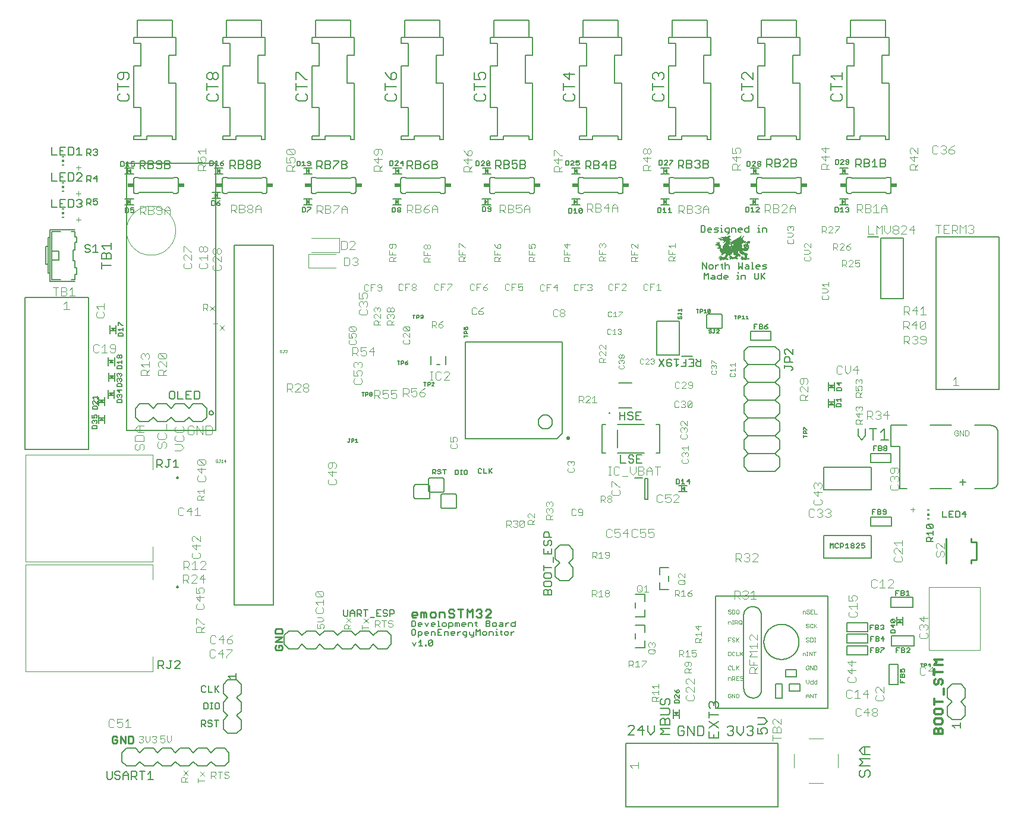
<source format=gbr>
G04 EAGLE Gerber RS-274X export*
G75*
%MOMM*%
%FSLAX34Y34*%
%LPD*%
%INSilkscreen Top*%
%IPPOS*%
%AMOC8*
5,1,8,0,0,1.08239X$1,22.5*%
G01*
%ADD10C,0.152400*%
%ADD11R,0.006300X0.006400*%
%ADD12R,0.012700X0.006300*%
%ADD13R,0.019100X0.006400*%
%ADD14R,0.025400X0.006300*%
%ADD15R,0.057200X0.006300*%
%ADD16R,0.025400X0.006400*%
%ADD17R,0.088900X0.006400*%
%ADD18R,0.038100X0.006300*%
%ADD19R,0.107900X0.006300*%
%ADD20R,0.044500X0.006400*%
%ADD21R,0.127000X0.006400*%
%ADD22R,0.050800X0.006300*%
%ADD23R,0.139700X0.006300*%
%ADD24R,0.006300X0.006300*%
%ADD25R,0.050800X0.006400*%
%ADD26R,0.152400X0.006400*%
%ADD27R,0.063500X0.006300*%
%ADD28R,0.171500X0.006300*%
%ADD29R,0.069800X0.006400*%
%ADD30R,0.184100X0.006400*%
%ADD31R,0.012700X0.006400*%
%ADD32R,0.082500X0.006300*%
%ADD33R,0.196800X0.006300*%
%ADD34R,0.019000X0.006300*%
%ADD35R,0.082600X0.006300*%
%ADD36R,0.209600X0.006400*%
%ADD37R,0.019000X0.006400*%
%ADD38R,0.114300X0.006400*%
%ADD39R,0.304800X0.006300*%
%ADD40R,0.069800X0.006300*%
%ADD41R,0.031800X0.006300*%
%ADD42R,0.031700X0.006300*%
%ADD43R,0.146000X0.006300*%
%ADD44R,0.152400X0.006300*%
%ADD45R,0.311100X0.006400*%
%ADD46R,0.082600X0.006400*%
%ADD47R,0.038100X0.006400*%
%ADD48R,0.044400X0.006400*%
%ADD49R,0.165100X0.006400*%
%ADD50R,0.209500X0.006400*%
%ADD51R,0.311200X0.006300*%
%ADD52R,0.165100X0.006300*%
%ADD53R,0.088900X0.006300*%
%ADD54R,0.044500X0.006300*%
%ADD55R,0.247600X0.006300*%
%ADD56R,0.266700X0.006300*%
%ADD57R,0.317500X0.006400*%
%ADD58R,0.254000X0.006400*%
%ADD59R,0.101600X0.006400*%
%ADD60R,0.057100X0.006400*%
%ADD61R,0.298500X0.006400*%
%ADD62R,0.336600X0.006300*%
%ADD63R,0.120700X0.006300*%
%ADD64R,0.260400X0.006300*%
%ADD65R,0.323900X0.006300*%
%ADD66R,0.698500X0.006400*%
%ADD67R,0.228600X0.006400*%
%ADD68R,0.279400X0.006400*%
%ADD69R,0.355600X0.006400*%
%ADD70R,0.704800X0.006300*%
%ADD71R,0.241300X0.006300*%
%ADD72R,0.006400X0.006300*%
%ADD73R,0.298500X0.006300*%
%ADD74R,0.406400X0.006300*%
%ADD75R,0.723900X0.006400*%
%ADD76R,0.717500X0.006400*%
%ADD77R,0.736600X0.006300*%
%ADD78R,0.019100X0.006300*%
%ADD79R,0.723900X0.006300*%
%ADD80R,0.762000X0.006400*%
%ADD81R,0.063500X0.006400*%
%ADD82R,1.168400X0.006300*%
%ADD83R,1.162100X0.006400*%
%ADD84R,0.222200X0.006400*%
%ADD85R,1.155700X0.006300*%
%ADD86R,0.196900X0.006300*%
%ADD87R,0.228600X0.006300*%
%ADD88R,1.136600X0.006400*%
%ADD89R,0.203200X0.006400*%
%ADD90R,1.124000X0.006300*%
%ADD91R,0.209600X0.006300*%
%ADD92R,0.044400X0.006300*%
%ADD93R,0.717600X0.006300*%
%ADD94R,0.235000X0.006300*%
%ADD95R,1.117600X0.006400*%
%ADD96R,0.215900X0.006400*%
%ADD97R,0.711200X0.006400*%
%ADD98R,0.241300X0.006400*%
%ADD99R,1.104900X0.006300*%
%ADD100R,0.215900X0.006300*%
%ADD101R,0.190500X0.006300*%
%ADD102R,0.114300X0.006300*%
%ADD103R,1.016000X0.006300*%
%ADD104R,1.079500X0.006400*%
%ADD105R,0.260300X0.006400*%
%ADD106R,0.901700X0.006400*%
%ADD107R,1.054100X0.006300*%
%ADD108R,0.292100X0.006300*%
%ADD109R,0.273100X0.006300*%
%ADD110R,0.895300X0.006300*%
%ADD111R,1.009700X0.006400*%
%ADD112R,0.235000X0.006400*%
%ADD113R,0.323900X0.006400*%
%ADD114R,0.285800X0.006400*%
%ADD115R,0.895400X0.006400*%
%ADD116R,0.965200X0.006300*%
%ADD117R,0.615900X0.006300*%
%ADD118R,0.882700X0.006300*%
%ADD119R,0.641400X0.006400*%
%ADD120R,0.628700X0.006400*%
%ADD121R,0.336600X0.006400*%
%ADD122R,0.882600X0.006400*%
%ADD123R,0.577800X0.006300*%
%ADD124R,0.203200X0.006300*%
%ADD125R,0.666700X0.006300*%
%ADD126R,0.400000X0.006300*%
%ADD127R,0.076200X0.006300*%
%ADD128R,0.698500X0.006300*%
%ADD129R,0.158800X0.006300*%
%ADD130R,0.495300X0.006400*%
%ADD131R,1.104900X0.006400*%
%ADD132R,0.031800X0.006400*%
%ADD133R,0.774700X0.006400*%
%ADD134R,0.489000X0.006300*%
%ADD135R,1.098500X0.006300*%
%ADD136R,0.743000X0.006300*%
%ADD137R,0.501700X0.006400*%
%ADD138R,1.085900X0.006400*%
%ADD139R,0.743000X0.006400*%
%ADD140R,0.057100X0.006300*%
%ADD141R,0.533400X0.006300*%
%ADD142R,1.066800X0.006300*%
%ADD143R,0.825500X0.006300*%
%ADD144R,0.558800X0.006400*%
%ADD145R,1.054100X0.006400*%
%ADD146R,0.812800X0.006400*%
%ADD147R,0.622300X0.006300*%
%ADD148R,1.041400X0.006300*%
%ADD149R,0.812800X0.006300*%
%ADD150R,0.793800X0.006400*%
%ADD151R,0.806400X0.006400*%
%ADD152R,0.806400X0.006300*%
%ADD153R,0.952500X0.006300*%
%ADD154R,0.800100X0.006300*%
%ADD155R,0.819200X0.006400*%
%ADD156R,0.952500X0.006400*%
%ADD157R,0.800100X0.006400*%
%ADD158R,0.692200X0.006300*%
%ADD159R,0.831900X0.006400*%
%ADD160R,0.685800X0.006400*%
%ADD161R,0.463500X0.006400*%
%ADD162R,0.311200X0.006400*%
%ADD163R,0.838200X0.006300*%
%ADD164R,0.679400X0.006300*%
%ADD165R,0.184200X0.006300*%
%ADD166R,0.946200X0.006400*%
%ADD167R,0.679400X0.006400*%
%ADD168R,0.177800X0.006400*%
%ADD169R,0.273100X0.006400*%
%ADD170R,0.254000X0.006300*%
%ADD171R,0.704800X0.006400*%
%ADD172R,0.133400X0.006400*%
%ADD173R,0.958900X0.006400*%
%ADD174R,0.742900X0.006400*%
%ADD175R,0.076200X0.006400*%
%ADD176R,0.107900X0.006400*%
%ADD177R,0.958800X0.006300*%
%ADD178R,0.755600X0.006300*%
%ADD179R,0.108000X0.006300*%
%ADD180R,0.146100X0.006400*%
%ADD181R,0.787400X0.006300*%
%ADD182R,0.260300X0.006300*%
%ADD183R,0.171400X0.006400*%
%ADD184R,0.711200X0.006300*%
%ADD185R,0.819100X0.006300*%
%ADD186R,0.444500X0.006400*%
%ADD187R,0.831800X0.006400*%
%ADD188R,0.184100X0.006300*%
%ADD189R,0.400100X0.006300*%
%ADD190R,0.850900X0.006300*%
%ADD191R,0.177800X0.006300*%
%ADD192R,0.393700X0.006400*%
%ADD193R,0.400000X0.006400*%
%ADD194R,0.406400X0.006400*%
%ADD195R,0.381000X0.006300*%
%ADD196R,0.374700X0.006300*%
%ADD197R,0.393700X0.006300*%
%ADD198R,0.158700X0.006400*%
%ADD199R,0.374700X0.006400*%
%ADD200R,0.361900X0.006400*%
%ADD201R,0.368300X0.006400*%
%ADD202R,0.374600X0.006300*%
%ADD203R,0.361900X0.006300*%
%ADD204R,0.362000X0.006300*%
%ADD205R,0.171400X0.006300*%
%ADD206R,0.431800X0.006400*%
%ADD207R,0.362000X0.006400*%
%ADD208R,0.171500X0.006400*%
%ADD209R,0.368300X0.006300*%
%ADD210R,0.419100X0.006300*%
%ADD211R,0.355600X0.006300*%
%ADD212R,0.412800X0.006400*%
%ADD213R,0.381000X0.006400*%
%ADD214R,0.006400X0.006400*%
%ADD215R,0.158800X0.006400*%
%ADD216R,0.349200X0.006400*%
%ADD217R,0.209500X0.006300*%
%ADD218R,0.349300X0.006400*%
%ADD219R,0.190500X0.006400*%
%ADD220R,0.158700X0.006300*%
%ADD221R,0.349200X0.006300*%
%ADD222R,0.196800X0.006400*%
%ADD223R,0.342900X0.006300*%
%ADD224R,0.342900X0.006400*%
%ADD225R,0.260400X0.006400*%
%ADD226R,0.146100X0.006300*%
%ADD227R,0.139700X0.006400*%
%ADD228R,0.120600X0.006400*%
%ADD229R,0.266700X0.006400*%
%ADD230R,0.133400X0.006300*%
%ADD231R,0.127000X0.006300*%
%ADD232R,0.336500X0.006300*%
%ADD233R,0.387300X0.006300*%
%ADD234R,0.330200X0.006400*%
%ADD235R,0.330200X0.006300*%
%ADD236R,0.069900X0.006300*%
%ADD237R,0.273000X0.006300*%
%ADD238R,0.069900X0.006400*%
%ADD239R,0.273000X0.006400*%
%ADD240R,0.425400X0.006400*%
%ADD241R,0.438100X0.006300*%
%ADD242R,0.057200X0.006400*%
%ADD243R,0.457200X0.006300*%
%ADD244R,0.095200X0.006300*%
%ADD245R,0.279400X0.006300*%
%ADD246R,0.476200X0.006300*%
%ADD247R,0.336500X0.006400*%
%ADD248R,0.482600X0.006400*%
%ADD249R,0.508000X0.006300*%
%ADD250R,0.133300X0.006300*%
%ADD251R,0.285700X0.006300*%
%ADD252R,0.031700X0.006400*%
%ADD253R,0.692100X0.006400*%
%ADD254R,0.285700X0.006400*%
%ADD255R,0.692100X0.006300*%
%ADD256R,0.292100X0.006400*%
%ADD257R,0.679500X0.006300*%
%ADD258R,0.673100X0.006400*%
%ADD259R,0.673100X0.006300*%
%ADD260R,0.298400X0.006400*%
%ADD261R,0.660400X0.006300*%
%ADD262R,0.660400X0.006400*%
%ADD263R,0.304800X0.006400*%
%ADD264R,0.311100X0.006300*%
%ADD265R,0.095300X0.006300*%
%ADD266R,0.647700X0.006300*%
%ADD267R,0.323800X0.006300*%
%ADD268R,0.647700X0.006400*%
%ADD269R,0.101600X0.006300*%
%ADD270R,0.641300X0.006300*%
%ADD271R,0.108000X0.006400*%
%ADD272R,0.635000X0.006400*%
%ADD273R,0.628700X0.006300*%
%ADD274R,0.387300X0.006400*%
%ADD275R,0.622300X0.006400*%
%ADD276R,0.387400X0.006300*%
%ADD277R,0.616000X0.006400*%
%ADD278R,0.412700X0.006300*%
%ADD279R,0.616000X0.006300*%
%ADD280R,0.609600X0.006400*%
%ADD281R,0.374600X0.006400*%
%ADD282R,0.609600X0.006300*%
%ADD283R,0.400100X0.006400*%
%ADD284R,0.635000X0.006300*%
%ADD285R,0.774700X0.006300*%
%ADD286R,0.781100X0.006400*%
%ADD287R,0.577900X0.006400*%
%ADD288R,0.781100X0.006300*%
%ADD289R,0.781000X0.006400*%
%ADD290R,0.590500X0.006400*%
%ADD291R,0.641400X0.006300*%
%ADD292R,0.596900X0.006300*%
%ADD293R,0.787400X0.006400*%
%ADD294R,0.120600X0.006300*%
%ADD295R,0.793800X0.006300*%
%ADD296R,0.793700X0.006400*%
%ADD297R,0.730200X0.006300*%
%ADD298R,0.666800X0.006400*%
%ADD299R,0.730300X0.006400*%
%ADD300R,0.768300X0.006300*%
%ADD301R,0.146000X0.006400*%
%ADD302R,0.819100X0.006400*%
%ADD303R,0.781000X0.006300*%
%ADD304R,0.838200X0.006400*%
%ADD305R,0.793700X0.006300*%
%ADD306R,0.844600X0.006300*%
%ADD307R,0.857200X0.006400*%
%ADD308R,0.762000X0.006300*%
%ADD309R,0.863600X0.006300*%
%ADD310R,0.863600X0.006400*%
%ADD311R,0.869900X0.006300*%
%ADD312R,0.825500X0.006400*%
%ADD313R,0.749300X0.006400*%
%ADD314R,0.870000X0.006400*%
%ADD315R,0.831900X0.006300*%
%ADD316R,0.876300X0.006300*%
%ADD317R,0.736600X0.006400*%
%ADD318R,0.869900X0.006400*%
%ADD319R,0.844600X0.006400*%
%ADD320R,0.850900X0.006400*%
%ADD321R,0.857300X0.006300*%
%ADD322R,0.889000X0.006400*%
%ADD323R,0.844500X0.006400*%
%ADD324R,0.901700X0.006300*%
%ADD325R,0.920700X0.006400*%
%ADD326R,0.692200X0.006400*%
%ADD327R,0.927100X0.006300*%
%ADD328R,0.685800X0.006300*%
%ADD329R,0.412700X0.006400*%
%ADD330R,0.679500X0.006400*%
%ADD331R,0.425500X0.006300*%
%ADD332R,0.958900X0.006300*%
%ADD333R,0.438100X0.006400*%
%ADD334R,0.971500X0.006400*%
%ADD335R,0.450900X0.006300*%
%ADD336R,0.984300X0.006300*%
%ADD337R,0.742900X0.006300*%
%ADD338R,0.469900X0.006400*%
%ADD339R,0.996900X0.006400*%
%ADD340R,1.492200X0.006300*%
%ADD341R,0.654100X0.006300*%
%ADD342R,1.505000X0.006400*%
%ADD343R,0.654000X0.006400*%
%ADD344R,1.524000X0.006300*%
%ADD345R,0.654000X0.006300*%
%ADD346R,1.530300X0.006400*%
%ADD347R,1.543100X0.006300*%
%ADD348R,1.555700X0.006400*%
%ADD349R,1.574800X0.006300*%
%ADD350R,1.587500X0.006400*%
%ADD351R,1.600200X0.006300*%
%ADD352R,1.612900X0.006400*%
%ADD353R,0.654100X0.006400*%
%ADD354R,1.631900X0.006300*%
%ADD355R,1.638300X0.006400*%
%ADD356R,0.628600X0.006400*%
%ADD357R,1.651000X0.006300*%
%ADD358R,1.663700X0.006400*%
%ADD359R,1.682800X0.006300*%
%ADD360R,1.701800X0.006400*%
%ADD361R,1.720900X0.006300*%
%ADD362R,0.603200X0.006300*%
%ADD363R,1.739900X0.006400*%
%ADD364R,0.603200X0.006400*%
%ADD365R,1.752600X0.006300*%
%ADD366R,1.778000X0.006400*%
%ADD367R,0.596900X0.006400*%
%ADD368R,0.590600X0.006400*%
%ADD369R,1.809700X0.006300*%
%ADD370R,0.584200X0.006300*%
%ADD371R,2.419300X0.006400*%
%ADD372R,2.425700X0.006300*%
%ADD373R,0.571500X0.006300*%
%ADD374R,2.425700X0.006400*%
%ADD375R,0.565100X0.006400*%
%ADD376R,2.438400X0.006300*%
%ADD377R,0.565100X0.006300*%
%ADD378R,2.438400X0.006400*%
%ADD379R,2.444800X0.006300*%
%ADD380R,0.552400X0.006300*%
%ADD381R,2.444800X0.006400*%
%ADD382R,0.546100X0.006400*%
%ADD383R,2.457400X0.006300*%
%ADD384R,0.546100X0.006300*%
%ADD385R,2.457400X0.006400*%
%ADD386R,0.539800X0.006400*%
%ADD387R,2.463800X0.006400*%
%ADD388R,0.533400X0.006400*%
%ADD389R,2.470200X0.006300*%
%ADD390R,0.527100X0.006300*%
%ADD391R,2.476500X0.006400*%
%ADD392R,0.520700X0.006400*%
%ADD393R,2.482800X0.006300*%
%ADD394R,0.520700X0.006300*%
%ADD395R,2.482800X0.006400*%
%ADD396R,2.495600X0.006300*%
%ADD397R,2.495600X0.006400*%
%ADD398R,2.508200X0.006300*%
%ADD399R,2.514600X0.006400*%
%ADD400R,2.514600X0.006300*%
%ADD401R,2.527300X0.006400*%
%ADD402R,2.533700X0.006300*%
%ADD403R,2.546400X0.006400*%
%ADD404R,2.559000X0.006300*%
%ADD405R,2.565400X0.006400*%
%ADD406R,0.539700X0.006400*%
%ADD407R,2.571700X0.006300*%
%ADD408R,0.539700X0.006300*%
%ADD409R,2.584500X0.006400*%
%ADD410R,2.590800X0.006300*%
%ADD411R,0.552500X0.006300*%
%ADD412R,2.609800X0.006400*%
%ADD413R,2.622500X0.006300*%
%ADD414R,2.641600X0.006400*%
%ADD415R,0.584200X0.006400*%
%ADD416R,3.232200X0.006300*%
%ADD417R,3.232200X0.006400*%
%ADD418R,0.457200X0.006400*%
%ADD419R,0.514400X0.006300*%
%ADD420R,3.232100X0.006300*%
%ADD421R,3.867100X0.006400*%
%ADD422R,3.879800X0.006300*%
%ADD423R,3.892500X0.006400*%
%ADD424R,3.911600X0.006300*%
%ADD425R,3.918000X0.006400*%
%ADD426R,3.930700X0.006300*%
%ADD427R,3.937000X0.006400*%
%ADD428R,3.949700X0.006300*%
%ADD429R,3.962400X0.006400*%
%ADD430R,3.968700X0.006300*%
%ADD431R,3.975100X0.006400*%
%ADD432R,3.981400X0.006300*%
%ADD433R,4.000500X0.006400*%
%ADD434R,4.006900X0.006300*%
%ADD435R,4.013200X0.006400*%
%ADD436R,4.013200X0.006300*%
%ADD437R,4.019600X0.006400*%
%ADD438R,4.032200X0.006300*%
%ADD439R,4.038600X0.006400*%
%ADD440R,4.044900X0.006300*%
%ADD441R,4.044900X0.006400*%
%ADD442R,0.939800X0.006300*%
%ADD443R,3.111500X0.006300*%
%ADD444R,3.111500X0.006400*%
%ADD445R,0.946200X0.006300*%
%ADD446R,3.105100X0.006300*%
%ADD447R,0.958800X0.006400*%
%ADD448R,0.514400X0.006400*%
%ADD449R,0.527000X0.006300*%
%ADD450R,0.527000X0.006400*%
%ADD451R,3.105200X0.006400*%
%ADD452R,3.098800X0.006300*%
%ADD453R,3.105100X0.006400*%
%ADD454R,3.092400X0.006400*%
%ADD455R,3.092500X0.006300*%
%ADD456R,0.552500X0.006400*%
%ADD457R,2.457500X0.006400*%
%ADD458R,0.558800X0.006300*%
%ADD459R,0.082500X0.006400*%
%ADD460R,0.565200X0.006400*%
%ADD461R,2.381200X0.006400*%
%ADD462R,2.330500X0.006300*%
%ADD463R,0.133300X0.006400*%
%ADD464R,0.247600X0.006400*%
%ADD465R,2.279700X0.006400*%
%ADD466R,2.228900X0.006300*%
%ADD467R,2.089200X0.006400*%
%ADD468R,0.323800X0.006400*%
%ADD469R,0.234900X0.006300*%
%ADD470R,1.778000X0.006300*%
%ADD471R,1.701800X0.006300*%
%ADD472R,1.625600X0.006300*%
%ADD473R,1.593800X0.006400*%
%ADD474R,1.562100X0.006300*%
%ADD475R,1.536700X0.006400*%
%ADD476R,1.511300X0.006300*%
%ADD477R,1.492300X0.006400*%
%ADD478R,0.247700X0.006400*%
%ADD479R,0.920700X0.006300*%
%ADD480R,1.466900X0.006300*%
%ADD481R,1.003300X0.006400*%
%ADD482R,1.441400X0.006400*%
%ADD483R,1.073100X0.006300*%
%ADD484R,1.422400X0.006300*%
%ADD485R,1.098500X0.006400*%
%ADD486R,1.409700X0.006400*%
%ADD487R,1.123900X0.006300*%
%ADD488R,1.390700X0.006300*%
%ADD489R,1.143000X0.006400*%
%ADD490R,1.371600X0.006400*%
%ADD491R,0.234900X0.006400*%
%ADD492R,1.346200X0.006300*%
%ADD493R,1.174700X0.006400*%
%ADD494R,1.327200X0.006400*%
%ADD495R,1.187400X0.006300*%
%ADD496R,1.314400X0.006300*%
%ADD497R,1.200100X0.006400*%
%ADD498R,1.295400X0.006400*%
%ADD499R,1.206500X0.006300*%
%ADD500R,1.276300X0.006300*%
%ADD501R,1.219200X0.006400*%
%ADD502R,1.263600X0.006400*%
%ADD503R,1.225500X0.006300*%
%ADD504R,1.244600X0.006300*%
%ADD505R,1.231900X0.006400*%
%ADD506R,1.238200X0.006300*%
%ADD507R,1.238300X0.006400*%
%ADD508R,1.187500X0.006400*%
%ADD509R,0.387400X0.006400*%
%ADD510R,1.251000X0.006400*%
%ADD511R,1.149400X0.006400*%
%ADD512R,1.257300X0.006300*%
%ADD513R,1.136700X0.006300*%
%ADD514R,0.095200X0.006400*%
%ADD515R,1.257300X0.006400*%
%ADD516R,1.123900X0.006400*%
%ADD517R,1.263700X0.006300*%
%ADD518R,1.143000X0.006300*%
%ADD519R,0.095300X0.006400*%
%ADD520R,1.270000X0.006400*%
%ADD521R,0.419100X0.006400*%
%ADD522R,1.270000X0.006300*%
%ADD523R,1.301700X0.006300*%
%ADD524R,0.184200X0.006400*%
%ADD525R,1.276300X0.006400*%
%ADD526R,0.285800X0.006300*%
%ADD527R,1.282700X0.006300*%
%ADD528R,1.251000X0.006300*%
%ADD529R,1.282700X0.006400*%
%ADD530R,1.225600X0.006400*%
%ADD531R,0.908100X0.006400*%
%ADD532R,1.181100X0.006400*%
%ADD533R,1.162000X0.006300*%
%ADD534R,1.130300X0.006400*%
%ADD535R,1.111300X0.006300*%
%ADD536R,0.247700X0.006300*%
%ADD537R,1.060400X0.006300*%
%ADD538R,1.041400X0.006400*%
%ADD539R,1.022300X0.006300*%
%ADD540R,0.806500X0.006300*%
%ADD541R,0.806500X0.006400*%
%ADD542R,0.939800X0.006400*%
%ADD543R,0.920800X0.006300*%
%ADD544R,0.222300X0.006400*%
%ADD545R,0.222300X0.006300*%
%ADD546R,0.717600X0.006400*%
%ADD547R,0.908000X0.006300*%
%ADD548R,0.222200X0.006300*%
%ADD549R,0.298400X0.006300*%
%ADD550R,0.889000X0.006300*%
%ADD551R,0.476300X0.006400*%
%ADD552R,0.495300X0.006300*%
%ADD553R,0.450900X0.006400*%
%ADD554R,0.831800X0.006300*%
%ADD555R,0.539800X0.006300*%
%ADD556R,0.590600X0.006300*%
%ADD557R,0.755700X0.006300*%
%ADD558R,0.349300X0.006300*%
%ADD559R,0.603300X0.006400*%
%ADD560R,0.514300X0.006400*%
%ADD561R,0.717500X0.006300*%
%ADD562R,0.908100X0.006300*%
%ADD563R,0.514300X0.006300*%
%ADD564R,1.066800X0.006400*%
%ADD565R,1.117600X0.006300*%
%ADD566R,0.571500X0.006400*%
%ADD567R,0.488900X0.006300*%
%ADD568R,0.552400X0.006400*%
%ADD569R,0.704900X0.006400*%
%ADD570R,1.162000X0.006400*%
%ADD571R,0.463500X0.006300*%
%ADD572R,1.149300X0.006400*%
%ADD573R,0.450800X0.006400*%
%ADD574R,1.111300X0.006400*%
%ADD575R,1.098600X0.006300*%
%ADD576R,1.028700X0.006400*%
%ADD577R,0.704900X0.006300*%
%ADD578R,0.997000X0.006400*%
%ADD579R,0.984200X0.006300*%
%ADD580R,0.965200X0.006400*%
%ADD581R,0.933400X0.006300*%
%ADD582R,0.920800X0.006400*%
%ADD583R,0.914400X0.006300*%
%ADD584R,0.730300X0.006300*%
%ADD585R,0.882700X0.006400*%
%ADD586R,0.857300X0.006400*%
%ADD587R,0.768300X0.006400*%
%ADD588R,0.749300X0.006300*%
%ADD589R,0.590500X0.006300*%
%ADD590R,0.476300X0.006300*%
%ADD591R,0.489000X0.006400*%
%ADD592R,0.317500X0.006300*%
%ADD593R,0.482600X0.006300*%
%ADD594R,0.476200X0.006400*%
%ADD595R,0.527100X0.006400*%
%ADD596R,0.431800X0.006300*%
%ADD597R,0.425400X0.006300*%
%ADD598R,0.438200X0.006400*%
%ADD599R,0.444500X0.006300*%
%ADD600R,0.997000X0.006300*%
%ADD601R,0.469900X0.006300*%
%ADD602R,1.212800X0.006300*%
%ADD603R,0.641300X0.006400*%
%ADD604R,0.501600X0.006400*%
%ADD605R,0.628600X0.006300*%
%ADD606R,1.276400X0.006400*%
%ADD607R,1.295400X0.006300*%
%ADD608R,1.314500X0.006400*%
%ADD609R,1.339800X0.006300*%
%ADD610R,1.358900X0.006400*%
%ADD611R,1.365200X0.006300*%
%ADD612R,1.289100X0.006400*%
%ADD613R,1.200100X0.006300*%
%ADD614R,0.508000X0.006400*%
%ADD615R,1.098600X0.006400*%
%ADD616R,0.501600X0.006300*%
%ADD617R,1.073200X0.006300*%
%ADD618R,1.047800X0.006400*%
%ADD619R,1.028700X0.006300*%
%ADD620R,1.009600X0.006400*%
%ADD621R,0.844500X0.006300*%
%ADD622R,0.730200X0.006400*%
%ADD623R,0.463600X0.006300*%
%ADD624R,0.463600X0.006400*%
%ADD625R,0.577800X0.006400*%
%ADD626R,0.120700X0.006400*%
%ADD627R,1.314500X0.006300*%
%ADD628R,1.352600X0.006400*%
%ADD629R,1.517700X0.006300*%
%ADD630R,0.438200X0.006300*%
%ADD631R,1.524000X0.006400*%
%ADD632R,1.047700X0.006400*%
%ADD633R,0.425500X0.006400*%
%ADD634R,0.412800X0.006300*%
%ADD635R,0.450800X0.006300*%
%ADD636R,1.060500X0.006400*%
%ADD637C,0.203200*%
%ADD638C,0.254000*%
%ADD639C,0.127000*%
%ADD640C,0.177800*%
%ADD641C,0.279400*%
%ADD642C,0.100000*%
%ADD643C,0.101600*%
%ADD644C,0.076200*%
%ADD645C,0.203000*%
%ADD646C,0.304800*%
%ADD647R,0.300000X0.150000*%
%ADD648R,0.300000X0.300000*%
%ADD649C,0.200000*%
%ADD650C,0.200000*%
%ADD651C,0.050800*%
%ADD652R,0.863600X0.609600*%
%ADD653R,0.200000X0.800000*%
%ADD654R,0.800000X0.200000*%
%ADD655C,0.025400*%
%ADD656C,0.120000*%

G36*
X1132538Y874124D02*
X1132538Y874124D01*
X1132566Y874125D01*
X1132602Y874151D01*
X1132641Y874168D01*
X1132658Y874191D01*
X1132681Y874208D01*
X1132697Y874248D01*
X1132722Y874284D01*
X1132728Y874326D01*
X1132733Y874338D01*
X1132732Y874347D01*
X1132735Y874364D01*
X1132735Y879364D01*
X1132722Y879405D01*
X1132720Y879449D01*
X1132703Y879472D01*
X1132695Y879499D01*
X1132663Y879528D01*
X1132637Y879563D01*
X1132611Y879574D01*
X1132590Y879593D01*
X1132547Y879600D01*
X1132507Y879616D01*
X1132479Y879611D01*
X1132451Y879615D01*
X1132411Y879598D01*
X1132368Y879590D01*
X1132333Y879565D01*
X1132321Y879560D01*
X1132316Y879553D01*
X1132302Y879543D01*
X1129802Y877043D01*
X1129795Y877029D01*
X1129782Y877020D01*
X1129761Y876968D01*
X1129734Y876919D01*
X1129735Y876904D01*
X1129729Y876889D01*
X1129739Y876835D01*
X1129743Y876779D01*
X1129752Y876766D01*
X1129755Y876751D01*
X1129802Y876685D01*
X1132302Y874185D01*
X1132340Y874164D01*
X1132373Y874135D01*
X1132401Y874130D01*
X1132426Y874117D01*
X1132469Y874119D01*
X1132512Y874112D01*
X1132538Y874124D01*
G37*
G36*
X496192Y874124D02*
X496192Y874124D01*
X496220Y874125D01*
X496255Y874151D01*
X496295Y874168D01*
X496311Y874191D01*
X496334Y874208D01*
X496350Y874248D01*
X496375Y874284D01*
X496382Y874326D01*
X496387Y874338D01*
X496385Y874347D01*
X496388Y874364D01*
X496388Y879364D01*
X496376Y879405D01*
X496373Y879449D01*
X496357Y879472D01*
X496349Y879499D01*
X496316Y879528D01*
X496291Y879563D01*
X496265Y879574D01*
X496243Y879593D01*
X496201Y879600D01*
X496160Y879616D01*
X496132Y879611D01*
X496104Y879615D01*
X496064Y879598D01*
X496022Y879590D01*
X495987Y879565D01*
X495975Y879560D01*
X495970Y879553D01*
X495956Y879543D01*
X493456Y877043D01*
X493448Y877029D01*
X493436Y877020D01*
X493415Y876968D01*
X493388Y876919D01*
X493389Y876904D01*
X493383Y876889D01*
X493393Y876835D01*
X493396Y876779D01*
X493406Y876766D01*
X493408Y876751D01*
X493456Y876685D01*
X495956Y874185D01*
X495994Y874164D01*
X496026Y874135D01*
X496054Y874130D01*
X496079Y874117D01*
X496123Y874119D01*
X496165Y874112D01*
X496192Y874124D01*
G37*
G36*
X750730Y874124D02*
X750730Y874124D01*
X750758Y874125D01*
X750794Y874151D01*
X750834Y874168D01*
X750850Y874191D01*
X750873Y874208D01*
X750889Y874248D01*
X750914Y874284D01*
X750921Y874326D01*
X750925Y874338D01*
X750924Y874347D01*
X750927Y874364D01*
X750927Y879364D01*
X750915Y879405D01*
X750912Y879449D01*
X750895Y879472D01*
X750887Y879499D01*
X750855Y879528D01*
X750830Y879563D01*
X750803Y879574D01*
X750782Y879593D01*
X750739Y879600D01*
X750699Y879616D01*
X750671Y879611D01*
X750643Y879615D01*
X750603Y879598D01*
X750560Y879590D01*
X750525Y879565D01*
X750513Y879560D01*
X750508Y879553D01*
X750494Y879543D01*
X747994Y877043D01*
X747987Y877029D01*
X747974Y877020D01*
X747953Y876968D01*
X747926Y876919D01*
X747927Y876904D01*
X747921Y876889D01*
X747932Y876835D01*
X747935Y876779D01*
X747944Y876766D01*
X747947Y876751D01*
X747994Y876685D01*
X750494Y874185D01*
X750532Y874164D01*
X750565Y874135D01*
X750593Y874130D01*
X750618Y874117D01*
X750661Y874119D01*
X750704Y874112D01*
X750730Y874124D01*
G37*
G36*
X1005269Y874124D02*
X1005269Y874124D01*
X1005297Y874125D01*
X1005332Y874151D01*
X1005372Y874168D01*
X1005388Y874191D01*
X1005411Y874208D01*
X1005428Y874248D01*
X1005452Y874284D01*
X1005459Y874326D01*
X1005464Y874338D01*
X1005462Y874347D01*
X1005465Y874364D01*
X1005465Y879364D01*
X1005453Y879405D01*
X1005451Y879449D01*
X1005434Y879472D01*
X1005426Y879499D01*
X1005394Y879528D01*
X1005368Y879563D01*
X1005342Y879574D01*
X1005321Y879593D01*
X1005278Y879600D01*
X1005237Y879616D01*
X1005210Y879611D01*
X1005181Y879615D01*
X1005141Y879598D01*
X1005099Y879590D01*
X1005064Y879565D01*
X1005052Y879560D01*
X1005047Y879553D01*
X1005033Y879543D01*
X1002533Y877043D01*
X1002525Y877029D01*
X1002513Y877020D01*
X1002492Y876968D01*
X1002465Y876919D01*
X1002466Y876904D01*
X1002460Y876889D01*
X1002470Y876835D01*
X1002473Y876779D01*
X1002483Y876766D01*
X1002485Y876751D01*
X1002533Y876685D01*
X1005033Y874185D01*
X1005071Y874164D01*
X1005103Y874135D01*
X1005132Y874130D01*
X1005156Y874117D01*
X1005200Y874119D01*
X1005243Y874112D01*
X1005269Y874124D01*
G37*
G36*
X623461Y874124D02*
X623461Y874124D01*
X623489Y874125D01*
X623524Y874151D01*
X623564Y874168D01*
X623580Y874191D01*
X623604Y874208D01*
X623620Y874248D01*
X623644Y874284D01*
X623651Y874326D01*
X623656Y874338D01*
X623655Y874347D01*
X623657Y874364D01*
X623657Y879364D01*
X623645Y879405D01*
X623643Y879449D01*
X623626Y879472D01*
X623618Y879499D01*
X623586Y879528D01*
X623560Y879563D01*
X623534Y879574D01*
X623513Y879593D01*
X623470Y879600D01*
X623430Y879616D01*
X623402Y879611D01*
X623374Y879615D01*
X623334Y879598D01*
X623291Y879590D01*
X623256Y879565D01*
X623244Y879560D01*
X623239Y879553D01*
X623225Y879543D01*
X620725Y877043D01*
X620718Y877029D01*
X620705Y877020D01*
X620684Y876968D01*
X620657Y876919D01*
X620658Y876904D01*
X620652Y876889D01*
X620662Y876835D01*
X620666Y876779D01*
X620675Y876766D01*
X620678Y876751D01*
X620725Y876685D01*
X623225Y874185D01*
X623263Y874164D01*
X623296Y874135D01*
X623324Y874130D01*
X623349Y874117D01*
X623392Y874119D01*
X623435Y874112D01*
X623461Y874124D01*
G37*
G36*
X877999Y874124D02*
X877999Y874124D01*
X878028Y874125D01*
X878063Y874151D01*
X878103Y874168D01*
X878119Y874191D01*
X878142Y874208D01*
X878158Y874248D01*
X878183Y874284D01*
X878190Y874326D01*
X878195Y874338D01*
X878193Y874347D01*
X878196Y874364D01*
X878196Y879364D01*
X878184Y879405D01*
X878181Y879449D01*
X878165Y879472D01*
X878157Y879499D01*
X878124Y879528D01*
X878099Y879563D01*
X878073Y879574D01*
X878051Y879593D01*
X878008Y879600D01*
X877968Y879616D01*
X877940Y879611D01*
X877912Y879615D01*
X877872Y879598D01*
X877830Y879590D01*
X877794Y879565D01*
X877783Y879560D01*
X877778Y879553D01*
X877764Y879543D01*
X875264Y877043D01*
X875256Y877029D01*
X875243Y877020D01*
X875223Y876968D01*
X875196Y876919D01*
X875197Y876904D01*
X875191Y876889D01*
X875201Y876835D01*
X875204Y876779D01*
X875213Y876766D01*
X875216Y876751D01*
X875264Y876685D01*
X877764Y874185D01*
X877802Y874164D01*
X877834Y874135D01*
X877862Y874130D01*
X877887Y874117D01*
X877930Y874119D01*
X877973Y874112D01*
X877999Y874124D01*
G37*
G36*
X114384Y874124D02*
X114384Y874124D01*
X114412Y874125D01*
X114447Y874151D01*
X114487Y874168D01*
X114503Y874191D01*
X114526Y874208D01*
X114543Y874248D01*
X114567Y874284D01*
X114574Y874326D01*
X114579Y874338D01*
X114578Y874347D01*
X114580Y874364D01*
X114580Y879364D01*
X114568Y879405D01*
X114566Y879449D01*
X114549Y879472D01*
X114541Y879499D01*
X114509Y879528D01*
X114483Y879563D01*
X114457Y879574D01*
X114436Y879593D01*
X114393Y879600D01*
X114352Y879616D01*
X114325Y879611D01*
X114296Y879615D01*
X114256Y879598D01*
X114214Y879590D01*
X114179Y879565D01*
X114167Y879560D01*
X114162Y879553D01*
X114148Y879543D01*
X111648Y877043D01*
X111640Y877029D01*
X111628Y877020D01*
X111607Y876968D01*
X111580Y876919D01*
X111581Y876904D01*
X111575Y876889D01*
X111585Y876835D01*
X111588Y876779D01*
X111598Y876766D01*
X111601Y876751D01*
X111648Y876685D01*
X114148Y874185D01*
X114186Y874164D01*
X114218Y874135D01*
X114247Y874130D01*
X114271Y874117D01*
X114315Y874119D01*
X114358Y874112D01*
X114384Y874124D01*
G37*
G36*
X368922Y874124D02*
X368922Y874124D01*
X368951Y874125D01*
X368986Y874151D01*
X369026Y874168D01*
X369042Y874191D01*
X369065Y874208D01*
X369081Y874248D01*
X369106Y874284D01*
X369113Y874326D01*
X369118Y874338D01*
X369116Y874347D01*
X369119Y874364D01*
X369119Y879364D01*
X369107Y879405D01*
X369104Y879449D01*
X369088Y879472D01*
X369080Y879499D01*
X369047Y879528D01*
X369022Y879563D01*
X368995Y879574D01*
X368974Y879593D01*
X368931Y879600D01*
X368891Y879616D01*
X368863Y879611D01*
X368835Y879615D01*
X368795Y879598D01*
X368752Y879590D01*
X368717Y879565D01*
X368705Y879560D01*
X368701Y879553D01*
X368687Y879543D01*
X366187Y877043D01*
X366179Y877029D01*
X366166Y877020D01*
X366145Y876968D01*
X366119Y876919D01*
X366119Y876904D01*
X366114Y876889D01*
X366124Y876835D01*
X366127Y876779D01*
X366136Y876766D01*
X366139Y876751D01*
X366187Y876685D01*
X368687Y874185D01*
X368724Y874164D01*
X368757Y874135D01*
X368785Y874130D01*
X368810Y874117D01*
X368853Y874119D01*
X368896Y874112D01*
X368922Y874124D01*
G37*
G36*
X241653Y874124D02*
X241653Y874124D01*
X241681Y874125D01*
X241717Y874151D01*
X241757Y874168D01*
X241773Y874191D01*
X241796Y874208D01*
X241812Y874248D01*
X241837Y874284D01*
X241844Y874326D01*
X241848Y874338D01*
X241847Y874347D01*
X241850Y874364D01*
X241850Y879364D01*
X241838Y879405D01*
X241835Y879449D01*
X241818Y879472D01*
X241810Y879499D01*
X241778Y879528D01*
X241752Y879563D01*
X241726Y879574D01*
X241705Y879593D01*
X241662Y879600D01*
X241622Y879616D01*
X241594Y879611D01*
X241566Y879615D01*
X241526Y879598D01*
X241483Y879590D01*
X241448Y879565D01*
X241436Y879560D01*
X241431Y879553D01*
X241417Y879543D01*
X238917Y877043D01*
X238910Y877029D01*
X238897Y877020D01*
X238876Y876968D01*
X238849Y876919D01*
X238850Y876904D01*
X238844Y876889D01*
X238854Y876835D01*
X238858Y876779D01*
X238867Y876766D01*
X238870Y876751D01*
X238917Y876685D01*
X241417Y874185D01*
X241455Y874164D01*
X241488Y874135D01*
X241516Y874130D01*
X241541Y874117D01*
X241584Y874119D01*
X241627Y874112D01*
X241653Y874124D01*
G37*
G36*
X234590Y839086D02*
X234590Y839086D01*
X234618Y839082D01*
X234658Y839099D01*
X234700Y839106D01*
X234736Y839132D01*
X234747Y839137D01*
X234752Y839144D01*
X234766Y839154D01*
X237266Y841654D01*
X237274Y841668D01*
X237287Y841677D01*
X237308Y841729D01*
X237334Y841777D01*
X237333Y841793D01*
X237339Y841808D01*
X237329Y841862D01*
X237326Y841918D01*
X237317Y841931D01*
X237314Y841946D01*
X237266Y842012D01*
X234766Y844512D01*
X234728Y844533D01*
X234696Y844562D01*
X234668Y844566D01*
X234643Y844580D01*
X234600Y844577D01*
X234557Y844584D01*
X234531Y844573D01*
X234502Y844572D01*
X234467Y844546D01*
X234427Y844529D01*
X234411Y844506D01*
X234388Y844489D01*
X234372Y844449D01*
X234347Y844413D01*
X234340Y844370D01*
X234335Y844358D01*
X234337Y844350D01*
X234334Y844333D01*
X234334Y839333D01*
X234346Y839291D01*
X234349Y839248D01*
X234365Y839225D01*
X234373Y839198D01*
X234406Y839169D01*
X234431Y839134D01*
X234457Y839123D01*
X234479Y839104D01*
X234522Y839097D01*
X234562Y839081D01*
X234590Y839086D01*
G37*
G36*
X110285Y830338D02*
X110285Y830338D01*
X110313Y830334D01*
X110353Y830351D01*
X110396Y830359D01*
X110431Y830384D01*
X110443Y830389D01*
X110447Y830396D01*
X110461Y830406D01*
X112961Y832906D01*
X112969Y832920D01*
X112982Y832929D01*
X113003Y832981D01*
X113029Y833030D01*
X113029Y833045D01*
X113034Y833060D01*
X113024Y833114D01*
X113021Y833170D01*
X113012Y833183D01*
X113009Y833198D01*
X112961Y833264D01*
X110461Y835764D01*
X110424Y835785D01*
X110391Y835814D01*
X110363Y835819D01*
X110338Y835832D01*
X110295Y835830D01*
X110252Y835837D01*
X110226Y835825D01*
X110197Y835824D01*
X110162Y835798D01*
X110122Y835781D01*
X110106Y835758D01*
X110083Y835741D01*
X110067Y835701D01*
X110042Y835665D01*
X110035Y835623D01*
X110030Y835611D01*
X110032Y835602D01*
X110029Y835585D01*
X110029Y830585D01*
X110041Y830544D01*
X110044Y830500D01*
X110060Y830477D01*
X110068Y830450D01*
X110101Y830421D01*
X110126Y830386D01*
X110153Y830375D01*
X110174Y830356D01*
X110217Y830349D01*
X110257Y830333D01*
X110285Y830338D01*
G37*
G36*
X619209Y830338D02*
X619209Y830338D01*
X619237Y830334D01*
X619277Y830351D01*
X619320Y830359D01*
X619355Y830384D01*
X619367Y830389D01*
X619371Y830396D01*
X619385Y830406D01*
X621885Y832906D01*
X621893Y832920D01*
X621906Y832929D01*
X621927Y832981D01*
X621953Y833030D01*
X621953Y833045D01*
X621958Y833060D01*
X621948Y833114D01*
X621945Y833170D01*
X621936Y833183D01*
X621933Y833198D01*
X621885Y833264D01*
X619385Y835764D01*
X619348Y835785D01*
X619315Y835814D01*
X619287Y835819D01*
X619262Y835832D01*
X619219Y835830D01*
X619176Y835837D01*
X619150Y835825D01*
X619121Y835824D01*
X619086Y835798D01*
X619046Y835781D01*
X619030Y835758D01*
X619007Y835741D01*
X618991Y835701D01*
X618966Y835665D01*
X618959Y835623D01*
X618954Y835611D01*
X618956Y835602D01*
X618953Y835585D01*
X618953Y830585D01*
X618965Y830544D01*
X618968Y830500D01*
X618984Y830477D01*
X618992Y830450D01*
X619025Y830421D01*
X619050Y830386D01*
X619077Y830375D01*
X619098Y830356D01*
X619141Y830349D01*
X619181Y830333D01*
X619209Y830338D01*
G37*
G36*
X364747Y830338D02*
X364747Y830338D01*
X364775Y830334D01*
X364815Y830351D01*
X364858Y830359D01*
X364893Y830384D01*
X364905Y830389D01*
X364909Y830396D01*
X364923Y830406D01*
X367423Y832906D01*
X367431Y832920D01*
X367444Y832929D01*
X367465Y832981D01*
X367491Y833030D01*
X367491Y833045D01*
X367496Y833060D01*
X367486Y833114D01*
X367483Y833170D01*
X367474Y833183D01*
X367471Y833198D01*
X367423Y833264D01*
X364923Y835764D01*
X364886Y835785D01*
X364853Y835814D01*
X364825Y835819D01*
X364800Y835832D01*
X364757Y835830D01*
X364714Y835837D01*
X364688Y835825D01*
X364659Y835824D01*
X364624Y835798D01*
X364584Y835781D01*
X364568Y835758D01*
X364545Y835741D01*
X364529Y835701D01*
X364504Y835665D01*
X364497Y835623D01*
X364492Y835611D01*
X364494Y835602D01*
X364491Y835585D01*
X364491Y830585D01*
X364503Y830544D01*
X364506Y830500D01*
X364522Y830477D01*
X364530Y830450D01*
X364563Y830421D01*
X364588Y830386D01*
X364615Y830375D01*
X364636Y830356D01*
X364679Y830349D01*
X364719Y830333D01*
X364747Y830338D01*
G37*
G36*
X873671Y830338D02*
X873671Y830338D01*
X873699Y830334D01*
X873739Y830351D01*
X873782Y830359D01*
X873817Y830384D01*
X873829Y830389D01*
X873833Y830396D01*
X873847Y830406D01*
X876347Y832906D01*
X876355Y832920D01*
X876368Y832929D01*
X876389Y832981D01*
X876415Y833030D01*
X876415Y833045D01*
X876420Y833060D01*
X876410Y833114D01*
X876407Y833170D01*
X876398Y833183D01*
X876395Y833198D01*
X876347Y833264D01*
X873847Y835764D01*
X873810Y835785D01*
X873777Y835814D01*
X873749Y835819D01*
X873724Y835832D01*
X873681Y835830D01*
X873638Y835837D01*
X873612Y835825D01*
X873583Y835824D01*
X873548Y835798D01*
X873508Y835781D01*
X873492Y835758D01*
X873469Y835741D01*
X873453Y835701D01*
X873428Y835665D01*
X873421Y835623D01*
X873416Y835611D01*
X873418Y835602D01*
X873415Y835585D01*
X873415Y830585D01*
X873427Y830544D01*
X873430Y830500D01*
X873446Y830477D01*
X873454Y830450D01*
X873487Y830421D01*
X873512Y830386D01*
X873539Y830375D01*
X873560Y830356D01*
X873603Y830349D01*
X873643Y830333D01*
X873671Y830338D01*
G37*
G36*
X746440Y830338D02*
X746440Y830338D01*
X746468Y830334D01*
X746508Y830351D01*
X746551Y830359D01*
X746586Y830384D01*
X746598Y830389D01*
X746602Y830396D01*
X746616Y830406D01*
X749116Y832906D01*
X749124Y832920D01*
X749137Y832929D01*
X749158Y832981D01*
X749184Y833030D01*
X749184Y833045D01*
X749189Y833060D01*
X749179Y833114D01*
X749176Y833170D01*
X749167Y833183D01*
X749164Y833198D01*
X749116Y833264D01*
X746616Y835764D01*
X746579Y835785D01*
X746546Y835814D01*
X746518Y835819D01*
X746493Y835832D01*
X746450Y835830D01*
X746407Y835837D01*
X746381Y835825D01*
X746352Y835824D01*
X746317Y835798D01*
X746277Y835781D01*
X746261Y835758D01*
X746238Y835741D01*
X746222Y835701D01*
X746197Y835665D01*
X746190Y835623D01*
X746185Y835611D01*
X746187Y835602D01*
X746184Y835585D01*
X746184Y830585D01*
X746196Y830544D01*
X746199Y830500D01*
X746215Y830477D01*
X746223Y830450D01*
X746256Y830421D01*
X746281Y830386D01*
X746308Y830375D01*
X746329Y830356D01*
X746372Y830349D01*
X746412Y830333D01*
X746440Y830338D01*
G37*
G36*
X1000902Y830338D02*
X1000902Y830338D01*
X1000930Y830334D01*
X1000970Y830351D01*
X1001013Y830359D01*
X1001048Y830384D01*
X1001060Y830389D01*
X1001064Y830396D01*
X1001078Y830406D01*
X1003578Y832906D01*
X1003586Y832920D01*
X1003599Y832929D01*
X1003620Y832981D01*
X1003646Y833030D01*
X1003646Y833045D01*
X1003651Y833060D01*
X1003641Y833114D01*
X1003638Y833170D01*
X1003629Y833183D01*
X1003626Y833198D01*
X1003578Y833264D01*
X1001078Y835764D01*
X1001041Y835785D01*
X1001008Y835814D01*
X1000980Y835819D01*
X1000955Y835832D01*
X1000912Y835830D01*
X1000869Y835837D01*
X1000843Y835825D01*
X1000814Y835824D01*
X1000779Y835798D01*
X1000739Y835781D01*
X1000723Y835758D01*
X1000700Y835741D01*
X1000684Y835701D01*
X1000659Y835665D01*
X1000652Y835623D01*
X1000647Y835611D01*
X1000649Y835602D01*
X1000646Y835585D01*
X1000646Y830585D01*
X1000658Y830544D01*
X1000661Y830500D01*
X1000677Y830477D01*
X1000685Y830450D01*
X1000718Y830421D01*
X1000743Y830386D01*
X1000770Y830375D01*
X1000791Y830356D01*
X1000834Y830349D01*
X1000874Y830333D01*
X1000902Y830338D01*
G37*
G36*
X1128133Y830338D02*
X1128133Y830338D01*
X1128161Y830334D01*
X1128201Y830351D01*
X1128244Y830359D01*
X1128279Y830384D01*
X1128291Y830389D01*
X1128295Y830396D01*
X1128309Y830406D01*
X1130809Y832906D01*
X1130817Y832920D01*
X1130830Y832929D01*
X1130851Y832981D01*
X1130877Y833030D01*
X1130877Y833045D01*
X1130882Y833060D01*
X1130872Y833114D01*
X1130869Y833170D01*
X1130860Y833183D01*
X1130857Y833198D01*
X1130809Y833264D01*
X1128309Y835764D01*
X1128272Y835785D01*
X1128239Y835814D01*
X1128211Y835819D01*
X1128186Y835832D01*
X1128143Y835830D01*
X1128100Y835837D01*
X1128074Y835825D01*
X1128045Y835824D01*
X1128010Y835798D01*
X1127970Y835781D01*
X1127954Y835758D01*
X1127931Y835741D01*
X1127915Y835701D01*
X1127890Y835665D01*
X1127883Y835623D01*
X1127878Y835611D01*
X1127880Y835602D01*
X1127877Y835585D01*
X1127877Y830585D01*
X1127889Y830544D01*
X1127892Y830500D01*
X1127908Y830477D01*
X1127916Y830450D01*
X1127949Y830421D01*
X1127974Y830386D01*
X1128001Y830375D01*
X1128022Y830356D01*
X1128065Y830349D01*
X1128105Y830333D01*
X1128133Y830338D01*
G37*
G36*
X491978Y830338D02*
X491978Y830338D01*
X492006Y830334D01*
X492046Y830351D01*
X492089Y830359D01*
X492124Y830384D01*
X492136Y830389D01*
X492140Y830396D01*
X492154Y830406D01*
X494654Y832906D01*
X494662Y832920D01*
X494675Y832929D01*
X494696Y832981D01*
X494722Y833030D01*
X494722Y833045D01*
X494727Y833060D01*
X494717Y833114D01*
X494714Y833170D01*
X494705Y833183D01*
X494702Y833198D01*
X494654Y833264D01*
X492154Y835764D01*
X492117Y835785D01*
X492084Y835814D01*
X492056Y835819D01*
X492031Y835832D01*
X491988Y835830D01*
X491945Y835837D01*
X491919Y835825D01*
X491890Y835824D01*
X491855Y835798D01*
X491815Y835781D01*
X491799Y835758D01*
X491776Y835741D01*
X491760Y835701D01*
X491735Y835665D01*
X491728Y835623D01*
X491723Y835611D01*
X491725Y835602D01*
X491722Y835585D01*
X491722Y830585D01*
X491734Y830544D01*
X491737Y830500D01*
X491753Y830477D01*
X491761Y830450D01*
X491794Y830421D01*
X491819Y830386D01*
X491846Y830375D01*
X491867Y830356D01*
X491910Y830349D01*
X491950Y830333D01*
X491978Y830338D01*
G37*
G36*
X89482Y650072D02*
X89482Y650072D01*
X89537Y650076D01*
X89550Y650085D01*
X89565Y650088D01*
X89631Y650135D01*
X92131Y652635D01*
X92152Y652673D01*
X92181Y652706D01*
X92186Y652734D01*
X92199Y652759D01*
X92197Y652802D01*
X92204Y652845D01*
X92193Y652871D01*
X92191Y652899D01*
X92165Y652934D01*
X92148Y652974D01*
X92125Y652990D01*
X92108Y653014D01*
X92068Y653030D01*
X92032Y653054D01*
X91990Y653061D01*
X91978Y653066D01*
X91969Y653065D01*
X91952Y653067D01*
X86952Y653067D01*
X86911Y653055D01*
X86867Y653053D01*
X86844Y653036D01*
X86817Y653028D01*
X86788Y652996D01*
X86753Y652970D01*
X86742Y652944D01*
X86723Y652923D01*
X86716Y652880D01*
X86700Y652840D01*
X86705Y652812D01*
X86701Y652784D01*
X86718Y652744D01*
X86726Y652701D01*
X86751Y652666D01*
X86756Y652654D01*
X86763Y652649D01*
X86773Y652635D01*
X89273Y650135D01*
X89287Y650128D01*
X89296Y650115D01*
X89348Y650094D01*
X89397Y650067D01*
X89412Y650068D01*
X89427Y650062D01*
X89482Y650072D01*
G37*
G36*
X89476Y602712D02*
X89476Y602712D01*
X89519Y602714D01*
X89542Y602731D01*
X89569Y602739D01*
X89598Y602771D01*
X89633Y602797D01*
X89644Y602823D01*
X89663Y602844D01*
X89670Y602887D01*
X89686Y602927D01*
X89681Y602955D01*
X89686Y602983D01*
X89668Y603023D01*
X89661Y603066D01*
X89635Y603101D01*
X89630Y603113D01*
X89623Y603118D01*
X89613Y603132D01*
X87113Y605632D01*
X87099Y605639D01*
X87090Y605652D01*
X87038Y605673D01*
X86990Y605700D01*
X86974Y605699D01*
X86960Y605705D01*
X86905Y605695D01*
X86849Y605691D01*
X86836Y605682D01*
X86821Y605679D01*
X86755Y605632D01*
X84255Y603132D01*
X84234Y603094D01*
X84205Y603061D01*
X84201Y603033D01*
X84187Y603008D01*
X84190Y602965D01*
X84183Y602922D01*
X84194Y602896D01*
X84196Y602868D01*
X84221Y602833D01*
X84238Y602793D01*
X84261Y602776D01*
X84278Y602753D01*
X84318Y602737D01*
X84354Y602713D01*
X84397Y602706D01*
X84409Y602701D01*
X84417Y602702D01*
X84434Y602700D01*
X89434Y602700D01*
X89476Y602712D01*
G37*
G36*
X87085Y581986D02*
X87085Y581986D01*
X87141Y581990D01*
X87153Y581999D01*
X87169Y582002D01*
X87235Y582049D01*
X89735Y584549D01*
X89756Y584587D01*
X89784Y584620D01*
X89789Y584648D01*
X89803Y584673D01*
X89800Y584716D01*
X89807Y584759D01*
X89796Y584785D01*
X89794Y584813D01*
X89769Y584848D01*
X89752Y584888D01*
X89728Y584905D01*
X89712Y584928D01*
X89671Y584944D01*
X89636Y584968D01*
X89593Y584975D01*
X89581Y584980D01*
X89573Y584979D01*
X89556Y584981D01*
X84556Y584981D01*
X84514Y584969D01*
X84471Y584967D01*
X84447Y584950D01*
X84420Y584942D01*
X84391Y584910D01*
X84356Y584884D01*
X84346Y584858D01*
X84327Y584837D01*
X84320Y584794D01*
X84304Y584754D01*
X84309Y584726D01*
X84304Y584698D01*
X84321Y584658D01*
X84329Y584615D01*
X84354Y584580D01*
X84359Y584568D01*
X84366Y584563D01*
X84377Y584549D01*
X86877Y582049D01*
X86890Y582042D01*
X86899Y582029D01*
X86951Y582008D01*
X87000Y581981D01*
X87016Y581982D01*
X87030Y581976D01*
X87085Y581986D01*
G37*
G36*
X1115336Y567356D02*
X1115336Y567356D01*
X1115379Y567359D01*
X1115402Y567376D01*
X1115430Y567384D01*
X1115459Y567416D01*
X1115494Y567441D01*
X1115504Y567468D01*
X1115523Y567489D01*
X1115530Y567532D01*
X1115546Y567572D01*
X1115541Y567600D01*
X1115546Y567628D01*
X1115529Y567668D01*
X1115521Y567711D01*
X1115496Y567746D01*
X1115491Y567758D01*
X1115484Y567763D01*
X1115473Y567777D01*
X1112973Y570277D01*
X1112960Y570284D01*
X1112951Y570297D01*
X1112899Y570318D01*
X1112850Y570345D01*
X1112834Y570344D01*
X1112820Y570350D01*
X1112765Y570340D01*
X1112709Y570336D01*
X1112697Y570327D01*
X1112681Y570324D01*
X1112615Y570277D01*
X1110115Y567777D01*
X1110094Y567739D01*
X1110066Y567706D01*
X1110061Y567678D01*
X1110047Y567653D01*
X1110050Y567610D01*
X1110043Y567567D01*
X1110054Y567541D01*
X1110056Y567513D01*
X1110081Y567477D01*
X1110098Y567437D01*
X1110122Y567421D01*
X1110138Y567398D01*
X1110179Y567382D01*
X1110214Y567357D01*
X1110257Y567350D01*
X1110269Y567346D01*
X1110277Y567347D01*
X1110294Y567344D01*
X1115294Y567344D01*
X1115336Y567356D01*
G37*
G36*
X86893Y557671D02*
X86893Y557671D01*
X86949Y557674D01*
X86962Y557683D01*
X86977Y557686D01*
X87043Y557734D01*
X89543Y560234D01*
X89564Y560272D01*
X89593Y560304D01*
X89597Y560332D01*
X89611Y560357D01*
X89608Y560400D01*
X89615Y560443D01*
X89604Y560469D01*
X89602Y560498D01*
X89577Y560533D01*
X89560Y560573D01*
X89537Y560589D01*
X89520Y560612D01*
X89480Y560628D01*
X89444Y560653D01*
X89401Y560660D01*
X89389Y560665D01*
X89381Y560663D01*
X89364Y560666D01*
X84364Y560666D01*
X84322Y560654D01*
X84279Y560651D01*
X84256Y560635D01*
X84228Y560627D01*
X84200Y560594D01*
X84164Y560569D01*
X84154Y560543D01*
X84135Y560521D01*
X84128Y560478D01*
X84112Y560438D01*
X84117Y560410D01*
X84112Y560382D01*
X84129Y560342D01*
X84137Y560300D01*
X84163Y560264D01*
X84168Y560253D01*
X84175Y560248D01*
X84185Y560234D01*
X86685Y557734D01*
X86698Y557726D01*
X86708Y557713D01*
X86759Y557692D01*
X86808Y557666D01*
X86824Y557667D01*
X86838Y557661D01*
X86893Y557671D01*
G37*
G36*
X75699Y546272D02*
X75699Y546272D01*
X75742Y546275D01*
X75765Y546292D01*
X75792Y546300D01*
X75821Y546332D01*
X75856Y546357D01*
X75867Y546384D01*
X75886Y546405D01*
X75893Y546448D01*
X75909Y546488D01*
X75904Y546516D01*
X75908Y546544D01*
X75891Y546584D01*
X75883Y546627D01*
X75858Y546662D01*
X75853Y546674D01*
X75846Y546679D01*
X75836Y546693D01*
X73336Y549193D01*
X73322Y549200D01*
X73313Y549213D01*
X73261Y549234D01*
X73213Y549261D01*
X73197Y549260D01*
X73182Y549266D01*
X73128Y549255D01*
X73072Y549252D01*
X73059Y549243D01*
X73044Y549240D01*
X72978Y549193D01*
X70478Y546693D01*
X70457Y546655D01*
X70428Y546622D01*
X70424Y546594D01*
X70410Y546569D01*
X70412Y546526D01*
X70406Y546483D01*
X70417Y546457D01*
X70418Y546429D01*
X70444Y546393D01*
X70461Y546353D01*
X70484Y546337D01*
X70501Y546314D01*
X70541Y546298D01*
X70577Y546273D01*
X70620Y546266D01*
X70631Y546262D01*
X70640Y546263D01*
X70657Y546260D01*
X75657Y546260D01*
X75699Y546272D01*
G37*
G36*
X1115554Y543351D02*
X1115554Y543351D01*
X1115598Y543353D01*
X1115621Y543370D01*
X1115648Y543378D01*
X1115677Y543410D01*
X1115712Y543436D01*
X1115723Y543462D01*
X1115742Y543483D01*
X1115749Y543526D01*
X1115765Y543567D01*
X1115760Y543594D01*
X1115764Y543623D01*
X1115747Y543663D01*
X1115739Y543705D01*
X1115714Y543740D01*
X1115709Y543752D01*
X1115702Y543757D01*
X1115692Y543771D01*
X1113192Y546271D01*
X1113178Y546279D01*
X1113169Y546291D01*
X1113117Y546312D01*
X1113068Y546339D01*
X1113053Y546338D01*
X1113038Y546344D01*
X1112984Y546334D01*
X1112928Y546331D01*
X1112915Y546321D01*
X1112900Y546319D01*
X1112834Y546271D01*
X1110334Y543771D01*
X1110313Y543733D01*
X1110284Y543701D01*
X1110279Y543672D01*
X1110266Y543648D01*
X1110268Y543604D01*
X1110261Y543561D01*
X1110272Y543535D01*
X1110274Y543507D01*
X1110300Y543472D01*
X1110317Y543432D01*
X1110340Y543416D01*
X1110357Y543393D01*
X1110397Y543376D01*
X1110433Y543352D01*
X1110475Y543345D01*
X1110487Y543340D01*
X1110496Y543342D01*
X1110513Y543339D01*
X1115513Y543339D01*
X1115554Y543351D01*
G37*
G36*
X75299Y520518D02*
X75299Y520518D01*
X75342Y520520D01*
X75365Y520537D01*
X75392Y520545D01*
X75421Y520577D01*
X75456Y520603D01*
X75467Y520629D01*
X75486Y520650D01*
X75493Y520693D01*
X75509Y520733D01*
X75504Y520761D01*
X75508Y520789D01*
X75491Y520829D01*
X75483Y520872D01*
X75458Y520907D01*
X75453Y520919D01*
X75446Y520924D01*
X75436Y520938D01*
X72936Y523438D01*
X72922Y523445D01*
X72913Y523458D01*
X72861Y523479D01*
X72813Y523506D01*
X72797Y523505D01*
X72782Y523511D01*
X72728Y523501D01*
X72672Y523497D01*
X72659Y523488D01*
X72644Y523485D01*
X72578Y523438D01*
X70078Y520938D01*
X70057Y520900D01*
X70028Y520867D01*
X70024Y520839D01*
X70010Y520814D01*
X70013Y520771D01*
X70006Y520728D01*
X70017Y520702D01*
X70018Y520674D01*
X70044Y520638D01*
X70061Y520599D01*
X70084Y520582D01*
X70101Y520559D01*
X70141Y520543D01*
X70177Y520519D01*
X70220Y520512D01*
X70232Y520507D01*
X70240Y520508D01*
X70257Y520505D01*
X75257Y520505D01*
X75299Y520518D01*
G37*
G36*
X903371Y420891D02*
X903371Y420891D01*
X903399Y420893D01*
X903434Y420918D01*
X903474Y420935D01*
X903490Y420959D01*
X903513Y420975D01*
X903530Y421016D01*
X903554Y421051D01*
X903561Y421094D01*
X903566Y421106D01*
X903564Y421114D01*
X903567Y421131D01*
X903567Y426131D01*
X903555Y426173D01*
X903552Y426216D01*
X903536Y426240D01*
X903528Y426267D01*
X903495Y426296D01*
X903470Y426331D01*
X903444Y426341D01*
X903422Y426360D01*
X903380Y426367D01*
X903339Y426383D01*
X903311Y426378D01*
X903283Y426383D01*
X903243Y426366D01*
X903201Y426358D01*
X903166Y426333D01*
X903154Y426328D01*
X903149Y426321D01*
X903135Y426310D01*
X900635Y423810D01*
X900627Y423797D01*
X900615Y423788D01*
X900594Y423736D01*
X900567Y423687D01*
X900568Y423671D01*
X900562Y423657D01*
X900572Y423602D01*
X900575Y423546D01*
X900585Y423534D01*
X900587Y423518D01*
X900635Y423452D01*
X903135Y420952D01*
X903173Y420931D01*
X903205Y420903D01*
X903233Y420898D01*
X903258Y420884D01*
X903302Y420887D01*
X903344Y420880D01*
X903371Y420891D01*
G37*
G36*
X1212836Y232512D02*
X1212836Y232512D01*
X1212879Y232515D01*
X1212902Y232531D01*
X1212929Y232539D01*
X1212958Y232572D01*
X1212993Y232597D01*
X1213004Y232623D01*
X1213023Y232645D01*
X1213030Y232687D01*
X1213046Y232728D01*
X1213041Y232756D01*
X1213045Y232784D01*
X1213028Y232824D01*
X1213021Y232866D01*
X1212995Y232901D01*
X1212990Y232913D01*
X1212983Y232918D01*
X1212973Y232932D01*
X1210473Y235432D01*
X1210459Y235440D01*
X1210450Y235452D01*
X1210398Y235473D01*
X1210350Y235500D01*
X1210334Y235499D01*
X1210320Y235505D01*
X1210265Y235495D01*
X1210209Y235492D01*
X1210196Y235482D01*
X1210181Y235480D01*
X1210115Y235432D01*
X1207615Y232932D01*
X1207594Y232894D01*
X1207565Y232862D01*
X1207561Y232834D01*
X1207547Y232809D01*
X1207550Y232765D01*
X1207543Y232723D01*
X1207554Y232696D01*
X1207556Y232668D01*
X1207581Y232633D01*
X1207598Y232593D01*
X1207621Y232577D01*
X1207638Y232554D01*
X1207678Y232538D01*
X1207714Y232513D01*
X1207757Y232506D01*
X1207769Y232501D01*
X1207777Y232503D01*
X1207794Y232500D01*
X1212794Y232500D01*
X1212836Y232512D01*
G37*
G36*
X891861Y101742D02*
X891861Y101742D01*
X891917Y101746D01*
X891929Y101755D01*
X891945Y101758D01*
X892011Y101805D01*
X894511Y104305D01*
X894532Y104343D01*
X894560Y104376D01*
X894565Y104404D01*
X894579Y104429D01*
X894576Y104472D01*
X894583Y104515D01*
X894572Y104541D01*
X894570Y104569D01*
X894545Y104605D01*
X894528Y104644D01*
X894504Y104661D01*
X894488Y104684D01*
X894447Y104700D01*
X894412Y104724D01*
X894369Y104731D01*
X894357Y104736D01*
X894349Y104735D01*
X894332Y104738D01*
X889332Y104738D01*
X889290Y104725D01*
X889247Y104723D01*
X889223Y104706D01*
X889196Y104698D01*
X889167Y104666D01*
X889132Y104640D01*
X889122Y104614D01*
X889103Y104593D01*
X889096Y104550D01*
X889080Y104510D01*
X889085Y104482D01*
X889080Y104454D01*
X889097Y104414D01*
X889105Y104371D01*
X889130Y104336D01*
X889135Y104324D01*
X889142Y104319D01*
X889153Y104305D01*
X891653Y101805D01*
X891666Y101798D01*
X891675Y101785D01*
X891727Y101764D01*
X891776Y101737D01*
X891792Y101738D01*
X891806Y101732D01*
X891861Y101742D01*
G37*
D10*
X576873Y450366D02*
X576873Y443756D01*
X580178Y443756D01*
X581279Y444858D01*
X581279Y449264D01*
X580178Y450366D01*
X576873Y450366D01*
X584357Y443756D02*
X586560Y443756D01*
X585459Y443756D02*
X585459Y450366D01*
X586560Y450366D02*
X584357Y450366D01*
X590448Y450366D02*
X592651Y450366D01*
X590448Y450366D02*
X589346Y449264D01*
X589346Y444858D01*
X590448Y443756D01*
X592651Y443756D01*
X593753Y444858D01*
X593753Y449264D01*
X592651Y450366D01*
X613152Y452270D02*
X614253Y451168D01*
X613152Y452270D02*
X610948Y452270D01*
X609847Y451168D01*
X609847Y446762D01*
X610948Y445660D01*
X613152Y445660D01*
X614253Y446762D01*
X617331Y445660D02*
X617331Y452270D01*
X617331Y445660D02*
X621737Y445660D01*
X624815Y445660D02*
X624815Y452270D01*
X629221Y452270D02*
X624815Y447863D01*
X625917Y448965D02*
X629221Y445660D01*
X926937Y789826D02*
X926937Y798470D01*
X926937Y789826D02*
X931258Y789826D01*
X932699Y791267D01*
X932699Y797029D01*
X931258Y798470D01*
X926937Y798470D01*
X937733Y789826D02*
X940614Y789826D01*
X937733Y789826D02*
X936292Y791267D01*
X936292Y794148D01*
X937733Y795589D01*
X940614Y795589D01*
X942054Y794148D01*
X942054Y792708D01*
X936292Y792708D01*
X945647Y789826D02*
X949969Y789826D01*
X951409Y791267D01*
X949969Y792708D01*
X947088Y792708D01*
X945647Y794148D01*
X947088Y795589D01*
X951409Y795589D01*
X955002Y795589D02*
X956443Y795589D01*
X956443Y789826D01*
X957883Y789826D02*
X955002Y789826D01*
X956443Y798470D02*
X956443Y799910D01*
X964120Y786945D02*
X965561Y786945D01*
X967001Y788386D01*
X967001Y795589D01*
X962680Y795589D01*
X961239Y794148D01*
X961239Y791267D01*
X962680Y789826D01*
X967001Y789826D01*
X970594Y789826D02*
X970594Y795589D01*
X974916Y795589D01*
X976357Y794148D01*
X976357Y789826D01*
X981390Y789826D02*
X984271Y789826D01*
X981390Y789826D02*
X979949Y791267D01*
X979949Y794148D01*
X981390Y795589D01*
X984271Y795589D01*
X985712Y794148D01*
X985712Y792708D01*
X979949Y792708D01*
X995067Y789826D02*
X995067Y798470D01*
X995067Y789826D02*
X990745Y789826D01*
X989305Y791267D01*
X989305Y794148D01*
X990745Y795589D01*
X995067Y795589D01*
X1008015Y795589D02*
X1009456Y795589D01*
X1009456Y789826D01*
X1010896Y789826D02*
X1008015Y789826D01*
X1009456Y798470D02*
X1009456Y799910D01*
X1014252Y795589D02*
X1014252Y789826D01*
X1014252Y795589D02*
X1018574Y795589D01*
X1020014Y794148D01*
X1020014Y789826D01*
X928738Y746028D02*
X928738Y737385D01*
X934500Y737385D02*
X928738Y746028D01*
X934500Y746028D02*
X934500Y737385D01*
X939534Y737385D02*
X942415Y737385D01*
X943855Y738825D01*
X943855Y741706D01*
X942415Y743147D01*
X939534Y743147D01*
X938093Y741706D01*
X938093Y738825D01*
X939534Y737385D01*
X947448Y737385D02*
X947448Y743147D01*
X947448Y740266D02*
X950329Y743147D01*
X951770Y743147D01*
X956685Y744588D02*
X956685Y738825D01*
X958125Y737385D01*
X958125Y743147D02*
X955244Y743147D01*
X961481Y746028D02*
X961481Y737385D01*
X961481Y741706D02*
X962922Y743147D01*
X965803Y743147D01*
X967243Y741706D01*
X967243Y737385D01*
X980191Y737385D02*
X980191Y746028D01*
X983073Y740266D02*
X980191Y737385D01*
X983073Y740266D02*
X985954Y737385D01*
X985954Y746028D01*
X990987Y743147D02*
X993868Y743147D01*
X995309Y741706D01*
X995309Y737385D01*
X990987Y737385D01*
X989547Y738825D01*
X990987Y740266D01*
X995309Y740266D01*
X998902Y746028D02*
X1000342Y746028D01*
X1000342Y737385D01*
X998902Y737385D02*
X1001783Y737385D01*
X1006579Y737385D02*
X1009460Y737385D01*
X1006579Y737385D02*
X1005139Y738825D01*
X1005139Y741706D01*
X1006579Y743147D01*
X1009460Y743147D01*
X1010901Y741706D01*
X1010901Y740266D01*
X1005139Y740266D01*
X1014494Y737385D02*
X1018816Y737385D01*
X1020256Y738825D01*
X1018816Y740266D01*
X1015934Y740266D01*
X1014494Y741706D01*
X1015934Y743147D01*
X1020256Y743147D01*
X931332Y731050D02*
X931332Y722407D01*
X934213Y728169D02*
X931332Y731050D01*
X934213Y728169D02*
X937094Y731050D01*
X937094Y722407D01*
X942128Y728169D02*
X945009Y728169D01*
X946449Y726728D01*
X946449Y722407D01*
X942128Y722407D01*
X940687Y723847D01*
X942128Y725288D01*
X946449Y725288D01*
X955805Y722407D02*
X955805Y731050D01*
X955805Y722407D02*
X951483Y722407D01*
X950042Y723847D01*
X950042Y726728D01*
X951483Y728169D01*
X955805Y728169D01*
X960838Y722407D02*
X963719Y722407D01*
X960838Y722407D02*
X959398Y723847D01*
X959398Y726728D01*
X960838Y728169D01*
X963719Y728169D01*
X965160Y726728D01*
X965160Y725288D01*
X959398Y725288D01*
X978108Y728169D02*
X979548Y728169D01*
X979548Y722407D01*
X978108Y722407D02*
X980989Y722407D01*
X979548Y731050D02*
X979548Y732490D01*
X984345Y728169D02*
X984345Y722407D01*
X984345Y728169D02*
X988666Y728169D01*
X990107Y726728D01*
X990107Y722407D01*
X1003055Y723847D02*
X1003055Y731050D01*
X1003055Y723847D02*
X1004496Y722407D01*
X1007377Y722407D01*
X1008817Y723847D01*
X1008817Y731050D01*
X1012410Y731050D02*
X1012410Y722407D01*
X1012410Y725288D02*
X1018172Y731050D01*
X1013851Y726728D02*
X1018172Y722407D01*
D11*
X954095Y749165D03*
D12*
X954063Y749228D03*
D13*
X954095Y749292D03*
D14*
X954063Y749355D03*
D15*
X956063Y749355D03*
D16*
X954063Y749419D03*
D17*
X956032Y749419D03*
D18*
X954063Y749482D03*
D19*
X956000Y749482D03*
D20*
X954095Y749546D03*
D21*
X955968Y749546D03*
D22*
X954126Y749609D03*
D23*
X955968Y749609D03*
D24*
X985083Y749609D03*
D25*
X954126Y749673D03*
D26*
X955904Y749673D03*
D11*
X985083Y749673D03*
D27*
X954127Y749736D03*
D28*
X955873Y749736D03*
D12*
X985051Y749736D03*
D29*
X954158Y749800D03*
D30*
X955873Y749800D03*
D31*
X985051Y749800D03*
D32*
X954222Y749863D03*
D33*
X955809Y749863D03*
D24*
X964001Y749863D03*
X965652Y749863D03*
D34*
X985019Y749863D03*
D35*
X986543Y749863D03*
D17*
X954254Y749927D03*
D36*
X955809Y749927D03*
D25*
X964032Y749927D03*
D37*
X965588Y749927D03*
D16*
X985051Y749927D03*
D38*
X986575Y749927D03*
D39*
X955333Y749990D03*
D40*
X964064Y749990D03*
D41*
X965588Y749990D03*
D42*
X985083Y749990D03*
D43*
X986543Y749990D03*
D44*
X990258Y749990D03*
D45*
X955365Y750054D03*
D46*
X964064Y750054D03*
D47*
X965557Y750054D03*
D48*
X985146Y750054D03*
D49*
X986512Y750054D03*
D50*
X990290Y750054D03*
D51*
X955428Y750117D03*
D52*
X959270Y750117D03*
D53*
X964096Y750117D03*
D54*
X965525Y750117D03*
D55*
X986162Y750117D03*
D56*
X990258Y750117D03*
D57*
X955460Y750181D03*
D58*
X959206Y750181D03*
D59*
X964096Y750181D03*
D60*
X965525Y750181D03*
D58*
X986257Y750181D03*
D61*
X990290Y750181D03*
D62*
X955555Y750244D03*
D51*
X959111Y750244D03*
D63*
X964128Y750244D03*
D40*
X965461Y750244D03*
D64*
X986289Y750244D03*
D65*
X990290Y750244D03*
D66*
X957365Y750308D03*
D67*
X964667Y750308D03*
D68*
X986384Y750308D03*
D69*
X990258Y750308D03*
D70*
X957460Y750371D03*
D71*
X964604Y750371D03*
D72*
X967874Y750371D03*
D73*
X986480Y750371D03*
D74*
X990067Y750371D03*
D75*
X957556Y750435D03*
D58*
X964540Y750435D03*
D31*
X967906Y750435D03*
D76*
X988639Y750435D03*
D77*
X957682Y750498D03*
D56*
X964477Y750498D03*
D78*
X967938Y750498D03*
X969081Y750498D03*
D79*
X988671Y750498D03*
D80*
X957809Y750562D03*
D68*
X964350Y750562D03*
D16*
X967969Y750562D03*
D81*
X969113Y750562D03*
D31*
X979019Y750562D03*
D75*
X988734Y750562D03*
D82*
X959905Y750625D03*
D41*
X968001Y750625D03*
D53*
X969113Y750625D03*
D34*
X979050Y750625D03*
D79*
X988798Y750625D03*
D83*
X959937Y750689D03*
D60*
X968065Y750689D03*
D38*
X969113Y750689D03*
D16*
X979082Y750689D03*
D75*
X988861Y750689D03*
D84*
X994925Y750689D03*
D85*
X959969Y750752D03*
D86*
X968827Y750752D03*
D41*
X979050Y750752D03*
D79*
X988925Y750752D03*
D87*
X994893Y750752D03*
D88*
X960000Y750816D03*
D89*
X968858Y750816D03*
D47*
X979082Y750816D03*
D75*
X988988Y750816D03*
D67*
X994830Y750816D03*
D90*
X960000Y750879D03*
D91*
X968890Y750879D03*
D34*
X972192Y750879D03*
D15*
X977780Y750879D03*
D92*
X979050Y750879D03*
D93*
X989083Y750879D03*
D94*
X994798Y750879D03*
D95*
X960032Y750943D03*
D96*
X968922Y750943D03*
D21*
X972351Y750943D03*
D17*
X977749Y750943D03*
D48*
X979050Y750943D03*
D97*
X989178Y750943D03*
D98*
X994703Y750943D03*
D99*
X960032Y751006D03*
D100*
X968986Y751006D03*
D101*
X972478Y751006D03*
D102*
X977749Y751006D03*
D27*
X978955Y751006D03*
D103*
X990829Y751006D03*
D104*
X960096Y751070D03*
D84*
X969017Y751070D03*
D105*
X972383Y751070D03*
D98*
X978130Y751070D03*
D31*
X986004Y751070D03*
X986575Y751070D03*
D106*
X991338Y751070D03*
D107*
X960159Y751133D03*
D87*
X969112Y751133D03*
D108*
X972351Y751133D03*
D109*
X977971Y751133D03*
D110*
X991306Y751133D03*
D111*
X960318Y751197D03*
D112*
X969144Y751197D03*
D113*
X972383Y751197D03*
D114*
X977907Y751197D03*
D11*
X983940Y751197D03*
D115*
X991242Y751197D03*
D116*
X960413Y751260D03*
D117*
X971113Y751260D03*
D73*
X977844Y751260D03*
D12*
X983972Y751260D03*
D118*
X991179Y751260D03*
D119*
X959111Y751324D03*
D58*
X963905Y751324D03*
D120*
X971240Y751324D03*
D121*
X977653Y751324D03*
D37*
X984003Y751324D03*
D16*
X985622Y751324D03*
D122*
X991115Y751324D03*
D123*
X959111Y751387D03*
D124*
X964032Y751387D03*
D125*
X971494Y751387D03*
D126*
X977272Y751387D03*
D14*
X984035Y751387D03*
D127*
X985686Y751387D03*
D128*
X990004Y751387D03*
D129*
X994544Y751387D03*
D130*
X959334Y751451D03*
D49*
X964096Y751451D03*
D131*
X973748Y751451D03*
D132*
X984130Y751451D03*
D133*
X989115Y751451D03*
D24*
X952825Y751514D03*
D134*
X959365Y751514D03*
D63*
X964128Y751514D03*
D135*
X973780Y751514D03*
D54*
X984194Y751514D03*
D136*
X988829Y751514D03*
D31*
X952857Y751578D03*
D137*
X959302Y751578D03*
D20*
X964128Y751578D03*
D138*
X973780Y751578D03*
D25*
X984289Y751578D03*
D139*
X988702Y751578D03*
D12*
X952920Y751641D03*
D140*
X954603Y751641D03*
D141*
X959206Y751641D03*
D142*
X973811Y751641D03*
D143*
X988163Y751641D03*
D13*
X952952Y751705D03*
D46*
X954666Y751705D03*
D144*
X959143Y751705D03*
D145*
X973812Y751705D03*
D146*
X988162Y751705D03*
D14*
X952983Y751768D03*
D19*
X954730Y751768D03*
D147*
X958889Y751768D03*
D148*
X973811Y751768D03*
D149*
X988162Y751768D03*
D132*
X953015Y751832D03*
D150*
X958095Y751832D03*
D111*
X973907Y751832D03*
D151*
X988194Y751832D03*
D18*
X953047Y751895D03*
D152*
X958095Y751895D03*
D153*
X974129Y751895D03*
D154*
X988226Y751895D03*
D20*
X953079Y751959D03*
D155*
X958095Y751959D03*
D156*
X974066Y751959D03*
D157*
X988290Y751959D03*
D22*
X953174Y752022D03*
D143*
X958127Y752022D03*
D158*
X972573Y752022D03*
D124*
X977748Y752022D03*
D154*
X988290Y752022D03*
D81*
X953238Y752086D03*
D159*
X958159Y752086D03*
D160*
X972351Y752086D03*
D26*
X977812Y752086D03*
D161*
X986734Y752086D03*
D162*
X990734Y752086D03*
D32*
X953333Y752149D03*
D163*
X958190Y752149D03*
D164*
X972192Y752149D03*
D102*
X977876Y752149D03*
D124*
X985432Y752149D03*
D165*
X987686Y752149D03*
D108*
X990830Y752149D03*
D166*
X957714Y752213D03*
D167*
X972065Y752213D03*
D46*
X977907Y752213D03*
D168*
X985432Y752213D03*
D26*
X987591Y752213D03*
D169*
X990925Y752213D03*
D153*
X957746Y752276D03*
D158*
X972065Y752276D03*
D54*
X977844Y752276D03*
D52*
X985432Y752276D03*
D23*
X987528Y752276D03*
D170*
X991020Y752276D03*
D156*
X957810Y752340D03*
D171*
X972065Y752340D03*
D172*
X985400Y752340D03*
D21*
X987464Y752340D03*
D58*
X991020Y752340D03*
D153*
X957873Y752403D03*
D79*
X972097Y752403D03*
D19*
X985337Y752403D03*
D102*
X987401Y752403D03*
D170*
X991020Y752403D03*
D173*
X957905Y752467D03*
D174*
X972129Y752467D03*
D175*
X985305Y752467D03*
D176*
X987369Y752467D03*
D58*
X991020Y752467D03*
D177*
X957968Y752530D03*
D178*
X972192Y752530D03*
D179*
X987305Y752530D03*
D170*
X991020Y752530D03*
D173*
X958032Y752594D03*
D133*
X972224Y752594D03*
D180*
X986988Y752594D03*
D105*
X991052Y752594D03*
D153*
X958127Y752657D03*
D181*
X972287Y752657D03*
D52*
X986893Y752657D03*
D182*
X991052Y752657D03*
D156*
X958191Y752721D03*
D151*
X972319Y752721D03*
D183*
X986797Y752721D03*
D105*
X991052Y752721D03*
D100*
X954571Y752784D03*
D184*
X959397Y752784D03*
D72*
X966985Y752784D03*
D185*
X972383Y752784D03*
D28*
X986734Y752784D03*
D182*
X991052Y752784D03*
D168*
X954507Y752848D03*
D36*
X956952Y752848D03*
D186*
X960794Y752848D03*
D13*
X967049Y752848D03*
D187*
X972446Y752848D03*
D168*
X986638Y752848D03*
D105*
X991052Y752848D03*
D23*
X954444Y752911D03*
D188*
X956889Y752911D03*
D189*
X961080Y752911D03*
D14*
X967080Y752911D03*
D190*
X972478Y752911D03*
D191*
X986575Y752911D03*
D182*
X991052Y752911D03*
D17*
X954381Y752975D03*
D183*
X956825Y752975D03*
D192*
X961175Y752975D03*
D132*
X967112Y752975D03*
D193*
X970160Y752975D03*
D194*
X974827Y752975D03*
D168*
X986511Y752975D03*
D105*
X991052Y752975D03*
D41*
X954412Y753038D03*
D52*
X956730Y753038D03*
D195*
X961238Y753038D03*
D18*
X967208Y753038D03*
D196*
X969970Y753038D03*
D197*
X975018Y753038D03*
D191*
X986511Y753038D03*
D182*
X991052Y753038D03*
D198*
X956635Y753102D03*
D199*
X961334Y753102D03*
D48*
X967239Y753102D03*
D200*
X969843Y753102D03*
D201*
X975209Y753102D03*
D168*
X986448Y753102D03*
D105*
X991052Y753102D03*
D52*
X956540Y753165D03*
D202*
X961397Y753165D03*
D22*
X967334Y753165D03*
D203*
X969716Y753165D03*
D204*
X975367Y753165D03*
D205*
X986416Y753165D03*
D182*
X991052Y753165D03*
D49*
X956413Y753229D03*
D199*
X961461Y753229D03*
D206*
X969303Y753229D03*
D207*
X975494Y753229D03*
D208*
X986353Y753229D03*
D105*
X991052Y753229D03*
D205*
X956317Y753292D03*
D209*
X961493Y753292D03*
D210*
X969240Y753292D03*
D211*
X975653Y753292D03*
D52*
X986321Y753292D03*
D182*
X991052Y753292D03*
D49*
X956222Y753356D03*
D200*
X961588Y753356D03*
D212*
X969271Y753356D03*
D69*
X975780Y753356D03*
D49*
X986258Y753356D03*
D105*
X991052Y753356D03*
D52*
X956159Y753419D03*
D204*
X961651Y753419D03*
D126*
X969271Y753419D03*
D211*
X975843Y753419D03*
D52*
X986194Y753419D03*
D182*
X991052Y753419D03*
D49*
X956095Y753483D03*
D200*
X961715Y753483D03*
D213*
X969303Y753483D03*
D69*
X975970Y753483D03*
D214*
X984638Y753483D03*
D215*
X986162Y753483D03*
D105*
X991052Y753483D03*
D52*
X956032Y753546D03*
D211*
X961746Y753546D03*
D209*
X969367Y753546D03*
D211*
X976097Y753546D03*
D78*
X984702Y753546D03*
D52*
X986067Y753546D03*
D182*
X991052Y753546D03*
D49*
X955968Y753610D03*
D69*
X961810Y753610D03*
D216*
X969398Y753610D03*
D69*
X976161Y753610D03*
D132*
X984765Y753610D03*
D168*
X985940Y753610D03*
D105*
X991052Y753610D03*
D129*
X955936Y753673D03*
D211*
X961873Y753673D03*
D27*
X968351Y753673D03*
D124*
X970128Y753673D03*
D211*
X976288Y753673D03*
D217*
X985718Y753673D03*
D182*
X991052Y753673D03*
D49*
X955905Y753737D03*
D218*
X961969Y753737D03*
D219*
X970129Y753737D03*
D207*
X976383Y753737D03*
D11*
X982416Y753737D03*
D89*
X985686Y753737D03*
D105*
X991052Y753737D03*
D220*
X955873Y753800D03*
D221*
X962032Y753800D03*
D86*
X970097Y753800D03*
D211*
X976478Y753800D03*
D12*
X982448Y753800D03*
D33*
X985654Y753800D03*
D182*
X991052Y753800D03*
D26*
X955841Y753864D03*
D218*
X962096Y753864D03*
D222*
X970033Y753864D03*
D69*
X976605Y753864D03*
D37*
X982479Y753864D03*
D30*
X985718Y753864D03*
D58*
X991020Y753864D03*
D44*
X955841Y753927D03*
D223*
X962128Y753927D03*
D33*
X970033Y753927D03*
D211*
X976669Y753927D03*
D14*
X982511Y753927D03*
D52*
X985686Y753927D03*
D64*
X990988Y753927D03*
D26*
X955777Y753991D03*
D224*
X962191Y753991D03*
D219*
X970002Y753991D03*
D207*
X976764Y753991D03*
D16*
X982511Y753991D03*
D26*
X985686Y753991D03*
D225*
X990988Y753991D03*
D226*
X955746Y754054D03*
D223*
X962255Y754054D03*
D188*
X969970Y754054D03*
D203*
X976828Y754054D03*
D41*
X982479Y754054D03*
D23*
X985686Y754054D03*
D64*
X990988Y754054D03*
D227*
X955714Y754118D03*
D224*
X962318Y754118D03*
D30*
X969970Y754118D03*
D201*
X976923Y754118D03*
D47*
X982511Y754118D03*
D228*
X985654Y754118D03*
D225*
X990988Y754118D03*
D12*
X953619Y754181D03*
D23*
X955714Y754181D03*
D223*
X962382Y754181D03*
D191*
X969938Y754181D03*
D202*
X977018Y754181D03*
D18*
X982511Y754181D03*
D127*
X985686Y754181D03*
D56*
X990957Y754181D03*
D16*
X953682Y754245D03*
D172*
X955682Y754245D03*
D224*
X962445Y754245D03*
D168*
X969938Y754245D03*
D201*
X977114Y754245D03*
D20*
X982543Y754245D03*
D47*
X985623Y754245D03*
D229*
X990957Y754245D03*
D41*
X953777Y754308D03*
D230*
X955682Y754308D03*
D223*
X962509Y754308D03*
D205*
X969906Y754308D03*
D196*
X977209Y754308D03*
D54*
X982543Y754308D03*
D56*
X990957Y754308D03*
D20*
X953841Y754372D03*
D172*
X955682Y754372D03*
D121*
X962540Y754372D03*
D208*
X969843Y754372D03*
D213*
X977240Y754372D03*
D25*
X982511Y754372D03*
D229*
X990957Y754372D03*
D27*
X954000Y754435D03*
D231*
X955650Y754435D03*
D232*
X962604Y754435D03*
D52*
X969811Y754435D03*
D233*
X977336Y754435D03*
D140*
X982543Y754435D03*
D56*
X990957Y754435D03*
D58*
X955015Y754499D03*
D234*
X962635Y754499D03*
D11*
X968192Y754499D03*
D49*
X969811Y754499D03*
D192*
X977431Y754499D03*
D60*
X982543Y754499D03*
D169*
X990925Y754499D03*
D94*
X955047Y754562D03*
D62*
X962667Y754562D03*
D12*
X968287Y754562D03*
D28*
X969716Y754562D03*
D197*
X977495Y754562D03*
D140*
X982543Y754562D03*
D56*
X990893Y754562D03*
D84*
X955047Y754626D03*
D234*
X962699Y754626D03*
D16*
X968414Y754626D03*
D168*
X969557Y754626D03*
D192*
X977558Y754626D03*
D81*
X982511Y754626D03*
D229*
X990893Y754626D03*
D91*
X955047Y754689D03*
D235*
X962762Y754689D03*
D86*
X969335Y754689D03*
D126*
X977653Y754689D03*
D236*
X982543Y754689D03*
D237*
X990861Y754689D03*
D219*
X955079Y754753D03*
D121*
X962794Y754753D03*
D168*
X969366Y754753D03*
D194*
X977685Y754753D03*
D238*
X982543Y754753D03*
D239*
X990861Y754753D03*
D205*
X955047Y754816D03*
D235*
X962826Y754816D03*
D220*
X969335Y754816D03*
D210*
X977812Y754816D03*
D127*
X982511Y754816D03*
D237*
X990861Y754816D03*
D26*
X955079Y754880D03*
D234*
X962889Y754880D03*
D227*
X969367Y754880D03*
D240*
X977907Y754880D03*
D175*
X982511Y754880D03*
D68*
X990829Y754880D03*
D179*
X955047Y754943D03*
D62*
X962921Y754943D03*
D63*
X969335Y754943D03*
D241*
X977971Y754943D03*
D35*
X982479Y754943D03*
D109*
X990798Y754943D03*
D60*
X954984Y755007D03*
D234*
X962953Y755007D03*
D242*
X969398Y755007D03*
D186*
X978066Y755007D03*
D46*
X982479Y755007D03*
D169*
X990798Y755007D03*
D235*
X963016Y755070D03*
D243*
X978129Y755070D03*
D244*
X982479Y755070D03*
D245*
X990766Y755070D03*
D234*
X963016Y755134D03*
D11*
X967938Y755134D03*
D161*
X978225Y755134D03*
D59*
X982447Y755134D03*
D68*
X990766Y755134D03*
D235*
X963080Y755197D03*
D34*
X968001Y755197D03*
D246*
X978288Y755197D03*
D19*
X982416Y755197D03*
D245*
X990702Y755197D03*
D247*
X963112Y755261D03*
D16*
X968033Y755261D03*
D248*
X978383Y755261D03*
D38*
X982384Y755261D03*
D68*
X990702Y755261D03*
D235*
X963143Y755324D03*
D42*
X968065Y755324D03*
D249*
X978510Y755324D03*
D250*
X982289Y755324D03*
D251*
X990671Y755324D03*
D121*
X963175Y755388D03*
D252*
X968065Y755388D03*
D253*
X979495Y755388D03*
D254*
X990671Y755388D03*
D232*
X963239Y755451D03*
D18*
X968097Y755451D03*
D255*
X979495Y755451D03*
D108*
X990639Y755451D03*
D247*
X963239Y755515D03*
D25*
X968096Y755515D03*
D160*
X979526Y755515D03*
D256*
X990639Y755515D03*
D62*
X963302Y755578D03*
D22*
X968096Y755578D03*
D257*
X979495Y755578D03*
D108*
X990576Y755578D03*
D224*
X963334Y755642D03*
D242*
X968128Y755642D03*
D258*
X979527Y755642D03*
D61*
X990544Y755642D03*
D223*
X963398Y755705D03*
D27*
X968097Y755705D03*
D259*
X979527Y755705D03*
D73*
X990544Y755705D03*
D224*
X963398Y755769D03*
D29*
X968128Y755769D03*
D258*
X979527Y755769D03*
D260*
X990480Y755769D03*
D223*
X963461Y755832D03*
D127*
X968096Y755832D03*
D261*
X979526Y755832D03*
D39*
X990448Y755832D03*
D218*
X963493Y755896D03*
D175*
X968096Y755896D03*
D262*
X979526Y755896D03*
D263*
X990448Y755896D03*
D221*
X963556Y755959D03*
D32*
X968065Y755959D03*
D261*
X979526Y755959D03*
D264*
X990417Y755959D03*
D69*
X963588Y756023D03*
D17*
X968097Y756023D03*
D262*
X979526Y756023D03*
D57*
X990385Y756023D03*
D211*
X963651Y756086D03*
D265*
X968065Y756086D03*
D266*
X979527Y756086D03*
D267*
X990353Y756086D03*
D207*
X963683Y756150D03*
D59*
X968033Y756150D03*
D268*
X979527Y756150D03*
D234*
X990321Y756150D03*
D209*
X963715Y756213D03*
D269*
X968033Y756213D03*
D270*
X979495Y756213D03*
D235*
X990258Y756213D03*
D201*
X963779Y756277D03*
D271*
X968001Y756277D03*
D272*
X979463Y756277D03*
D121*
X990226Y756277D03*
D202*
X963810Y756340D03*
D102*
X967970Y756340D03*
D273*
X979495Y756340D03*
D223*
X990195Y756340D03*
D274*
X963874Y756404D03*
D21*
X967906Y756404D03*
D275*
X979463Y756404D03*
D224*
X990131Y756404D03*
D276*
X963937Y756467D03*
D230*
X967874Y756467D03*
D147*
X979463Y756467D03*
D221*
X990099Y756467D03*
D194*
X964032Y756531D03*
D26*
X967779Y756531D03*
D277*
X979431Y756531D03*
D200*
X990036Y756531D03*
D278*
X964128Y756594D03*
D28*
X967684Y756594D03*
D279*
X979431Y756594D03*
D209*
X990004Y756594D03*
D268*
X965303Y756658D03*
D280*
X979399Y756658D03*
D281*
X989972Y756658D03*
D266*
X965303Y756721D03*
D40*
X975494Y756721D03*
D282*
X979399Y756721D03*
D195*
X989940Y756721D03*
D12*
X993433Y756721D03*
D268*
X965303Y756785D03*
D80*
X978574Y756785D03*
D283*
X989909Y756785D03*
D47*
X993306Y756785D03*
D92*
X956190Y756848D03*
D284*
X965302Y756848D03*
D285*
X978447Y756848D03*
D210*
X989877Y756848D03*
D15*
X993147Y756848D03*
D59*
X956412Y756912D03*
D272*
X965302Y756912D03*
D286*
X978352Y756912D03*
D287*
X990544Y756912D03*
D179*
X956571Y756975D03*
D284*
X965302Y756975D03*
D288*
X978225Y756975D03*
D123*
X990480Y756975D03*
D38*
X956667Y757039D03*
D272*
X965302Y757039D03*
D289*
X978161Y757039D03*
D290*
X990417Y757039D03*
D63*
X956762Y757102D03*
D291*
X965334Y757102D03*
D181*
X978066Y757102D03*
D292*
X990322Y757102D03*
D228*
X956825Y757166D03*
D262*
X965429Y757166D03*
D293*
X978002Y757166D03*
D280*
X990258Y757166D03*
D294*
X956952Y757229D03*
D259*
X965557Y757229D03*
D295*
X977907Y757229D03*
D282*
X990194Y757229D03*
D21*
X957047Y757293D03*
D253*
X965652Y757293D03*
D296*
X977844Y757293D03*
D277*
X990099Y757293D03*
D231*
X957111Y757356D03*
D70*
X965715Y757356D03*
D295*
X977780Y757356D03*
D273*
X990036Y757356D03*
D172*
X957206Y757420D03*
D76*
X965779Y757420D03*
D293*
X977685Y757420D03*
D272*
X989940Y757420D03*
D250*
X957270Y757483D03*
D297*
X965842Y757483D03*
D181*
X977621Y757483D03*
D291*
X989845Y757483D03*
D227*
X957302Y757547D03*
D174*
X965906Y757547D03*
D293*
X977558Y757547D03*
D298*
X989718Y757547D03*
D23*
X957365Y757610D03*
D178*
X965969Y757610D03*
D181*
X977494Y757610D03*
D128*
X989496Y757610D03*
D180*
X957397Y757674D03*
D80*
X966001Y757674D03*
D293*
X977431Y757674D03*
D299*
X989274Y757674D03*
D23*
X957429Y757737D03*
D300*
X966033Y757737D03*
D181*
X977367Y757737D03*
D285*
X988988Y757737D03*
D301*
X957460Y757801D03*
D133*
X966065Y757801D03*
D293*
X977304Y757801D03*
D302*
X988766Y757801D03*
D44*
X957492Y757864D03*
D303*
X966096Y757864D03*
D288*
X977209Y757864D03*
D143*
X988671Y757864D03*
D180*
X957524Y757928D03*
D293*
X966128Y757928D03*
D289*
X977145Y757928D03*
D304*
X988543Y757928D03*
D44*
X957555Y757991D03*
D305*
X966160Y757991D03*
D288*
X977082Y757991D03*
D306*
X988448Y757991D03*
D26*
X957555Y758055D03*
D151*
X966223Y758055D03*
D133*
X977050Y758055D03*
D307*
X988321Y758055D03*
D129*
X957587Y758118D03*
D152*
X966223Y758118D03*
D308*
X976986Y758118D03*
D309*
X988226Y758118D03*
D215*
X957587Y758182D03*
D146*
X966255Y758182D03*
D80*
X976923Y758182D03*
D310*
X988099Y758182D03*
D52*
X957619Y758245D03*
D185*
X966287Y758245D03*
D178*
X976891Y758245D03*
D311*
X988004Y758245D03*
D208*
X957651Y758309D03*
D312*
X966319Y758309D03*
D313*
X976796Y758309D03*
D314*
X987940Y758309D03*
D28*
X957651Y758372D03*
D315*
X966287Y758372D03*
D136*
X976764Y758372D03*
D316*
X987845Y758372D03*
D30*
X957651Y758436D03*
D304*
X966318Y758436D03*
D317*
X976669Y758436D03*
D318*
X987750Y758436D03*
D188*
X957651Y758499D03*
D306*
X966350Y758499D03*
D297*
X976637Y758499D03*
D311*
X987623Y758499D03*
D68*
X958127Y758563D03*
D319*
X966350Y758563D03*
D75*
X976542Y758563D03*
D310*
X987527Y758563D03*
D39*
X958254Y758626D03*
D190*
X966382Y758626D03*
D93*
X976510Y758626D03*
D309*
X987400Y758626D03*
D234*
X958317Y758690D03*
D320*
X966382Y758690D03*
D76*
X976447Y758690D03*
D310*
X987337Y758690D03*
D223*
X958381Y758753D03*
D309*
X966318Y758753D03*
D184*
X976415Y758753D03*
D321*
X987242Y758753D03*
D201*
X958445Y758817D03*
D322*
X966255Y758817D03*
D171*
X976383Y758817D03*
D323*
X987115Y758817D03*
D195*
X958508Y758880D03*
D324*
X966192Y758880D03*
D255*
X976320Y758880D03*
D163*
X987019Y758880D03*
D192*
X958508Y758944D03*
D325*
X966160Y758944D03*
D326*
X976256Y758944D03*
D312*
X986893Y758944D03*
D74*
X958508Y759007D03*
D327*
X966128Y759007D03*
D328*
X976224Y759007D03*
D149*
X986765Y759007D03*
D329*
X958540Y759071D03*
D166*
X966096Y759071D03*
D330*
X976193Y759071D03*
D293*
X986638Y759071D03*
D331*
X958540Y759134D03*
D332*
X966033Y759134D03*
D259*
X976161Y759134D03*
D285*
X986512Y759134D03*
D333*
X958540Y759198D03*
D334*
X966033Y759198D03*
D298*
X976129Y759198D03*
D80*
X986384Y759198D03*
D335*
X958540Y759261D03*
D336*
X966033Y759261D03*
D261*
X976097Y759261D03*
D337*
X986226Y759261D03*
D338*
X958508Y759325D03*
D339*
X966033Y759325D03*
D262*
X976097Y759325D03*
D317*
X986130Y759325D03*
D340*
X963556Y759388D03*
D341*
X976066Y759388D03*
D79*
X986067Y759388D03*
D342*
X963556Y759452D03*
D343*
X976002Y759452D03*
D76*
X985972Y759452D03*
D344*
X963524Y759515D03*
D345*
X976002Y759515D03*
D70*
X985908Y759515D03*
D346*
X963493Y759579D03*
D268*
X975971Y759579D03*
D66*
X985813Y759579D03*
D347*
X963493Y759642D03*
D266*
X975971Y759642D03*
D255*
X985718Y759642D03*
D348*
X963493Y759706D03*
D119*
X976002Y759706D03*
D167*
X985654Y759706D03*
D349*
X963461Y759769D03*
D284*
X975970Y759769D03*
D259*
X985559Y759769D03*
D350*
X963461Y759833D03*
D272*
X975970Y759833D03*
D298*
X985527Y759833D03*
D351*
X963461Y759896D03*
D284*
X975970Y759896D03*
D261*
X985432Y759896D03*
D352*
X963461Y759960D03*
D275*
X975971Y759960D03*
D353*
X985337Y759960D03*
D354*
X963493Y760023D03*
D147*
X975971Y760023D03*
D291*
X985273Y760023D03*
D355*
X963525Y760087D03*
D275*
X975971Y760087D03*
D356*
X985146Y760087D03*
D357*
X963524Y760150D03*
D147*
X975971Y760150D03*
X985115Y760150D03*
D358*
X963525Y760214D03*
D280*
X975970Y760214D03*
D275*
X985051Y760214D03*
D359*
X963556Y760277D03*
D282*
X975970Y760277D03*
D279*
X985019Y760277D03*
D360*
X963588Y760341D03*
D280*
X975970Y760341D03*
X984924Y760341D03*
D361*
X963620Y760404D03*
D362*
X976002Y760404D03*
X984892Y760404D03*
D363*
X963652Y760468D03*
D364*
X976002Y760468D03*
D290*
X984829Y760468D03*
D365*
X963715Y760531D03*
D292*
X976034Y760531D03*
X984797Y760531D03*
D366*
X963778Y760595D03*
D367*
X976034Y760595D03*
D368*
X984765Y760595D03*
D369*
X963874Y760658D03*
D292*
X976034Y760658D03*
D370*
X984733Y760658D03*
D371*
X966922Y760722D03*
D287*
X984702Y760722D03*
D372*
X966890Y760785D03*
D373*
X984607Y760785D03*
D374*
X966890Y760849D03*
D375*
X984575Y760849D03*
D376*
X966890Y760912D03*
D377*
X984575Y760912D03*
D378*
X966890Y760976D03*
D144*
X984543Y760976D03*
D379*
X966858Y761039D03*
D380*
X984511Y761039D03*
D381*
X966858Y761103D03*
D382*
X984480Y761103D03*
D383*
X966858Y761166D03*
D384*
X984416Y761166D03*
D385*
X966858Y761230D03*
D386*
X984384Y761230D03*
D383*
X966858Y761293D03*
D141*
X984352Y761293D03*
D387*
X966826Y761357D03*
D388*
X984352Y761357D03*
D389*
X966858Y761420D03*
D390*
X984321Y761420D03*
D391*
X966827Y761484D03*
D392*
X984289Y761484D03*
D393*
X966858Y761547D03*
D394*
X984226Y761547D03*
D395*
X966858Y761611D03*
D392*
X984226Y761611D03*
D396*
X966858Y761674D03*
D394*
X984162Y761674D03*
D397*
X966858Y761738D03*
D392*
X984162Y761738D03*
D398*
X966858Y761801D03*
D394*
X984099Y761801D03*
D399*
X966890Y761865D03*
D392*
X984035Y761865D03*
D400*
X966890Y761928D03*
D394*
X984035Y761928D03*
D401*
X966890Y761992D03*
D392*
X983972Y761992D03*
D402*
X966922Y762055D03*
D390*
X983940Y762055D03*
D403*
X966985Y762119D03*
D388*
X983908Y762119D03*
D404*
X966985Y762182D03*
D141*
X983844Y762182D03*
D405*
X967017Y762246D03*
D406*
X983813Y762246D03*
D407*
X967049Y762309D03*
D408*
X983813Y762309D03*
D409*
X967049Y762373D03*
D382*
X983718Y762373D03*
D410*
X967080Y762436D03*
D411*
X983686Y762436D03*
D412*
X967112Y762500D03*
D144*
X983590Y762500D03*
D413*
X967176Y762563D03*
D373*
X983527Y762563D03*
D94*
X989972Y762563D03*
D414*
X967271Y762627D03*
D415*
X983463Y762627D03*
D113*
X989909Y762627D03*
D416*
X970160Y762690D03*
D197*
X989814Y762690D03*
D417*
X970160Y762754D03*
D418*
X989686Y762754D03*
D416*
X970160Y762817D03*
D419*
X989591Y762817D03*
D417*
X970160Y762881D03*
D375*
X989528Y762881D03*
D420*
X970097Y762944D03*
D362*
X989464Y762944D03*
D421*
X973272Y763008D03*
D422*
X973335Y763071D03*
D423*
X973399Y763135D03*
D424*
X973430Y763198D03*
D425*
X973462Y763262D03*
D426*
X973526Y763325D03*
D427*
X973557Y763389D03*
D428*
X973621Y763452D03*
D429*
X973621Y763516D03*
D430*
X973653Y763579D03*
D431*
X973685Y763643D03*
D432*
X973716Y763706D03*
D433*
X973748Y763770D03*
D434*
X973780Y763833D03*
D435*
X973811Y763897D03*
D436*
X973811Y763960D03*
D437*
X973843Y764024D03*
D438*
X973843Y764087D03*
D439*
X973875Y764151D03*
D440*
X973907Y764214D03*
D441*
X973907Y764278D03*
D442*
X958317Y764341D03*
D443*
X978638Y764341D03*
D166*
X958349Y764405D03*
D444*
X978701Y764405D03*
D445*
X958349Y764468D03*
D446*
X978733Y764468D03*
D166*
X958349Y764532D03*
D444*
X978765Y764532D03*
D445*
X958349Y764595D03*
D443*
X978828Y764595D03*
D447*
X958349Y764659D03*
D444*
X978828Y764659D03*
D177*
X958349Y764722D03*
D443*
X978892Y764722D03*
D447*
X958349Y764786D03*
D444*
X978955Y764786D03*
D210*
X955651Y764849D03*
D419*
X960635Y764849D03*
D443*
X978955Y764849D03*
D213*
X955460Y764913D03*
D448*
X960635Y764913D03*
D444*
X979019Y764913D03*
D203*
X955365Y764976D03*
D419*
X960635Y764976D03*
D443*
X979019Y764976D03*
D224*
X955270Y765040D03*
D392*
X960667Y765040D03*
D444*
X979082Y765040D03*
D62*
X955174Y765103D03*
D449*
X960635Y765103D03*
D446*
X979114Y765103D03*
D113*
X955111Y765167D03*
D450*
X960635Y765167D03*
D451*
X979177Y765167D03*
D51*
X955047Y765230D03*
D141*
X960667Y765230D03*
D452*
X979209Y765230D03*
D263*
X955015Y765294D03*
D388*
X960667Y765294D03*
D453*
X979241Y765294D03*
D108*
X954952Y765357D03*
D384*
X960667Y765357D03*
D452*
X979272Y765357D03*
D114*
X954920Y765421D03*
D382*
X960667Y765421D03*
D454*
X979304Y765421D03*
D245*
X954888Y765484D03*
D411*
X960699Y765484D03*
D455*
X979368Y765484D03*
D229*
X954825Y765548D03*
D456*
X960699Y765548D03*
D457*
X976320Y765548D03*
D194*
X992798Y765548D03*
D41*
X951999Y765611D03*
D64*
X954793Y765611D03*
D458*
X960730Y765611D03*
D372*
X976225Y765611D03*
D197*
X992925Y765611D03*
D459*
X951936Y765675D03*
D58*
X954761Y765675D03*
D460*
X960762Y765675D03*
D461*
X976129Y765675D03*
D213*
X992988Y765675D03*
D102*
X951904Y765738D03*
D170*
X954698Y765738D03*
D123*
X960762Y765738D03*
D462*
X976066Y765738D03*
D209*
X993116Y765738D03*
D463*
X951936Y765802D03*
D464*
X954666Y765802D03*
D290*
X960826Y765802D03*
D465*
X976066Y765802D03*
D218*
X993211Y765802D03*
D44*
X951904Y765865D03*
D71*
X954635Y765865D03*
D292*
X960858Y765865D03*
D466*
X976066Y765865D03*
D235*
X993306Y765865D03*
D49*
X951904Y765929D03*
D98*
X954635Y765929D03*
D364*
X960889Y765929D03*
D467*
X976510Y765929D03*
D468*
X993401Y765929D03*
D188*
X951936Y765992D03*
D469*
X954603Y765992D03*
D117*
X960953Y765992D03*
D470*
X977875Y765992D03*
D264*
X993465Y765992D03*
D219*
X951904Y766056D03*
D67*
X954571Y766056D03*
D356*
X961016Y766056D03*
D363*
X977812Y766056D03*
D260*
X993528Y766056D03*
D124*
X951904Y766119D03*
D87*
X954571Y766119D03*
D284*
X961048Y766119D03*
D471*
X977812Y766119D03*
D108*
X993624Y766119D03*
D89*
X951904Y766183D03*
D84*
X954539Y766183D03*
D268*
X961112Y766183D03*
D358*
X977812Y766183D03*
D68*
X993687Y766183D03*
D18*
X951015Y766246D03*
D250*
X952317Y766246D03*
D100*
X954508Y766246D03*
D261*
X961175Y766246D03*
D472*
X977875Y766246D03*
D109*
X993719Y766246D03*
D214*
X950856Y766310D03*
D21*
X952348Y766310D03*
D96*
X954508Y766310D03*
D160*
X961302Y766310D03*
D473*
X977907Y766310D03*
D239*
X993782Y766310D03*
D231*
X952348Y766373D03*
D100*
X954508Y766373D03*
D184*
X961429Y766373D03*
D474*
X977876Y766373D03*
D56*
X993814Y766373D03*
D463*
X952317Y766437D03*
D50*
X954476Y766437D03*
D313*
X961620Y766437D03*
D475*
X977876Y766437D03*
D105*
X993846Y766437D03*
D23*
X952285Y766500D03*
D217*
X954476Y766500D03*
D185*
X961969Y766500D03*
D476*
X977876Y766500D03*
D64*
X993909Y766500D03*
D227*
X952285Y766564D03*
D50*
X954476Y766564D03*
D310*
X962191Y766564D03*
D477*
X977844Y766564D03*
D271*
X990480Y766564D03*
D478*
X993973Y766564D03*
D43*
X952253Y766627D03*
D217*
X954476Y766627D03*
D479*
X962477Y766627D03*
D480*
X977844Y766627D03*
D205*
X990480Y766627D03*
D71*
X994005Y766627D03*
D301*
X952253Y766691D03*
D50*
X954476Y766691D03*
D481*
X962890Y766691D03*
D482*
X977780Y766691D03*
D36*
X990480Y766691D03*
D112*
X994036Y766691D03*
D43*
X952253Y766754D03*
D124*
X954444Y766754D03*
D483*
X963239Y766754D03*
D484*
X977748Y766754D03*
D71*
X990385Y766754D03*
X994068Y766754D03*
D26*
X952221Y766818D03*
D89*
X954444Y766818D03*
D485*
X963366Y766818D03*
D486*
X977749Y766818D03*
D105*
X990417Y766818D03*
D98*
X994068Y766818D03*
D44*
X952221Y766881D03*
D124*
X954444Y766881D03*
D487*
X963493Y766881D03*
D488*
X977717Y766881D03*
D245*
X990385Y766881D03*
D469*
X994100Y766881D03*
D26*
X952285Y766945D03*
D89*
X954444Y766945D03*
D489*
X963588Y766945D03*
D490*
X977685Y766945D03*
D260*
X990353Y766945D03*
D491*
X994100Y766945D03*
D44*
X952285Y767008D03*
D124*
X954444Y767008D03*
D85*
X963652Y767008D03*
D492*
X977685Y767008D03*
D51*
X990353Y767008D03*
D469*
X994100Y767008D03*
D26*
X952285Y767072D03*
D222*
X954412Y767072D03*
D493*
X963747Y767072D03*
D494*
X977653Y767072D03*
D234*
X990321Y767072D03*
D67*
X994131Y767072D03*
D226*
X952317Y767135D03*
D33*
X954412Y767135D03*
D495*
X963810Y767135D03*
D496*
X977653Y767135D03*
D232*
X990290Y767135D03*
D94*
X994163Y767135D03*
D180*
X952317Y767199D03*
D219*
X954444Y767199D03*
D497*
X963874Y767199D03*
D498*
X977621Y767199D03*
D218*
X990290Y767199D03*
D112*
X994163Y767199D03*
D23*
X952349Y767262D03*
D101*
X954444Y767262D03*
D499*
X963906Y767262D03*
D500*
X977590Y767262D03*
D211*
X990258Y767262D03*
D94*
X994163Y767262D03*
D227*
X952412Y767326D03*
D219*
X954444Y767326D03*
D501*
X963969Y767326D03*
D502*
X977526Y767326D03*
D200*
X990290Y767326D03*
D112*
X994163Y767326D03*
D250*
X952444Y767389D03*
D101*
X954444Y767389D03*
D503*
X964001Y767389D03*
D504*
X977494Y767389D03*
D209*
X990258Y767389D03*
D94*
X994163Y767389D03*
D228*
X952507Y767453D03*
D219*
X954444Y767453D03*
D505*
X964033Y767453D03*
D501*
X977431Y767453D03*
D213*
X990258Y767453D03*
D67*
X994195Y767453D03*
D102*
X952539Y767516D03*
D101*
X954444Y767516D03*
D506*
X964064Y767516D03*
D499*
X977368Y767516D03*
D276*
X990226Y767516D03*
D469*
X994227Y767516D03*
D38*
X952603Y767580D03*
D219*
X954444Y767580D03*
D507*
X964128Y767580D03*
D508*
X977336Y767580D03*
D509*
X990226Y767580D03*
D491*
X994227Y767580D03*
D179*
X952634Y767643D03*
D101*
X954444Y767643D03*
D504*
X964159Y767643D03*
D82*
X977304Y767643D03*
D126*
X990226Y767643D03*
D469*
X994227Y767643D03*
D59*
X952666Y767707D03*
D219*
X954444Y767707D03*
D510*
X964191Y767707D03*
D511*
X977272Y767707D03*
D193*
X990226Y767707D03*
D491*
X994227Y767707D03*
D269*
X952729Y767770D03*
D101*
X954444Y767770D03*
D512*
X964223Y767770D03*
D513*
X977209Y767770D03*
D74*
X990194Y767770D03*
D469*
X994227Y767770D03*
D514*
X952761Y767834D03*
D219*
X954444Y767834D03*
D515*
X964223Y767834D03*
D516*
X977209Y767834D03*
D31*
X985178Y767834D03*
D194*
X990194Y767834D03*
D491*
X994227Y767834D03*
D265*
X952825Y767897D03*
D101*
X954444Y767897D03*
D517*
X964255Y767897D03*
D518*
X977304Y767897D03*
D15*
X984765Y767897D03*
D278*
X990163Y767897D03*
D469*
X994227Y767897D03*
D519*
X952825Y767961D03*
D219*
X954444Y767961D03*
D520*
X964286Y767961D03*
D494*
X978288Y767961D03*
D521*
X990131Y767961D03*
D491*
X994227Y767961D03*
D244*
X952888Y768024D03*
D165*
X954412Y768024D03*
D522*
X964350Y768024D03*
D523*
X978225Y768024D03*
D331*
X990163Y768024D03*
D71*
X994195Y768024D03*
D59*
X952920Y768088D03*
D524*
X954412Y768088D03*
D525*
X964382Y768088D03*
X978098Y768088D03*
D112*
X989210Y768088D03*
D168*
X991401Y768088D03*
D98*
X994195Y768088D03*
D526*
X953904Y768151D03*
D527*
X964414Y768151D03*
D528*
X978034Y768151D03*
D91*
X989083Y768151D03*
D43*
X991496Y768151D03*
D71*
X994195Y768151D03*
D114*
X953904Y768215D03*
D529*
X964414Y768215D03*
D530*
X977907Y768215D03*
D31*
X986004Y768215D03*
D89*
X988988Y768215D03*
D463*
X991560Y768215D03*
D98*
X994195Y768215D03*
D526*
X953904Y768278D03*
D442*
X962699Y768278D03*
D267*
X969271Y768278D03*
D499*
X977812Y768278D03*
D42*
X985845Y768278D03*
D33*
X988956Y768278D03*
D294*
X991623Y768278D03*
D55*
X994163Y768278D03*
D68*
X953936Y768342D03*
D531*
X962604Y768342D03*
D68*
X969557Y768342D03*
D532*
X977749Y768342D03*
D20*
X985718Y768342D03*
D30*
X988893Y768342D03*
D38*
X991655Y768342D03*
D98*
X994132Y768342D03*
D245*
X953936Y768405D03*
D118*
X962477Y768405D03*
D109*
X969589Y768405D03*
D533*
X977653Y768405D03*
D140*
X985591Y768405D03*
D165*
X988829Y768405D03*
D269*
X991655Y768405D03*
D71*
X994132Y768405D03*
D68*
X953936Y768469D03*
D314*
X962413Y768469D03*
D229*
X969684Y768469D03*
D534*
X977558Y768469D03*
D238*
X985464Y768469D03*
D168*
X988797Y768469D03*
D519*
X991687Y768469D03*
D478*
X994100Y768469D03*
D245*
X953936Y768532D03*
D321*
X962350Y768532D03*
D56*
X969748Y768532D03*
D535*
X977463Y768532D03*
D236*
X985337Y768532D03*
D28*
X988766Y768532D03*
D32*
X991687Y768532D03*
D536*
X994100Y768532D03*
D68*
X953936Y768596D03*
D320*
X962318Y768596D03*
D58*
X969811Y768596D03*
D104*
X977368Y768596D03*
D459*
X985210Y768596D03*
D183*
X988702Y768596D03*
D175*
X991718Y768596D03*
D58*
X994068Y768596D03*
D245*
X953936Y768659D03*
D163*
X962318Y768659D03*
D170*
X969874Y768659D03*
D537*
X977272Y768659D03*
D269*
X985051Y768659D03*
D52*
X988671Y768659D03*
D27*
X991719Y768659D03*
D55*
X994036Y768659D03*
D68*
X953936Y768723D03*
D187*
X962286Y768723D03*
D464*
X969906Y768723D03*
D538*
X977177Y768723D03*
D38*
X984924Y768723D03*
D49*
X988671Y768723D03*
D242*
X991750Y768723D03*
D58*
X994004Y768723D03*
D245*
X953936Y768786D03*
D143*
X962255Y768786D03*
D536*
X969970Y768786D03*
D539*
X977082Y768786D03*
D231*
X984797Y768786D03*
D220*
X988639Y768786D03*
D22*
X991718Y768786D03*
D170*
X994004Y768786D03*
D114*
X953904Y768850D03*
D302*
X962223Y768850D03*
D98*
X970002Y768850D03*
D339*
X976955Y768850D03*
D227*
X984670Y768850D03*
D198*
X988639Y768850D03*
D47*
X991719Y768850D03*
D105*
X993973Y768850D03*
D526*
X953904Y768913D03*
D540*
X962223Y768913D03*
D94*
X970033Y768913D03*
D116*
X976859Y768913D03*
D44*
X984543Y768913D03*
D220*
X988639Y768913D03*
D42*
X991687Y768913D03*
D170*
X993941Y768913D03*
D114*
X953904Y768977D03*
D541*
X962223Y768977D03*
D491*
X970097Y768977D03*
D542*
X976732Y768977D03*
D183*
X984384Y768977D03*
D198*
X988639Y768977D03*
D16*
X991655Y768977D03*
D225*
X993909Y768977D03*
D108*
X953873Y769040D03*
D154*
X962191Y769040D03*
D469*
X970097Y769040D03*
D543*
X976637Y769040D03*
D101*
X984289Y769040D03*
D52*
X988607Y769040D03*
D12*
X991655Y769040D03*
D182*
X993846Y769040D03*
D256*
X953873Y769104D03*
D157*
X962191Y769104D03*
D67*
X970128Y769104D03*
D115*
X976510Y769104D03*
D36*
X984130Y769104D03*
D49*
X988607Y769104D03*
D229*
X993814Y769104D03*
D39*
X953809Y769167D03*
D305*
X962223Y769167D03*
D87*
X970128Y769167D03*
D309*
X976415Y769167D03*
D87*
X983971Y769167D03*
D52*
X988607Y769167D03*
D56*
X993751Y769167D03*
D57*
X953746Y769231D03*
D293*
X962191Y769231D03*
D84*
X970160Y769231D03*
D304*
X976288Y769231D03*
D464*
X983876Y769231D03*
D49*
X988607Y769231D03*
D169*
X993719Y769231D03*
D267*
X953650Y769294D03*
D181*
X962191Y769294D03*
D87*
X970192Y769294D03*
D152*
X976129Y769294D03*
D64*
X983749Y769294D03*
D52*
X988607Y769294D03*
D109*
X993719Y769294D03*
D247*
X953587Y769358D03*
D286*
X962223Y769358D03*
D544*
X970224Y769358D03*
D133*
X975971Y769358D03*
D256*
X983591Y769358D03*
D49*
X988607Y769358D03*
D239*
X993655Y769358D03*
D221*
X953523Y769421D03*
D540*
X962350Y769421D03*
D545*
X970224Y769421D03*
D136*
X975875Y769421D03*
D264*
X983432Y769421D03*
D28*
X988639Y769421D03*
D245*
X993623Y769421D03*
D69*
X953491Y769485D03*
D302*
X962477Y769485D03*
D544*
X970224Y769485D03*
D546*
X975748Y769485D03*
D247*
X983305Y769485D03*
D49*
X988671Y769485D03*
D114*
X993528Y769485D03*
D203*
X953460Y769548D03*
D547*
X962921Y769548D03*
D100*
X970256Y769548D03*
D328*
X975589Y769548D03*
D211*
X983146Y769548D03*
D205*
X988702Y769548D03*
D108*
X993497Y769548D03*
D69*
X953428Y769612D03*
D106*
X962953Y769612D03*
D84*
X970287Y769612D03*
D262*
X975462Y769612D03*
D509*
X982987Y769612D03*
D168*
X988734Y769612D03*
D256*
X993433Y769612D03*
D204*
X953396Y769675D03*
D324*
X962953Y769675D03*
D548*
X970287Y769675D03*
D273*
X975304Y769675D03*
D126*
X982860Y769675D03*
D191*
X988734Y769675D03*
D549*
X993401Y769675D03*
D201*
X953365Y769739D03*
D115*
X962921Y769739D03*
D84*
X970287Y769739D03*
D290*
X975177Y769739D03*
D240*
X982733Y769739D03*
D30*
X988766Y769739D03*
D61*
X993338Y769739D03*
D203*
X953333Y769802D03*
D550*
X962953Y769802D03*
D548*
X970287Y769802D03*
D458*
X975018Y769802D03*
D335*
X982543Y769802D03*
D101*
X988798Y769802D03*
D264*
X993211Y769802D03*
D201*
X953301Y769866D03*
D122*
X962921Y769866D03*
D84*
X970287Y769866D03*
D388*
X974891Y769866D03*
D551*
X982416Y769866D03*
D219*
X988798Y769866D03*
D468*
X993147Y769866D03*
D209*
X953238Y769929D03*
D309*
X962889Y769929D03*
D548*
X970287Y769929D03*
D249*
X974764Y769929D03*
D552*
X982257Y769929D03*
D101*
X988861Y769929D03*
D62*
X993020Y769929D03*
D201*
X953238Y769993D03*
D320*
X962890Y769993D03*
D84*
X970287Y769993D03*
D553*
X974542Y769993D03*
D392*
X982130Y769993D03*
D89*
X988924Y769993D03*
D218*
X992957Y769993D03*
D209*
X953174Y770056D03*
D554*
X962794Y770056D03*
D548*
X970287Y770056D03*
D189*
X974288Y770056D03*
D555*
X981971Y770056D03*
D217*
X989020Y770056D03*
D203*
X992830Y770056D03*
D201*
X953174Y770120D03*
D146*
X962762Y770120D03*
D67*
X970319Y770120D03*
D218*
X974034Y770120D03*
D460*
X981844Y770120D03*
D58*
X989242Y770120D03*
D11*
X990671Y770120D03*
D213*
X992671Y770120D03*
D209*
X953111Y770183D03*
D154*
X962699Y770183D03*
D87*
X970319Y770183D03*
D39*
X973811Y770183D03*
D556*
X981717Y770183D03*
D345*
X991242Y770183D03*
D200*
X953079Y770247D03*
D289*
X962667Y770247D03*
D67*
X970319Y770247D03*
D229*
X973621Y770247D03*
D120*
X981527Y770247D03*
D119*
X991242Y770247D03*
D24*
X950158Y770310D03*
D204*
X953015Y770310D03*
D557*
X962604Y770310D03*
D87*
X970319Y770310D03*
D548*
X973462Y770310D03*
D345*
X981336Y770310D03*
D284*
X991210Y770310D03*
D175*
X950316Y770374D03*
D69*
X952983Y770374D03*
D139*
X962540Y770374D03*
D67*
X970319Y770374D03*
D168*
X973240Y770374D03*
D160*
X981177Y770374D03*
D275*
X991211Y770374D03*
D179*
X950348Y770437D03*
D558*
X952952Y770437D03*
D79*
X962509Y770437D03*
D87*
X970319Y770437D03*
D63*
X973018Y770437D03*
D184*
X981050Y770437D03*
D117*
X991179Y770437D03*
D11*
X948507Y770501D03*
D463*
X950285Y770501D03*
D216*
X952888Y770501D03*
D75*
X962509Y770501D03*
D67*
X970319Y770501D03*
D60*
X972764Y770501D03*
D139*
X980828Y770501D03*
D559*
X991179Y770501D03*
D12*
X948475Y770564D03*
D220*
X950285Y770564D03*
D223*
X952857Y770564D03*
D93*
X962540Y770564D03*
D87*
X970319Y770564D03*
D288*
X980638Y770564D03*
D292*
X991147Y770564D03*
D31*
X948475Y770628D03*
D560*
X951936Y770628D03*
D76*
X962604Y770628D03*
D67*
X970319Y770628D03*
D146*
X980479Y770628D03*
D415*
X991147Y770628D03*
D12*
X948412Y770691D03*
D394*
X951841Y770691D03*
D79*
X962636Y770691D03*
D469*
X970351Y770691D03*
D306*
X980320Y770691D03*
D373*
X991147Y770691D03*
D31*
X948412Y770755D03*
D392*
X951777Y770755D03*
D546*
X962667Y770755D03*
D491*
X970351Y770755D03*
D314*
X980193Y770755D03*
D144*
X991147Y770755D03*
D14*
X948411Y770818D03*
D394*
X951714Y770818D03*
D561*
X962731Y770818D03*
D469*
X970351Y770818D03*
D562*
X980003Y770818D03*
D384*
X991084Y770818D03*
D132*
X948443Y770882D03*
D392*
X951650Y770882D03*
D97*
X962762Y770882D03*
D491*
X970351Y770882D03*
D447*
X979685Y770882D03*
D388*
X991083Y770882D03*
D18*
X948475Y770945D03*
D563*
X951555Y770945D03*
D93*
X962794Y770945D03*
D469*
X970351Y770945D03*
D103*
X979399Y770945D03*
D394*
X991084Y770945D03*
D47*
X948475Y771009D03*
D448*
X951491Y771009D03*
D76*
X962858Y771009D03*
D491*
X970351Y771009D03*
D564*
X979145Y771009D03*
D448*
X991115Y771009D03*
D54*
X948507Y771072D03*
D563*
X951428Y771072D03*
D184*
X962889Y771072D03*
D469*
X970351Y771072D03*
D565*
X978891Y771072D03*
D249*
X991147Y771072D03*
D566*
X951079Y771136D03*
D97*
X962889Y771136D03*
D491*
X970351Y771136D03*
D489*
X978764Y771136D03*
D137*
X991179Y771136D03*
D377*
X951047Y771199D03*
D184*
X962953Y771199D03*
D469*
X970351Y771199D03*
D85*
X978701Y771199D03*
D567*
X991179Y771199D03*
D568*
X950983Y771263D03*
D569*
X962985Y771263D03*
D98*
X970383Y771263D03*
D570*
X978669Y771263D03*
D248*
X991210Y771263D03*
D267*
X949840Y771326D03*
D86*
X952698Y771326D03*
D128*
X963017Y771326D03*
D71*
X970383Y771326D03*
D533*
X978669Y771326D03*
D246*
X991242Y771326D03*
D45*
X949777Y771390D03*
D30*
X952698Y771390D03*
D171*
X963048Y771390D03*
D98*
X970383Y771390D03*
D570*
X978669Y771390D03*
D338*
X991274Y771390D03*
D549*
X949713Y771453D03*
D188*
X952698Y771453D03*
D128*
X963080Y771453D03*
D94*
X970414Y771453D03*
D85*
X978701Y771453D03*
D571*
X991306Y771453D03*
D256*
X949682Y771517D03*
D168*
X952729Y771517D03*
D253*
X963112Y771517D03*
D98*
X970446Y771517D03*
D572*
X978733Y771517D03*
D573*
X991369Y771517D03*
D109*
X949650Y771580D03*
D28*
X952698Y771580D03*
D255*
X963112Y771580D03*
D71*
X970446Y771580D03*
D518*
X978764Y771580D03*
D51*
X990861Y771580D03*
D244*
X993147Y771580D03*
D225*
X949586Y771644D03*
D49*
X952666Y771644D03*
D160*
X963143Y771644D03*
D98*
X970446Y771644D03*
D534*
X978828Y771644D03*
D68*
X990829Y771644D03*
D514*
X993147Y771644D03*
D71*
X949555Y771707D03*
D52*
X952666Y771707D03*
D164*
X963175Y771707D03*
D536*
X970478Y771707D03*
D90*
X978923Y771707D03*
D94*
X990861Y771707D03*
D244*
X993147Y771707D03*
D67*
X949491Y771771D03*
D49*
X952666Y771771D03*
D258*
X963207Y771771D03*
D478*
X970478Y771771D03*
D574*
X978987Y771771D03*
D26*
X990702Y771771D03*
D514*
X993147Y771771D03*
D91*
X949459Y771834D03*
D205*
X952634Y771834D03*
D125*
X963239Y771834D03*
D71*
X970510Y771834D03*
D575*
X979050Y771834D03*
D127*
X990639Y771834D03*
D53*
X993179Y771834D03*
D168*
X949427Y771898D03*
D49*
X952603Y771898D03*
D262*
X963270Y771898D03*
D464*
X970541Y771898D03*
D138*
X979114Y771898D03*
D17*
X993179Y771898D03*
D226*
X949396Y771961D03*
D28*
X952571Y771961D03*
D266*
X963271Y771961D03*
D72*
X968636Y771961D03*
D55*
X970541Y771961D03*
D142*
X979209Y771961D03*
D53*
X993179Y771961D03*
D38*
X949364Y772025D03*
D524*
X952507Y772025D03*
D268*
X963271Y772025D03*
D16*
X968541Y772025D03*
D464*
X970541Y772025D03*
D145*
X979336Y772025D03*
D17*
X993179Y772025D03*
D236*
X949396Y772088D03*
D86*
X952444Y772088D03*
D266*
X963334Y772088D03*
D18*
X968478Y772088D03*
D170*
X970573Y772088D03*
D148*
X979399Y772088D03*
D53*
X993179Y772088D03*
D36*
X952380Y772152D03*
D258*
X963525Y772152D03*
D81*
X968351Y772152D03*
D58*
X970573Y772152D03*
D576*
X979527Y772152D03*
D459*
X993211Y772152D03*
D87*
X952285Y772215D03*
D577*
X963747Y772215D03*
D53*
X968224Y772215D03*
D536*
X970605Y772215D03*
D103*
X979590Y772215D03*
D53*
X993243Y772215D03*
D112*
X952253Y772279D03*
D187*
X964445Y772279D03*
D58*
X970636Y772279D03*
D578*
X979685Y772279D03*
D17*
X993243Y772279D03*
D536*
X952190Y772342D03*
D554*
X964445Y772342D03*
D170*
X970636Y772342D03*
D579*
X979812Y772342D03*
D53*
X993243Y772342D03*
D49*
X951714Y772406D03*
D46*
X953015Y772406D03*
D155*
X964445Y772406D03*
D58*
X970636Y772406D03*
D242*
X973335Y772406D03*
D580*
X979907Y772406D03*
D514*
X993274Y772406D03*
D205*
X951618Y772469D03*
D35*
X953015Y772469D03*
D152*
X964445Y772469D03*
D64*
X970668Y772469D03*
D265*
X973399Y772469D03*
D332*
X980003Y772469D03*
D244*
X993274Y772469D03*
D183*
X951618Y772533D03*
D17*
X953047Y772533D03*
D150*
X964445Y772533D03*
D58*
X970700Y772533D03*
D38*
X973431Y772533D03*
D542*
X980098Y772533D03*
D17*
X993306Y772533D03*
D28*
X951555Y772596D03*
D244*
X953015Y772596D03*
D295*
X964445Y772596D03*
D182*
X970732Y772596D03*
D230*
X973462Y772596D03*
D581*
X980193Y772596D03*
D265*
X993338Y772596D03*
D183*
X951491Y772660D03*
D514*
X953015Y772660D03*
D289*
X964445Y772660D03*
D105*
X970732Y772660D03*
D180*
X973526Y772660D03*
D582*
X980320Y772660D03*
D519*
X993338Y772660D03*
D28*
X951428Y772723D03*
D269*
X952983Y772723D03*
D308*
X964413Y772723D03*
D56*
X970764Y772723D03*
D129*
X973589Y772723D03*
D583*
X980415Y772723D03*
D269*
X993369Y772723D03*
D168*
X951396Y772787D03*
D271*
X953015Y772787D03*
D174*
X964382Y772787D03*
D229*
X970827Y772787D03*
D168*
X973621Y772787D03*
D106*
X980543Y772787D03*
D271*
X993401Y772787D03*
D205*
X951364Y772850D03*
D102*
X952984Y772850D03*
D584*
X964382Y772850D03*
D56*
X970827Y772850D03*
D33*
X973716Y772850D03*
D550*
X980669Y772850D03*
D269*
X993433Y772850D03*
D208*
X951301Y772914D03*
D228*
X953015Y772914D03*
D546*
X964318Y772914D03*
D229*
X970827Y772914D03*
D96*
X973812Y772914D03*
D585*
X980765Y772914D03*
D176*
X993465Y772914D03*
D28*
X951301Y772977D03*
D294*
X953015Y772977D03*
D70*
X964318Y772977D03*
D109*
X970859Y772977D03*
D545*
X973907Y772977D03*
D311*
X980892Y772977D03*
D102*
X993497Y772977D03*
D49*
X951269Y773041D03*
D21*
X952983Y773041D03*
D160*
X964286Y773041D03*
D169*
X970859Y773041D03*
D478*
X974034Y773041D03*
D586*
X981019Y773041D03*
D38*
X993560Y773041D03*
D205*
X951237Y773104D03*
D230*
X953015Y773104D03*
D125*
X964255Y773104D03*
D237*
X970922Y773104D03*
D56*
X974129Y773104D03*
D163*
X981177Y773104D03*
D51*
X994544Y773104D03*
D49*
X951206Y773168D03*
D172*
X953015Y773168D03*
D353*
X964255Y773168D03*
D239*
X970922Y773168D03*
D114*
X974224Y773168D03*
D312*
X981305Y773168D03*
D162*
X994544Y773168D03*
D52*
X951142Y773231D03*
D23*
X952984Y773231D03*
D284*
X964223Y773231D03*
D245*
X970954Y773231D03*
D39*
X974319Y773231D03*
D152*
X981463Y773231D03*
D39*
X994576Y773231D03*
D49*
X951142Y773295D03*
D227*
X952984Y773295D03*
D275*
X964223Y773295D03*
D254*
X970986Y773295D03*
D468*
X974478Y773295D03*
D150*
X981590Y773295D03*
D263*
X994576Y773295D03*
D52*
X951079Y773358D03*
D43*
X953015Y773358D03*
D117*
X964255Y773358D03*
D245*
X971017Y773358D03*
D223*
X974574Y773358D03*
D181*
X981749Y773358D03*
D73*
X994608Y773358D03*
D49*
X951015Y773422D03*
D301*
X953015Y773422D03*
D277*
X964318Y773422D03*
D114*
X971049Y773422D03*
D201*
X974701Y773422D03*
D587*
X981908Y773422D03*
D491*
X990290Y773422D03*
D61*
X994608Y773422D03*
D52*
X950952Y773485D03*
D43*
X953015Y773485D03*
D282*
X964350Y773485D03*
D526*
X971049Y773485D03*
D195*
X974827Y773485D03*
D588*
X982067Y773485D03*
D55*
X990480Y773485D03*
D108*
X994640Y773485D03*
D31*
X949047Y773549D03*
D30*
X950793Y773549D03*
D26*
X952983Y773549D03*
D559*
X964382Y773549D03*
D254*
X971113Y773549D03*
D283*
X974923Y773549D03*
D317*
X982257Y773549D03*
D225*
X990734Y773549D03*
D256*
X994640Y773549D03*
D64*
X950348Y773612D03*
D44*
X952983Y773612D03*
D362*
X964445Y773612D03*
D251*
X971113Y773612D03*
D278*
X975050Y773612D03*
D79*
X982448Y773612D03*
D245*
X990956Y773612D03*
D108*
X994640Y773612D03*
D478*
X950285Y773676D03*
D26*
X952983Y773676D03*
D367*
X964477Y773676D03*
D256*
X971145Y773676D03*
D206*
X975208Y773676D03*
D97*
X982638Y773676D03*
D254*
X991179Y773676D03*
D114*
X994671Y773676D03*
D469*
X950285Y773739D03*
D44*
X952983Y773739D03*
D292*
X964541Y773739D03*
D549*
X971176Y773739D03*
D335*
X975304Y773739D03*
D70*
X982860Y773739D03*
D549*
X991369Y773739D03*
D526*
X994671Y773739D03*
D544*
X950285Y773803D03*
D26*
X952983Y773803D03*
D368*
X964572Y773803D03*
D61*
X971240Y773803D03*
D161*
X975431Y773803D03*
D160*
X983082Y773803D03*
D263*
X991591Y773803D03*
D68*
X994703Y773803D03*
D217*
X950285Y773866D03*
D23*
X952984Y773866D03*
D589*
X964636Y773866D03*
D39*
X971271Y773866D03*
D590*
X975558Y773866D03*
D259*
X983337Y773866D03*
D370*
X993179Y773866D03*
D219*
X950253Y773930D03*
D227*
X952984Y773930D03*
D415*
X964667Y773930D03*
D162*
X971303Y773930D03*
D591*
X975748Y773930D03*
D353*
X983559Y773930D03*
D460*
X993274Y773930D03*
D191*
X950253Y773993D03*
D23*
X952984Y773993D03*
D123*
X964699Y773993D03*
D592*
X971335Y773993D03*
D563*
X975939Y773993D03*
D270*
X983813Y773993D03*
D411*
X993338Y773993D03*
D215*
X950221Y774057D03*
D172*
X953015Y774057D03*
D566*
X964731Y774057D03*
D57*
X971399Y774057D03*
D388*
X976161Y774057D03*
D280*
X984098Y774057D03*
D382*
X993433Y774057D03*
D44*
X950189Y774120D03*
D230*
X953015Y774120D03*
D377*
X964763Y774120D03*
D267*
X971430Y774120D03*
D384*
X976352Y774120D03*
D556*
X984384Y774120D03*
D408*
X993465Y774120D03*
D21*
X950189Y774184D03*
D228*
X953015Y774184D03*
D144*
X964794Y774184D03*
D234*
X971462Y774184D03*
D566*
X976542Y774184D03*
D460*
X984638Y774184D03*
D450*
X993528Y774184D03*
D269*
X950189Y774247D03*
D294*
X953015Y774247D03*
D18*
X959016Y774247D03*
D380*
X964826Y774247D03*
D72*
X969398Y774247D03*
D232*
X971494Y774247D03*
D123*
X976764Y774247D03*
D555*
X984892Y774247D03*
D249*
X993623Y774247D03*
D60*
X950158Y774311D03*
D271*
X953015Y774311D03*
D46*
X959238Y774311D03*
D456*
X964890Y774311D03*
D16*
X969366Y774311D03*
D121*
X971557Y774311D03*
D290*
X976955Y774311D03*
D130*
X985305Y774311D03*
X993687Y774311D03*
D269*
X952983Y774374D03*
D53*
X959334Y774374D03*
D384*
X964922Y774374D03*
D18*
X969303Y774374D03*
D223*
X971589Y774374D03*
D292*
X977177Y774374D03*
D241*
X985845Y774374D03*
D593*
X993750Y774374D03*
D519*
X952952Y774438D03*
D176*
X959429Y774438D03*
D386*
X964953Y774438D03*
D60*
X969208Y774438D03*
D218*
X971621Y774438D03*
D364*
X977399Y774438D03*
D201*
X986385Y774438D03*
D594*
X993782Y774438D03*
D269*
X952920Y774501D03*
D102*
X959524Y774501D03*
D141*
X964985Y774501D03*
D40*
X969144Y774501D03*
D211*
X971716Y774501D03*
D147*
X977622Y774501D03*
D223*
X986829Y774501D03*
D571*
X993846Y774501D03*
D17*
X952857Y774565D03*
D172*
X959619Y774565D03*
D595*
X965017Y774565D03*
D17*
X969049Y774565D03*
D201*
X971780Y774565D03*
D268*
X977939Y774565D03*
D229*
X987528Y774565D03*
D573*
X993909Y774565D03*
D32*
X952825Y774628D03*
D23*
X959715Y774628D03*
D390*
X965017Y774628D03*
D19*
X968954Y774628D03*
D195*
X971843Y774628D03*
D257*
X978225Y774628D03*
D217*
X988004Y774628D03*
D596*
X994004Y774628D03*
D459*
X952698Y774692D03*
D227*
X959778Y774692D03*
D392*
X965049Y774692D03*
D21*
X968858Y774692D03*
D509*
X971938Y774692D03*
D97*
X978574Y774692D03*
D208*
X988385Y774692D03*
D240*
X994036Y774692D03*
D127*
X952602Y774755D03*
D44*
X959841Y774755D03*
D419*
X965080Y774755D03*
D226*
X968700Y774755D03*
D189*
X972002Y774755D03*
D303*
X979050Y774755D03*
D250*
X988766Y774755D03*
D278*
X994100Y774755D03*
D459*
X952444Y774819D03*
D198*
X959937Y774819D03*
D326*
X965969Y774819D03*
D329*
X972129Y774819D03*
D159*
X979495Y774819D03*
D459*
X989147Y774819D03*
D194*
X994131Y774819D03*
D127*
X952348Y774882D03*
D129*
X960000Y774882D03*
D328*
X966001Y774882D03*
D597*
X972192Y774882D03*
D550*
X979907Y774882D03*
D35*
X989337Y774882D03*
D197*
X994195Y774882D03*
D132*
X952253Y774946D03*
D49*
X960032Y774946D03*
D167*
X965969Y774946D03*
D598*
X972319Y774946D03*
D166*
X980320Y774946D03*
D29*
X989591Y774946D03*
D274*
X994227Y774946D03*
D52*
X960096Y775009D03*
D164*
X965969Y775009D03*
D599*
X972415Y775009D03*
D600*
X980701Y775009D03*
D27*
X989814Y775009D03*
D202*
X994290Y775009D03*
D183*
X960127Y775073D03*
D298*
X965969Y775073D03*
D161*
X972510Y775073D03*
D538*
X981050Y775073D03*
D25*
X990067Y775073D03*
D200*
X994354Y775073D03*
D28*
X960191Y775136D03*
D261*
X965937Y775136D03*
D601*
X972605Y775136D03*
D99*
X981495Y775136D03*
D41*
X990353Y775136D03*
D204*
X994417Y775136D03*
D183*
X960254Y775200D03*
D353*
X965906Y775200D03*
D248*
X972732Y775200D03*
D83*
X981908Y775200D03*
D69*
X994449Y775200D03*
D205*
X960254Y775263D03*
D266*
X965938Y775263D03*
D552*
X972859Y775263D03*
D602*
X982225Y775263D03*
D558*
X994481Y775263D03*
D208*
X960318Y775327D03*
D603*
X965906Y775327D03*
D604*
X972954Y775327D03*
D507*
X982543Y775327D03*
D121*
X994544Y775327D03*
D191*
X960349Y775390D03*
D605*
X965842Y775390D03*
D563*
X973018Y775390D03*
D512*
X982765Y775390D03*
D235*
X994576Y775390D03*
D183*
X960381Y775454D03*
D277*
X965842Y775454D03*
D560*
X973145Y775454D03*
D606*
X982987Y775454D03*
D57*
X994640Y775454D03*
D28*
X960445Y775517D03*
D282*
X965810Y775517D03*
D394*
X973240Y775517D03*
D607*
X983209Y775517D03*
D51*
X994671Y775517D03*
D168*
X960476Y775581D03*
D559*
X965779Y775581D03*
D450*
X973335Y775581D03*
D608*
X983432Y775581D03*
D61*
X994735Y775581D03*
D188*
X960572Y775644D03*
D556*
X965715Y775644D03*
D141*
X973430Y775644D03*
D609*
X983622Y775644D03*
D108*
X994767Y775644D03*
D219*
X960604Y775708D03*
D415*
X965683Y775708D03*
D388*
X973557Y775708D03*
D610*
X983845Y775708D03*
D114*
X994798Y775708D03*
D101*
X960667Y775771D03*
D373*
X965620Y775771D03*
D408*
X973653Y775771D03*
D611*
X984003Y775771D03*
D109*
X994862Y775771D03*
D89*
X960730Y775835D03*
D144*
X965556Y775835D03*
D388*
X973811Y775835D03*
D612*
X983686Y775835D03*
D229*
X994894Y775835D03*
D87*
X960857Y775898D03*
D458*
X965429Y775898D03*
D390*
X973907Y775898D03*
D512*
X983654Y775898D03*
D170*
X994957Y775898D03*
D187*
X963937Y775962D03*
D392*
X974066Y775962D03*
D530*
X983622Y775962D03*
D58*
X995020Y775962D03*
D554*
X963937Y776025D03*
D394*
X974193Y776025D03*
D613*
X983559Y776025D03*
D71*
X995084Y776025D03*
D187*
X963937Y776089D03*
D392*
X974320Y776089D03*
D570*
X983495Y776089D03*
D315*
X964001Y776152D03*
D419*
X974478Y776152D03*
D487*
X983432Y776152D03*
D159*
X964001Y776216D03*
D614*
X974573Y776216D03*
D615*
X983368Y776216D03*
D315*
X964001Y776279D03*
D616*
X974732Y776279D03*
D617*
X983368Y776279D03*
D159*
X964001Y776343D03*
D130*
X974828Y776343D03*
D618*
X983368Y776343D03*
D315*
X964001Y776406D03*
D552*
X974955Y776406D03*
D619*
X983337Y776406D03*
D304*
X964032Y776470D03*
D130*
X975082Y776470D03*
D620*
X983368Y776470D03*
D163*
X964032Y776533D03*
D134*
X975240Y776533D03*
D579*
X983368Y776533D03*
D323*
X964001Y776597D03*
D248*
X975335Y776597D03*
D447*
X983368Y776597D03*
D621*
X964001Y776660D03*
D593*
X975462Y776660D03*
D445*
X983368Y776660D03*
D320*
X964033Y776724D03*
D551*
X975558Y776724D03*
D582*
X983368Y776724D03*
D190*
X964033Y776787D03*
D590*
X975685Y776787D03*
D547*
X983368Y776787D03*
D586*
X964001Y776851D03*
D551*
X975812Y776851D03*
D322*
X983400Y776851D03*
D35*
X960127Y776914D03*
D178*
X964572Y776914D03*
D601*
X975971Y776914D03*
D309*
X983400Y776914D03*
D29*
X960000Y776978D03*
D622*
X964699Y776978D03*
D161*
X976066Y776978D03*
D323*
X983432Y776978D03*
D140*
X959937Y777041D03*
D40*
X961524Y777041D03*
D373*
X965493Y777041D03*
D571*
X976193Y777041D03*
D315*
X983432Y777041D03*
D47*
X959842Y777105D03*
X961493Y777105D03*
D144*
X965556Y777105D03*
D161*
X976320Y777105D03*
D146*
X983463Y777105D03*
D41*
X959746Y777168D03*
D72*
X961524Y777168D03*
D458*
X965620Y777168D03*
D623*
X976383Y777168D03*
D295*
X983495Y777168D03*
D13*
X959683Y777232D03*
D456*
X965652Y777232D03*
D624*
X976510Y777232D03*
D133*
X983464Y777232D03*
D12*
X956032Y777295D03*
X959334Y778057D03*
D384*
X965620Y777295D03*
D623*
X976637Y777295D03*
D178*
X983495Y777295D03*
D13*
X956000Y777359D03*
D568*
X965588Y777359D03*
D624*
X976764Y777359D03*
D317*
X983527Y777359D03*
D41*
X955936Y777422D03*
D377*
X965525Y777422D03*
D243*
X976859Y777422D03*
D79*
X983527Y777422D03*
D20*
X955873Y777486D03*
D625*
X965461Y777486D03*
D418*
X976986Y777486D03*
D569*
X983559Y777486D03*
D15*
X955809Y777549D03*
D589*
X965398Y777549D03*
D243*
X977113Y777549D03*
D328*
X983590Y777549D03*
D60*
X955746Y777613D03*
D364*
X965334Y777613D03*
D553*
X977209Y777613D03*
D167*
X983622Y777613D03*
D27*
X955714Y777676D03*
D147*
X965239Y777676D03*
D335*
X977336Y777676D03*
D261*
X983654Y777676D03*
D175*
X955650Y777740D03*
D603*
X965144Y777740D03*
D553*
X977463Y777740D03*
D603*
X983686Y777740D03*
D32*
X955619Y777803D03*
D261*
X965048Y777803D03*
D14*
X969557Y777803D03*
D599*
X977558Y777803D03*
D147*
X983718Y777803D03*
D17*
X955587Y777867D03*
D253*
X964890Y777867D03*
D242*
X969398Y777867D03*
D186*
X977685Y777867D03*
D280*
X983717Y777867D03*
D269*
X955523Y777930D03*
D52*
X959143Y777930D03*
D297*
X964699Y777930D03*
D53*
X969240Y777930D03*
D599*
X977749Y777930D03*
D556*
X983749Y777930D03*
D176*
X955492Y777994D03*
D104*
X962953Y777994D03*
D626*
X969081Y777994D03*
D186*
X977876Y777994D03*
D287*
X983813Y777994D03*
D294*
X955428Y778057D03*
D512*
X963398Y778057D03*
D599*
X978003Y778057D03*
D458*
X983844Y778057D03*
D21*
X955396Y778121D03*
D529*
X963271Y778121D03*
D333*
X978098Y778121D03*
D568*
X983876Y778121D03*
D23*
X955333Y778184D03*
D627*
X963112Y778184D03*
D241*
X978225Y778184D03*
D408*
X983940Y778184D03*
D26*
X955333Y778248D03*
D628*
X962921Y778248D03*
D206*
X978320Y778248D03*
D392*
X983972Y778248D03*
D629*
X962096Y778311D03*
D630*
X978415Y778311D03*
D419*
X984003Y778311D03*
D631*
X962000Y778375D03*
D598*
X978542Y778375D03*
D137*
X984067Y778375D03*
D223*
X956032Y778438D03*
D518*
X963842Y778438D03*
D596*
X978637Y778438D03*
D593*
X984098Y778438D03*
D68*
X955650Y778502D03*
D632*
X964255Y778502D03*
D333*
X978733Y778502D03*
D594*
X984130Y778502D03*
D170*
X955396Y778565D03*
D579*
X964445Y778565D03*
D596*
X978828Y778565D03*
D243*
X984162Y778565D03*
D67*
X955206Y778629D03*
D29*
X960127Y778629D03*
D569*
X965779Y778629D03*
D206*
X978955Y778629D03*
D186*
X984226Y778629D03*
D87*
X955142Y778692D03*
D70*
X965715Y778692D03*
D596*
X979082Y778692D03*
D630*
X984257Y778692D03*
D98*
X955143Y778756D03*
D97*
X965620Y778756D03*
D598*
X979177Y778756D03*
D633*
X984321Y778756D03*
D170*
X955079Y778819D03*
D184*
X965556Y778819D03*
D596*
X979272Y778819D03*
D74*
X984352Y778819D03*
D229*
X955079Y778883D03*
D171*
X965461Y778883D03*
D206*
X979399Y778883D03*
D192*
X984416Y778883D03*
D237*
X955047Y778946D03*
D32*
X959429Y778946D03*
D577*
X965398Y778946D03*
D596*
X979526Y778946D03*
D233*
X984448Y778946D03*
D68*
X955015Y779010D03*
D59*
X959460Y779010D03*
D97*
X965239Y779010D03*
D206*
X979590Y779010D03*
D281*
X984511Y779010D03*
D108*
X955016Y779073D03*
D231*
X959460Y779073D03*
D184*
X965112Y779073D03*
D630*
X979685Y779073D03*
D211*
X984543Y779073D03*
D45*
X954984Y779137D03*
D26*
X959460Y779137D03*
D66*
X964922Y779137D03*
D598*
X979812Y779137D03*
D218*
X984575Y779137D03*
D65*
X954984Y779200D03*
D129*
X959492Y779200D03*
D255*
X964763Y779200D03*
D596*
X979907Y779200D03*
D62*
X984638Y779200D03*
D247*
X954984Y779264D03*
D183*
X959492Y779264D03*
D66*
X964668Y779264D03*
D333*
X980003Y779264D03*
D113*
X984702Y779264D03*
D558*
X954984Y779327D03*
D332*
X963366Y779327D03*
D596*
X980098Y779327D03*
D264*
X984702Y779327D03*
D224*
X954889Y779391D03*
D447*
X963302Y779391D03*
D598*
X980193Y779391D03*
D260*
X984765Y779391D03*
D235*
X954761Y779454D03*
D177*
X963302Y779454D03*
D630*
X980320Y779454D03*
D108*
X984797Y779454D03*
D45*
X954603Y779518D03*
D173*
X963239Y779518D03*
D333*
X980384Y779518D03*
D68*
X984860Y779518D03*
D108*
X954444Y779581D03*
D116*
X963207Y779581D03*
D241*
X980511Y779581D03*
D237*
X984892Y779581D03*
D169*
X954222Y779645D03*
D580*
X963207Y779645D03*
D333*
X980638Y779645D03*
D105*
X984956Y779645D03*
D71*
X954063Y779708D03*
D116*
X963143Y779708D03*
D630*
X980701Y779708D03*
D170*
X984987Y779708D03*
D84*
X953904Y779772D03*
D580*
X963080Y779772D03*
D186*
X980797Y779772D03*
D98*
X985051Y779772D03*
D124*
X953745Y779835D03*
D116*
X963080Y779835D03*
D599*
X980924Y779835D03*
D469*
X985083Y779835D03*
D30*
X953587Y779899D03*
D580*
X963016Y779899D03*
D186*
X980987Y779899D03*
D84*
X985146Y779899D03*
D52*
X953428Y779962D03*
D116*
X962953Y779962D03*
D599*
X981114Y779962D03*
D100*
X985178Y779962D03*
D301*
X953269Y780026D03*
D447*
X962921Y780026D03*
D186*
X981178Y780026D03*
D89*
X985241Y780026D03*
D230*
X953142Y780089D03*
D332*
X962858Y780089D03*
D599*
X981305Y780089D03*
D33*
X985273Y780089D03*
D271*
X953015Y780153D03*
D580*
X962826Y780153D03*
D553*
X981400Y780153D03*
D219*
X985305Y780153D03*
D244*
X952888Y780216D03*
D177*
X962794Y780216D03*
D599*
X981495Y780216D03*
D191*
X985368Y780216D03*
D46*
X952761Y780280D03*
D173*
X962731Y780280D03*
D186*
X981559Y780280D03*
D183*
X985400Y780280D03*
D40*
X952634Y780343D03*
D74*
X959905Y780343D03*
D408*
X964763Y780343D03*
D596*
X981622Y780343D03*
D28*
X985464Y780343D03*
D242*
X952507Y780407D03*
D283*
X959810Y780407D03*
D388*
X964731Y780407D03*
D521*
X981622Y780407D03*
D215*
X985527Y780407D03*
D92*
X952380Y780470D03*
D126*
X959746Y780470D03*
D449*
X964699Y780470D03*
D74*
X981685Y780470D03*
D44*
X985559Y780470D03*
D132*
X952253Y780534D03*
D194*
X959714Y780534D03*
D392*
X964668Y780534D03*
D192*
X981686Y780534D03*
D301*
X985654Y780534D03*
D14*
X952158Y780597D03*
D74*
X959651Y780597D03*
D394*
X964668Y780597D03*
D276*
X981717Y780597D03*
D23*
X985686Y780597D03*
D11*
X952063Y780661D03*
D329*
X959556Y780661D03*
D560*
X964636Y780661D03*
D199*
X981781Y780661D03*
D463*
X985718Y780661D03*
D634*
X959492Y780724D03*
D616*
X964572Y780724D03*
D203*
X981781Y780724D03*
D230*
X985781Y780724D03*
D521*
X959397Y780788D03*
D130*
X964541Y780788D03*
D216*
X981844Y780788D03*
D626*
X985845Y780788D03*
D210*
X959334Y780851D03*
D567*
X964509Y780851D03*
D223*
X981876Y780851D03*
D102*
X985877Y780851D03*
D240*
X959238Y780915D03*
D248*
X964477Y780915D03*
D247*
X981908Y780915D03*
D271*
X985908Y780915D03*
D241*
X959175Y780978D03*
D601*
X964414Y780978D03*
D592*
X981940Y780978D03*
D19*
X985972Y780978D03*
D573*
X959111Y781042D03*
D161*
X964382Y781042D03*
D162*
X981971Y781042D03*
D59*
X986003Y781042D03*
D78*
X955111Y781105D03*
D593*
X959016Y781105D03*
D635*
X964318Y781105D03*
D39*
X982003Y781105D03*
D244*
X986035Y781105D03*
D16*
X955269Y781169D03*
D450*
X958857Y781169D03*
D333*
X964255Y781169D03*
D61*
X982035Y781169D03*
D519*
X986099Y781169D03*
D273*
X958413Y781232D03*
D596*
X964223Y781232D03*
D526*
X982098Y781232D03*
D35*
X986162Y781232D03*
D275*
X958508Y781296D03*
D333*
X964255Y781296D03*
D68*
X982130Y781296D03*
D175*
X986194Y781296D03*
D279*
X958603Y781359D03*
D599*
X964287Y781359D03*
D109*
X982162Y781359D03*
D32*
X986226Y781359D03*
D364*
X958730Y781423D03*
D573*
X964318Y781423D03*
D229*
X982194Y781423D03*
D29*
X986289Y781423D03*
D362*
X958857Y781486D03*
D571*
X964382Y781486D03*
D64*
X982225Y781486D03*
D236*
X986353Y781486D03*
D368*
X958984Y781550D03*
D338*
X964414Y781550D03*
D478*
X982289Y781550D03*
D29*
X986416Y781550D03*
D123*
X959111Y781613D03*
D593*
X964477Y781613D03*
D71*
X982321Y781613D03*
D27*
X986448Y781613D03*
D636*
X961715Y781677D03*
D112*
X982352Y781677D03*
D81*
X986512Y781677D03*
D195*
X958444Y781740D03*
D221*
X962413Y781740D03*
D245*
X965810Y781740D03*
D87*
X982384Y781740D03*
D27*
X986575Y781740D03*
D247*
X958413Y781804D03*
D61*
X962223Y781804D03*
D254*
X965906Y781804D03*
D96*
X982448Y781804D03*
D242*
X986670Y781804D03*
D108*
X958381Y781867D03*
D245*
X962191Y781867D03*
D264*
X966033Y781867D03*
D91*
X982479Y781867D03*
D22*
X986702Y781867D03*
D219*
X958381Y781931D03*
D229*
X962128Y781931D03*
D234*
X966191Y781931D03*
D89*
X982511Y781931D03*
D25*
X986765Y781931D03*
D170*
X962127Y781994D03*
D223*
X966319Y781994D03*
D124*
X982574Y781994D03*
D22*
X986829Y781994D03*
D491*
X962096Y782058D03*
D69*
X966445Y782058D03*
D219*
X982638Y782058D03*
D25*
X986892Y782058D03*
D100*
X962064Y782121D03*
D196*
X966541Y782121D03*
D188*
X982670Y782121D03*
D92*
X986924Y782121D03*
D222*
X962032Y782185D03*
D201*
X966573Y782185D03*
D524*
X982733Y782185D03*
D25*
X987019Y782185D03*
D188*
X961969Y782248D03*
D204*
X966604Y782248D03*
D191*
X982765Y782248D03*
D22*
X987083Y782248D03*
D215*
X961905Y782312D03*
D69*
X966636Y782312D03*
D168*
X982828Y782312D03*
D25*
X987146Y782312D03*
D23*
X961874Y782375D03*
D211*
X966636Y782375D03*
D52*
X982892Y782375D03*
D92*
X987178Y782375D03*
D626*
X961842Y782439D03*
D224*
X966636Y782439D03*
D198*
X982924Y782439D03*
D20*
X987242Y782439D03*
D127*
X961810Y782502D03*
D232*
X966668Y782502D03*
D129*
X982987Y782502D03*
D92*
X987305Y782502D03*
D25*
X961746Y782566D03*
D234*
X966699Y782566D03*
D26*
X983019Y782566D03*
D20*
X987369Y782566D03*
D65*
X966668Y782629D03*
D44*
X983082Y782629D03*
D92*
X987432Y782629D03*
D57*
X966700Y782693D03*
D227*
X983146Y782693D03*
D20*
X987496Y782693D03*
D51*
X966731Y782756D03*
D250*
X983178Y782756D03*
D92*
X987559Y782756D03*
D260*
X966731Y782820D03*
D172*
X983241Y782820D03*
D20*
X987623Y782820D03*
D549*
X966731Y782883D03*
D231*
X983273Y782883D03*
D22*
X987654Y782883D03*
D256*
X966763Y782947D03*
D21*
X983336Y782947D03*
D25*
X987718Y782947D03*
D251*
X966795Y783010D03*
D294*
X983368Y783010D03*
D22*
X987781Y783010D03*
D68*
X966826Y783074D03*
D38*
X983400Y783074D03*
D25*
X987845Y783074D03*
D245*
X966826Y783137D03*
D179*
X983495Y783137D03*
D22*
X987908Y783137D03*
D68*
X966890Y783201D03*
D59*
X983527Y783201D03*
D242*
X987940Y783201D03*
D108*
X967017Y783264D03*
D269*
X983590Y783264D03*
D140*
X988004Y783264D03*
D45*
X967176Y783328D03*
D514*
X983622Y783328D03*
D25*
X988035Y783328D03*
D232*
X967303Y783391D03*
D265*
X983686Y783391D03*
D22*
X988099Y783391D03*
D218*
X967430Y783455D03*
D514*
X983749Y783455D03*
D20*
X988131Y783455D03*
D637*
X1150366Y509342D02*
X1150366Y498834D01*
X1155620Y493580D01*
X1160874Y498834D01*
X1160874Y509342D01*
X1171991Y509342D02*
X1171991Y493580D01*
X1166738Y509342D02*
X1177245Y509342D01*
X1183109Y504088D02*
X1188363Y509342D01*
X1188363Y493580D01*
X1183109Y493580D02*
X1193617Y493580D01*
D638*
X321616Y200375D02*
X319921Y198680D01*
X319921Y195291D01*
X321616Y193596D01*
X328395Y193596D01*
X330090Y195291D01*
X330090Y198680D01*
X328395Y200375D01*
X325005Y200375D01*
X325005Y196985D01*
X319921Y205290D02*
X330090Y205290D01*
X330090Y212069D02*
X319921Y205290D01*
X319921Y212069D02*
X330090Y212069D01*
X330090Y216984D02*
X319921Y216984D01*
X330090Y216984D02*
X330090Y222068D01*
X328395Y223763D01*
X321616Y223763D01*
X319921Y222068D01*
X319921Y216984D01*
X735848Y496238D02*
X735850Y496310D01*
X735856Y496382D01*
X735866Y496453D01*
X735880Y496524D01*
X735897Y496593D01*
X735919Y496662D01*
X735944Y496729D01*
X735973Y496795D01*
X736005Y496860D01*
X736041Y496922D01*
X736081Y496982D01*
X736123Y497040D01*
X736169Y497096D01*
X736218Y497149D01*
X736269Y497199D01*
X736324Y497246D01*
X736381Y497290D01*
X736440Y497331D01*
X736501Y497369D01*
X736564Y497403D01*
X736629Y497434D01*
X736696Y497461D01*
X736764Y497484D01*
X736833Y497504D01*
X736904Y497520D01*
X736975Y497532D01*
X737046Y497540D01*
X737118Y497544D01*
X737190Y497544D01*
X737262Y497540D01*
X737333Y497532D01*
X737404Y497520D01*
X737475Y497504D01*
X737544Y497484D01*
X737612Y497461D01*
X737679Y497434D01*
X737744Y497403D01*
X737807Y497369D01*
X737868Y497331D01*
X737927Y497290D01*
X737984Y497246D01*
X738039Y497199D01*
X738090Y497149D01*
X738139Y497096D01*
X738185Y497040D01*
X738227Y496982D01*
X738267Y496922D01*
X738303Y496860D01*
X738335Y496795D01*
X738364Y496729D01*
X738389Y496662D01*
X738411Y496593D01*
X738428Y496524D01*
X738442Y496453D01*
X738452Y496382D01*
X738458Y496310D01*
X738460Y496238D01*
X738458Y496166D01*
X738452Y496094D01*
X738442Y496023D01*
X738428Y495952D01*
X738411Y495883D01*
X738389Y495814D01*
X738364Y495747D01*
X738335Y495681D01*
X738303Y495616D01*
X738267Y495554D01*
X738227Y495494D01*
X738185Y495436D01*
X738139Y495380D01*
X738090Y495327D01*
X738039Y495277D01*
X737984Y495230D01*
X737927Y495186D01*
X737868Y495145D01*
X737807Y495107D01*
X737744Y495073D01*
X737679Y495042D01*
X737612Y495015D01*
X737544Y494992D01*
X737475Y494972D01*
X737404Y494956D01*
X737333Y494944D01*
X737262Y494936D01*
X737190Y494932D01*
X737118Y494932D01*
X737046Y494936D01*
X736975Y494944D01*
X736904Y494956D01*
X736833Y494972D01*
X736764Y494992D01*
X736696Y495015D01*
X736629Y495042D01*
X736564Y495073D01*
X736501Y495107D01*
X736440Y495145D01*
X736381Y495186D01*
X736324Y495230D01*
X736269Y495277D01*
X736218Y495327D01*
X736169Y495380D01*
X736123Y495436D01*
X736081Y495494D01*
X736041Y495554D01*
X736005Y495616D01*
X735973Y495681D01*
X735944Y495747D01*
X735919Y495814D01*
X735897Y495883D01*
X735880Y495952D01*
X735866Y496023D01*
X735856Y496094D01*
X735850Y496166D01*
X735848Y496238D01*
D639*
X417952Y250746D02*
X417952Y243332D01*
X419435Y241849D01*
X422401Y241849D01*
X423884Y243332D01*
X423884Y250746D01*
X427307Y247780D02*
X427307Y241849D01*
X427307Y247780D02*
X430273Y250746D01*
X433239Y247780D01*
X433239Y241849D01*
X433239Y246297D02*
X427307Y246297D01*
X436662Y241849D02*
X436662Y250746D01*
X441111Y250746D01*
X442594Y249263D01*
X442594Y246297D01*
X441111Y244815D01*
X436662Y244815D01*
X439628Y244815D02*
X442594Y241849D01*
X448983Y241849D02*
X448983Y250746D01*
X446018Y250746D02*
X451949Y250746D01*
X455373Y240366D02*
X461304Y240366D01*
X464728Y250746D02*
X470660Y250746D01*
X464728Y250746D02*
X464728Y241849D01*
X470660Y241849D01*
X467694Y246297D02*
X464728Y246297D01*
X478532Y250746D02*
X480015Y249263D01*
X478532Y250746D02*
X475566Y250746D01*
X474083Y249263D01*
X474083Y247780D01*
X475566Y246297D01*
X478532Y246297D01*
X480015Y244815D01*
X480015Y243332D01*
X478532Y241849D01*
X475566Y241849D01*
X474083Y243332D01*
X483438Y241849D02*
X483438Y250746D01*
X487887Y250746D01*
X489370Y249263D01*
X489370Y246297D01*
X487887Y244815D01*
X483438Y244815D01*
D640*
X86407Y741742D02*
X72933Y741742D01*
X72933Y746233D02*
X72933Y737250D01*
X72933Y751283D02*
X86407Y751283D01*
X72933Y751283D02*
X72933Y758020D01*
X75179Y760265D01*
X77424Y760265D01*
X79670Y758020D01*
X81916Y760265D01*
X84161Y760265D01*
X86407Y758020D01*
X86407Y751283D01*
X79670Y751283D02*
X79670Y758020D01*
X77424Y765316D02*
X72933Y769807D01*
X86407Y769807D01*
X86407Y765316D02*
X86407Y774298D01*
D637*
X515903Y222836D02*
X518615Y222836D01*
X515903Y222836D02*
X514548Y221480D01*
X514548Y216057D01*
X515903Y214701D01*
X518615Y214701D01*
X519971Y216057D01*
X519971Y221480D01*
X518615Y222836D01*
X523903Y220125D02*
X523903Y211990D01*
X523903Y220125D02*
X527970Y220125D01*
X529326Y218769D01*
X529326Y216057D01*
X527970Y214701D01*
X523903Y214701D01*
X534614Y214701D02*
X537325Y214701D01*
X534614Y214701D02*
X533258Y216057D01*
X533258Y218769D01*
X534614Y220125D01*
X537325Y220125D01*
X538681Y218769D01*
X538681Y217413D01*
X533258Y217413D01*
X542613Y214701D02*
X542613Y220125D01*
X546681Y220125D01*
X548036Y218769D01*
X548036Y214701D01*
X551968Y222836D02*
X557392Y222836D01*
X551968Y222836D02*
X551968Y214701D01*
X557392Y214701D01*
X554680Y218769D02*
X551968Y218769D01*
X561323Y220125D02*
X561323Y214701D01*
X561323Y220125D02*
X565391Y220125D01*
X566747Y218769D01*
X566747Y214701D01*
X572034Y214701D02*
X574746Y214701D01*
X572034Y214701D02*
X570679Y216057D01*
X570679Y218769D01*
X572034Y220125D01*
X574746Y220125D01*
X576102Y218769D01*
X576102Y217413D01*
X570679Y217413D01*
X580034Y214701D02*
X580034Y220125D01*
X582745Y220125D02*
X580034Y217413D01*
X582745Y220125D02*
X584101Y220125D01*
X590541Y211990D02*
X591897Y211990D01*
X593253Y213345D01*
X593253Y220125D01*
X589186Y220125D01*
X587830Y218769D01*
X587830Y216057D01*
X589186Y214701D01*
X593253Y214701D01*
X597185Y216057D02*
X597185Y220125D01*
X597185Y216057D02*
X598541Y214701D01*
X602608Y214701D01*
X602608Y213345D02*
X602608Y220125D01*
X602608Y213345D02*
X601252Y211990D01*
X599897Y211990D01*
X606540Y214701D02*
X606540Y222836D01*
X609252Y220125D01*
X611963Y222836D01*
X611963Y214701D01*
X617251Y214701D02*
X619963Y214701D01*
X621319Y216057D01*
X621319Y218769D01*
X619963Y220125D01*
X617251Y220125D01*
X615895Y218769D01*
X615895Y216057D01*
X617251Y214701D01*
X625251Y214701D02*
X625251Y220125D01*
X629318Y220125D01*
X630674Y218769D01*
X630674Y214701D01*
X634606Y220125D02*
X635962Y220125D01*
X635962Y214701D01*
X637317Y214701D02*
X634606Y214701D01*
X635962Y222836D02*
X635962Y224192D01*
X642198Y221480D02*
X642198Y216057D01*
X643554Y214701D01*
X643554Y220125D02*
X640843Y220125D01*
X648435Y214701D02*
X651147Y214701D01*
X652503Y216057D01*
X652503Y218769D01*
X651147Y220125D01*
X648435Y220125D01*
X647079Y218769D01*
X647079Y216057D01*
X648435Y214701D01*
X656434Y214701D02*
X656434Y220125D01*
X656434Y217413D02*
X659146Y220125D01*
X660502Y220125D01*
X514548Y227201D02*
X514548Y235336D01*
X514548Y227201D02*
X518615Y227201D01*
X519971Y228557D01*
X519971Y233980D01*
X518615Y235336D01*
X514548Y235336D01*
X525259Y227201D02*
X527970Y227201D01*
X525259Y227201D02*
X523903Y228557D01*
X523903Y231269D01*
X525259Y232625D01*
X527970Y232625D01*
X529326Y231269D01*
X529326Y229913D01*
X523903Y229913D01*
X533258Y232625D02*
X535970Y227201D01*
X538681Y232625D01*
X543969Y227201D02*
X546681Y227201D01*
X543969Y227201D02*
X542613Y228557D01*
X542613Y231269D01*
X543969Y232625D01*
X546681Y232625D01*
X548036Y231269D01*
X548036Y229913D01*
X542613Y229913D01*
X551968Y235336D02*
X553324Y235336D01*
X553324Y227201D01*
X551968Y227201D02*
X554680Y227201D01*
X559561Y227201D02*
X562273Y227201D01*
X563628Y228557D01*
X563628Y231269D01*
X562273Y232625D01*
X559561Y232625D01*
X558205Y231269D01*
X558205Y228557D01*
X559561Y227201D01*
X567560Y224490D02*
X567560Y232625D01*
X571628Y232625D01*
X572984Y231269D01*
X572984Y228557D01*
X571628Y227201D01*
X567560Y227201D01*
X576915Y227201D02*
X576915Y232625D01*
X578271Y232625D01*
X579627Y231269D01*
X579627Y227201D01*
X579627Y231269D02*
X580983Y232625D01*
X582339Y231269D01*
X582339Y227201D01*
X587626Y227201D02*
X590338Y227201D01*
X587626Y227201D02*
X586271Y228557D01*
X586271Y231269D01*
X587626Y232625D01*
X590338Y232625D01*
X591694Y231269D01*
X591694Y229913D01*
X586271Y229913D01*
X595626Y227201D02*
X595626Y232625D01*
X599693Y232625D01*
X601049Y231269D01*
X601049Y227201D01*
X606337Y228557D02*
X606337Y233980D01*
X606337Y228557D02*
X607693Y227201D01*
X607693Y232625D02*
X604981Y232625D01*
X620573Y235336D02*
X620573Y227201D01*
X620573Y235336D02*
X624640Y235336D01*
X625996Y233980D01*
X625996Y232625D01*
X624640Y231269D01*
X625996Y229913D01*
X625996Y228557D01*
X624640Y227201D01*
X620573Y227201D01*
X620573Y231269D02*
X624640Y231269D01*
X631284Y227201D02*
X633996Y227201D01*
X635351Y228557D01*
X635351Y231269D01*
X633996Y232625D01*
X631284Y232625D01*
X629928Y231269D01*
X629928Y228557D01*
X631284Y227201D01*
X640639Y232625D02*
X643351Y232625D01*
X644707Y231269D01*
X644707Y227201D01*
X640639Y227201D01*
X639283Y228557D01*
X640639Y229913D01*
X644707Y229913D01*
X648639Y227201D02*
X648639Y232625D01*
X651350Y232625D02*
X648639Y229913D01*
X651350Y232625D02*
X652706Y232625D01*
X661858Y235336D02*
X661858Y227201D01*
X657790Y227201D01*
X656434Y228557D01*
X656434Y231269D01*
X657790Y232625D01*
X661858Y232625D01*
D641*
X520648Y240082D02*
X516835Y240082D01*
X514929Y241989D01*
X514929Y245802D01*
X516835Y247709D01*
X520648Y247709D01*
X522555Y245802D01*
X522555Y243896D01*
X514929Y243896D01*
X528026Y247709D02*
X528026Y240082D01*
X528026Y247709D02*
X529932Y247709D01*
X531839Y245802D01*
X531839Y240082D01*
X531839Y245802D02*
X533746Y247709D01*
X535652Y245802D01*
X535652Y240082D01*
X543030Y240082D02*
X546843Y240082D01*
X548750Y241989D01*
X548750Y245802D01*
X546843Y247709D01*
X543030Y247709D01*
X541123Y245802D01*
X541123Y241989D01*
X543030Y240082D01*
X554220Y240082D02*
X554220Y247709D01*
X559940Y247709D01*
X561847Y245802D01*
X561847Y240082D01*
X573037Y251522D02*
X574944Y249615D01*
X573037Y251522D02*
X569224Y251522D01*
X567318Y249615D01*
X567318Y247709D01*
X569224Y245802D01*
X573037Y245802D01*
X574944Y243896D01*
X574944Y241989D01*
X573037Y240082D01*
X569224Y240082D01*
X567318Y241989D01*
X584228Y240082D02*
X584228Y251522D01*
X580415Y251522D02*
X588041Y251522D01*
X593512Y251522D02*
X593512Y240082D01*
X597325Y247709D02*
X593512Y251522D01*
X597325Y247709D02*
X601139Y251522D01*
X601139Y240082D01*
X606609Y249615D02*
X608516Y251522D01*
X612329Y251522D01*
X614236Y249615D01*
X614236Y247709D01*
X612329Y245802D01*
X610423Y245802D01*
X612329Y245802D02*
X614236Y243896D01*
X614236Y241989D01*
X612329Y240082D01*
X608516Y240082D01*
X606609Y241989D01*
X619707Y240082D02*
X627333Y240082D01*
X619707Y240082D02*
X627333Y247709D01*
X627333Y249615D01*
X625426Y251522D01*
X621613Y251522D01*
X619707Y249615D01*
D637*
X518079Y199392D02*
X515368Y204815D01*
X520791Y204815D02*
X518079Y199392D01*
X524723Y204815D02*
X527434Y207527D01*
X527434Y199392D01*
X524723Y199392D02*
X530146Y199392D01*
X534078Y199392D02*
X534078Y200748D01*
X535434Y200748D01*
X535434Y199392D01*
X534078Y199392D01*
X538755Y200748D02*
X538755Y206171D01*
X540111Y207527D01*
X542823Y207527D01*
X544179Y206171D01*
X544179Y200748D01*
X542823Y199392D01*
X540111Y199392D01*
X538755Y200748D01*
X544179Y206171D01*
D642*
X108000Y792000D02*
X108011Y792859D01*
X108042Y793717D01*
X108095Y794575D01*
X108169Y795431D01*
X108263Y796284D01*
X108379Y797136D01*
X108515Y797984D01*
X108673Y798828D01*
X108850Y799669D01*
X109049Y800504D01*
X109268Y801335D01*
X109507Y802160D01*
X109767Y802979D01*
X110046Y803791D01*
X110345Y804596D01*
X110664Y805394D01*
X111003Y806183D01*
X111360Y806964D01*
X111737Y807736D01*
X112133Y808499D01*
X112547Y809251D01*
X112979Y809994D01*
X113430Y810725D01*
X113899Y811445D01*
X114385Y812153D01*
X114888Y812849D01*
X115408Y813533D01*
X115945Y814204D01*
X116498Y814861D01*
X117067Y815505D01*
X117651Y816134D01*
X118251Y816749D01*
X118866Y817349D01*
X119495Y817933D01*
X120139Y818502D01*
X120796Y819055D01*
X121467Y819592D01*
X122151Y820112D01*
X122847Y820615D01*
X123555Y821101D01*
X124275Y821570D01*
X125006Y822021D01*
X125749Y822453D01*
X126501Y822867D01*
X127264Y823263D01*
X128036Y823640D01*
X128817Y823997D01*
X129606Y824336D01*
X130404Y824655D01*
X131209Y824954D01*
X132021Y825233D01*
X132840Y825493D01*
X133665Y825732D01*
X134496Y825951D01*
X135331Y826150D01*
X136172Y826327D01*
X137016Y826485D01*
X137864Y826621D01*
X138716Y826737D01*
X139569Y826831D01*
X140425Y826905D01*
X141283Y826958D01*
X142141Y826989D01*
X143000Y827000D01*
X143859Y826989D01*
X144717Y826958D01*
X145575Y826905D01*
X146431Y826831D01*
X147284Y826737D01*
X148136Y826621D01*
X148984Y826485D01*
X149828Y826327D01*
X150669Y826150D01*
X151504Y825951D01*
X152335Y825732D01*
X153160Y825493D01*
X153979Y825233D01*
X154791Y824954D01*
X155596Y824655D01*
X156394Y824336D01*
X157183Y823997D01*
X157964Y823640D01*
X158736Y823263D01*
X159499Y822867D01*
X160251Y822453D01*
X160994Y822021D01*
X161725Y821570D01*
X162445Y821101D01*
X163153Y820615D01*
X163849Y820112D01*
X164533Y819592D01*
X165204Y819055D01*
X165861Y818502D01*
X166505Y817933D01*
X167134Y817349D01*
X167749Y816749D01*
X168349Y816134D01*
X168933Y815505D01*
X169502Y814861D01*
X170055Y814204D01*
X170592Y813533D01*
X171112Y812849D01*
X171615Y812153D01*
X172101Y811445D01*
X172570Y810725D01*
X173021Y809994D01*
X173453Y809251D01*
X173867Y808499D01*
X174263Y807736D01*
X174640Y806964D01*
X174997Y806183D01*
X175336Y805394D01*
X175655Y804596D01*
X175954Y803791D01*
X176233Y802979D01*
X176493Y802160D01*
X176732Y801335D01*
X176951Y800504D01*
X177150Y799669D01*
X177327Y798828D01*
X177485Y797984D01*
X177621Y797136D01*
X177737Y796284D01*
X177831Y795431D01*
X177905Y794575D01*
X177958Y793717D01*
X177989Y792859D01*
X178000Y792000D01*
X177989Y791141D01*
X177958Y790283D01*
X177905Y789425D01*
X177831Y788569D01*
X177737Y787716D01*
X177621Y786864D01*
X177485Y786016D01*
X177327Y785172D01*
X177150Y784331D01*
X176951Y783496D01*
X176732Y782665D01*
X176493Y781840D01*
X176233Y781021D01*
X175954Y780209D01*
X175655Y779404D01*
X175336Y778606D01*
X174997Y777817D01*
X174640Y777036D01*
X174263Y776264D01*
X173867Y775501D01*
X173453Y774749D01*
X173021Y774006D01*
X172570Y773275D01*
X172101Y772555D01*
X171615Y771847D01*
X171112Y771151D01*
X170592Y770467D01*
X170055Y769796D01*
X169502Y769139D01*
X168933Y768495D01*
X168349Y767866D01*
X167749Y767251D01*
X167134Y766651D01*
X166505Y766067D01*
X165861Y765498D01*
X165204Y764945D01*
X164533Y764408D01*
X163849Y763888D01*
X163153Y763385D01*
X162445Y762899D01*
X161725Y762430D01*
X160994Y761979D01*
X160251Y761547D01*
X159499Y761133D01*
X158736Y760737D01*
X157964Y760360D01*
X157183Y760003D01*
X156394Y759664D01*
X155596Y759345D01*
X154791Y759046D01*
X153979Y758767D01*
X153160Y758507D01*
X152335Y758268D01*
X151504Y758049D01*
X150669Y757850D01*
X149828Y757673D01*
X148984Y757515D01*
X148136Y757379D01*
X147284Y757263D01*
X146431Y757169D01*
X145575Y757095D01*
X144717Y757042D01*
X143859Y757011D01*
X143000Y757000D01*
X142141Y757011D01*
X141283Y757042D01*
X140425Y757095D01*
X139569Y757169D01*
X138716Y757263D01*
X137864Y757379D01*
X137016Y757515D01*
X136172Y757673D01*
X135331Y757850D01*
X134496Y758049D01*
X133665Y758268D01*
X132840Y758507D01*
X132021Y758767D01*
X131209Y759046D01*
X130404Y759345D01*
X129606Y759664D01*
X128817Y760003D01*
X128036Y760360D01*
X127264Y760737D01*
X126501Y761133D01*
X125749Y761547D01*
X125006Y761979D01*
X124275Y762430D01*
X123555Y762899D01*
X122847Y763385D01*
X122151Y763888D01*
X121467Y764408D01*
X120796Y764945D01*
X120139Y765498D01*
X119495Y766067D01*
X118866Y766651D01*
X118251Y767251D01*
X117651Y767866D01*
X117067Y768495D01*
X116498Y769139D01*
X115945Y769796D01*
X115408Y770467D01*
X114888Y771151D01*
X114385Y771847D01*
X113899Y772555D01*
X113430Y773275D01*
X112979Y774006D01*
X112547Y774749D01*
X112133Y775501D01*
X111737Y776264D01*
X111360Y777036D01*
X111003Y777817D01*
X110664Y778606D01*
X110345Y779404D01*
X110046Y780209D01*
X109767Y781021D01*
X109507Y781840D01*
X109268Y782665D01*
X109049Y783496D01*
X108850Y784331D01*
X108673Y785172D01*
X108515Y786016D01*
X108379Y786864D01*
X108263Y787716D01*
X108169Y788569D01*
X108095Y789425D01*
X108042Y790283D01*
X108011Y791141D01*
X108000Y792000D01*
D643*
X202273Y513512D02*
X204439Y511346D01*
X202273Y513512D02*
X197942Y513512D01*
X195776Y511346D01*
X195776Y502682D01*
X197942Y500516D01*
X202273Y500516D01*
X204439Y502682D01*
X204439Y507014D01*
X200108Y507014D01*
X208667Y500516D02*
X208667Y513512D01*
X217330Y500516D01*
X217330Y513512D01*
X221558Y513512D02*
X221558Y500516D01*
X228055Y500516D01*
X230221Y502682D01*
X230221Y511346D01*
X228055Y513512D01*
X221558Y513512D01*
X154399Y490282D02*
X152233Y488116D01*
X152233Y483784D01*
X154399Y481618D01*
X156565Y481618D01*
X158731Y483784D01*
X158731Y488116D01*
X160897Y490282D01*
X163063Y490282D01*
X165229Y488116D01*
X165229Y483784D01*
X163063Y481618D01*
X152233Y501007D02*
X154399Y503173D01*
X152233Y501007D02*
X152233Y496675D01*
X154399Y494509D01*
X163063Y494509D01*
X165229Y496675D01*
X165229Y501007D01*
X163063Y503173D01*
X165229Y507400D02*
X152233Y507400D01*
X165229Y507400D02*
X165229Y516064D01*
X177091Y478264D02*
X185755Y478264D01*
X190086Y482595D01*
X185755Y486927D01*
X177091Y486927D01*
X177091Y497652D02*
X179257Y499818D01*
X177091Y497652D02*
X177091Y493320D01*
X179257Y491155D01*
X187920Y491155D01*
X190086Y493320D01*
X190086Y497652D01*
X187920Y499818D01*
X177091Y510543D02*
X179257Y512709D01*
X177091Y510543D02*
X177091Y506211D01*
X179257Y504046D01*
X187920Y504046D01*
X190086Y506211D01*
X190086Y510543D01*
X187920Y512709D01*
X122583Y487415D02*
X120417Y485249D01*
X120417Y480917D01*
X122583Y478751D01*
X124748Y478751D01*
X126914Y480917D01*
X126914Y485249D01*
X129080Y487415D01*
X131246Y487415D01*
X133412Y485249D01*
X133412Y480917D01*
X131246Y478751D01*
X133412Y491642D02*
X120417Y491642D01*
X133412Y491642D02*
X133412Y498140D01*
X131246Y500306D01*
X122583Y500306D01*
X120417Y498140D01*
X120417Y491642D01*
X124748Y504533D02*
X133412Y504533D01*
X124748Y504533D02*
X120417Y508865D01*
X124748Y513197D01*
X133412Y513197D01*
X126914Y513197D02*
X126914Y504533D01*
D638*
X93133Y70913D02*
X94827Y69218D01*
X93133Y70913D02*
X89743Y70913D01*
X88048Y69218D01*
X88048Y62439D01*
X89743Y60744D01*
X93133Y60744D01*
X94827Y62439D01*
X94827Y65829D01*
X91438Y65829D01*
X99742Y70913D02*
X99742Y60744D01*
X106521Y60744D02*
X99742Y70913D01*
X106521Y70913D02*
X106521Y60744D01*
X111436Y60744D02*
X111436Y70913D01*
X111436Y60744D02*
X116521Y60744D01*
X118215Y62439D01*
X118215Y69218D01*
X116521Y70913D01*
X111436Y70913D01*
D644*
X229171Y20282D02*
X229171Y10876D01*
X229171Y20282D02*
X233874Y20282D01*
X235442Y18714D01*
X235442Y15579D01*
X233874Y14011D01*
X229171Y14011D01*
X232306Y14011D02*
X235442Y10876D01*
X241661Y10876D02*
X241661Y20282D01*
X238526Y20282D02*
X244797Y20282D01*
X252584Y20282D02*
X254152Y18714D01*
X252584Y20282D02*
X249449Y20282D01*
X247881Y18714D01*
X247881Y17146D01*
X249449Y15579D01*
X252584Y15579D01*
X254152Y14011D01*
X254152Y12443D01*
X252584Y10876D01*
X249449Y10876D01*
X247881Y12443D01*
X219820Y7663D02*
X210414Y7663D01*
X210414Y10798D02*
X210414Y4527D01*
X213550Y13883D02*
X219820Y20153D01*
X219820Y13883D02*
X213550Y20153D01*
X195690Y5797D02*
X186284Y5797D01*
X186284Y10500D01*
X187852Y12068D01*
X190987Y12068D01*
X192555Y10500D01*
X192555Y5797D01*
X192555Y8933D02*
X195690Y12068D01*
X189420Y15153D02*
X195690Y21423D01*
X195690Y15153D02*
X189420Y21423D01*
X162790Y71215D02*
X156520Y71215D01*
X156520Y66512D01*
X159655Y68080D01*
X161223Y68080D01*
X162790Y66512D01*
X162790Y63377D01*
X161223Y61809D01*
X158087Y61809D01*
X156520Y63377D01*
X165875Y64944D02*
X165875Y71215D01*
X165875Y64944D02*
X169010Y61809D01*
X172146Y64944D01*
X172146Y71215D01*
X127541Y71059D02*
X125973Y69491D01*
X127541Y71059D02*
X130676Y71059D01*
X132244Y69491D01*
X132244Y67923D01*
X130676Y66356D01*
X129108Y66356D01*
X130676Y66356D02*
X132244Y64788D01*
X132244Y63220D01*
X130676Y61653D01*
X127541Y61653D01*
X125973Y63220D01*
X135328Y64788D02*
X135328Y71059D01*
X135328Y64788D02*
X138464Y61653D01*
X141599Y64788D01*
X141599Y71059D01*
X144683Y69491D02*
X146251Y71059D01*
X149386Y71059D01*
X150954Y69491D01*
X150954Y67923D01*
X149386Y66356D01*
X147819Y66356D01*
X149386Y66356D02*
X150954Y64788D01*
X150954Y63220D01*
X149386Y61653D01*
X146251Y61653D01*
X144683Y63220D01*
D10*
X544261Y444652D02*
X544261Y451262D01*
X547566Y451262D01*
X548667Y450160D01*
X548667Y447957D01*
X547566Y446855D01*
X544261Y446855D01*
X546464Y446855D02*
X548667Y444652D01*
X555050Y451262D02*
X556151Y450160D01*
X555050Y451262D02*
X552847Y451262D01*
X551745Y450160D01*
X551745Y449058D01*
X552847Y447957D01*
X555050Y447957D01*
X556151Y446855D01*
X556151Y445753D01*
X555050Y444652D01*
X552847Y444652D01*
X551745Y445753D01*
X561432Y444652D02*
X561432Y451262D01*
X559229Y451262D02*
X563635Y451262D01*
D640*
X823024Y72764D02*
X832006Y72764D01*
X823024Y72764D02*
X832006Y81746D01*
X832006Y83992D01*
X829761Y86237D01*
X825269Y86237D01*
X823024Y83992D01*
X843793Y86237D02*
X843793Y72764D01*
X837057Y79500D02*
X843793Y86237D01*
X846039Y79500D02*
X837057Y79500D01*
X851089Y77255D02*
X851089Y86237D01*
X851089Y77255D02*
X855580Y72764D01*
X860072Y77255D01*
X860072Y86237D01*
X869231Y73156D02*
X882705Y73156D01*
X873722Y77648D02*
X869231Y73156D01*
X873722Y77648D02*
X869231Y82139D01*
X882705Y82139D01*
X882705Y87189D02*
X869231Y87189D01*
X869231Y93926D01*
X871477Y96172D01*
X873722Y96172D01*
X875968Y93926D01*
X878213Y96172D01*
X880459Y96172D01*
X882705Y93926D01*
X882705Y87189D01*
X875968Y87189D02*
X875968Y93926D01*
X880459Y101222D02*
X869231Y101222D01*
X880459Y101222D02*
X882705Y103468D01*
X882705Y107959D01*
X880459Y110204D01*
X869231Y110204D01*
X869231Y121991D02*
X871477Y124237D01*
X869231Y121991D02*
X869231Y117500D01*
X871477Y115255D01*
X873722Y115255D01*
X875968Y117500D01*
X875968Y121991D01*
X878213Y124237D01*
X880459Y124237D01*
X882705Y121991D01*
X882705Y117500D01*
X880459Y115255D01*
X900644Y85255D02*
X902890Y83010D01*
X900644Y85255D02*
X896153Y85255D01*
X893908Y83010D01*
X893908Y74027D01*
X896153Y71782D01*
X900644Y71782D01*
X902890Y74027D01*
X902890Y78518D01*
X898399Y78518D01*
X907940Y71782D02*
X907940Y85255D01*
X916923Y71782D01*
X916923Y85255D01*
X921973Y85255D02*
X921973Y71782D01*
X928710Y71782D01*
X930956Y74027D01*
X930956Y83010D01*
X928710Y85255D01*
X921973Y85255D01*
X937961Y77545D02*
X937961Y68563D01*
X951434Y68563D01*
X951434Y77545D01*
X944698Y73054D02*
X944698Y68563D01*
X937961Y82595D02*
X951434Y91578D01*
X951434Y82595D02*
X937961Y91578D01*
X937961Y101119D02*
X951434Y101119D01*
X937961Y96628D02*
X937961Y105611D01*
X940207Y110661D02*
X937961Y112907D01*
X937961Y117398D01*
X940207Y119643D01*
X942452Y119643D01*
X944698Y117398D01*
X944698Y115152D01*
X944698Y117398D02*
X946943Y119643D01*
X949189Y119643D01*
X951434Y117398D01*
X951434Y112907D01*
X949189Y110661D01*
X966448Y85452D02*
X964202Y83206D01*
X966448Y85452D02*
X970939Y85452D01*
X973185Y83206D01*
X973185Y80960D01*
X970939Y78715D01*
X968694Y78715D01*
X970939Y78715D02*
X973185Y76469D01*
X973185Y74224D01*
X970939Y71978D01*
X966448Y71978D01*
X964202Y74224D01*
X978235Y76469D02*
X978235Y85452D01*
X978235Y76469D02*
X982726Y71978D01*
X987218Y76469D01*
X987218Y85452D01*
X992268Y83206D02*
X994514Y85452D01*
X999005Y85452D01*
X1001250Y83206D01*
X1001250Y80960D01*
X999005Y78715D01*
X996759Y78715D01*
X999005Y78715D02*
X1001250Y76469D01*
X1001250Y74224D01*
X999005Y71978D01*
X994514Y71978D01*
X992268Y74224D01*
X1007661Y73746D02*
X1007661Y82728D01*
X1007661Y73746D02*
X1014398Y73746D01*
X1012152Y78237D01*
X1012152Y80482D01*
X1014398Y82728D01*
X1018889Y82728D01*
X1021134Y80482D01*
X1021134Y75991D01*
X1018889Y73746D01*
X1016643Y87778D02*
X1007661Y87778D01*
X1016643Y87778D02*
X1021134Y92269D01*
X1016643Y96761D01*
X1007661Y96761D01*
D644*
X462564Y226613D02*
X462564Y236019D01*
X467267Y236019D01*
X468835Y234451D01*
X468835Y231316D01*
X467267Y229748D01*
X462564Y229748D01*
X465699Y229748D02*
X468835Y226613D01*
X475054Y226613D02*
X475054Y236019D01*
X471919Y236019D02*
X478190Y236019D01*
X485977Y236019D02*
X487545Y234451D01*
X485977Y236019D02*
X482842Y236019D01*
X481274Y234451D01*
X481274Y232884D01*
X482842Y231316D01*
X485977Y231316D01*
X487545Y229748D01*
X487545Y228181D01*
X485977Y226613D01*
X482842Y226613D01*
X481274Y228181D01*
X453040Y225996D02*
X443634Y225996D01*
X443634Y222861D02*
X443634Y229131D01*
X446770Y232216D02*
X453040Y238487D01*
X446770Y238487D02*
X453040Y232216D01*
X427762Y223676D02*
X418356Y223676D01*
X418356Y228379D01*
X419924Y229947D01*
X423059Y229947D01*
X424627Y228379D01*
X424627Y223676D01*
X424627Y226811D02*
X427762Y229947D01*
X421492Y233031D02*
X427762Y239302D01*
X421492Y239302D02*
X427762Y233031D01*
X380321Y230789D02*
X380321Y224518D01*
X385024Y224518D01*
X383456Y227653D01*
X383456Y229221D01*
X385024Y230789D01*
X388159Y230789D01*
X389727Y229221D01*
X389727Y226086D01*
X388159Y224518D01*
X386592Y233873D02*
X380321Y233873D01*
X386592Y233873D02*
X389727Y237009D01*
X386592Y240144D01*
X380321Y240144D01*
X217814Y677667D02*
X217814Y687073D01*
X222517Y687073D01*
X224085Y685505D01*
X224085Y682370D01*
X222517Y680802D01*
X217814Y680802D01*
X220950Y680802D02*
X224085Y677667D01*
X227170Y683938D02*
X233440Y677667D01*
X227170Y677667D02*
X233440Y683938D01*
X234892Y659486D02*
X234892Y650080D01*
X231757Y659486D02*
X238027Y659486D01*
X241112Y656351D02*
X247382Y650080D01*
X241112Y650080D02*
X247382Y656351D01*
D10*
X214984Y93340D02*
X214984Y84696D01*
X214984Y93340D02*
X219306Y93340D01*
X220747Y91899D01*
X220747Y89018D01*
X219306Y87577D01*
X214984Y87577D01*
X217866Y87577D02*
X220747Y84696D01*
X228661Y93340D02*
X230102Y91899D01*
X228661Y93340D02*
X225780Y93340D01*
X224340Y91899D01*
X224340Y90459D01*
X225780Y89018D01*
X228661Y89018D01*
X230102Y87577D01*
X230102Y86137D01*
X228661Y84696D01*
X225780Y84696D01*
X224340Y86137D01*
X236576Y84696D02*
X236576Y93340D01*
X233695Y93340D02*
X239457Y93340D01*
X218898Y109416D02*
X218898Y118059D01*
X218898Y109416D02*
X223220Y109416D01*
X224660Y110856D01*
X224660Y116618D01*
X223220Y118059D01*
X218898Y118059D01*
X228253Y109416D02*
X231134Y109416D01*
X229694Y109416D02*
X229694Y118059D01*
X231134Y118059D02*
X228253Y118059D01*
X235930Y118059D02*
X238812Y118059D01*
X235930Y118059D02*
X234490Y116618D01*
X234490Y110856D01*
X235930Y109416D01*
X238812Y109416D01*
X240252Y110856D01*
X240252Y116618D01*
X238812Y118059D01*
X221382Y141018D02*
X219941Y142458D01*
X217060Y142458D01*
X215619Y141018D01*
X215619Y135255D01*
X217060Y133815D01*
X219941Y133815D01*
X221382Y135255D01*
X224975Y133815D02*
X224975Y142458D01*
X224975Y133815D02*
X230737Y133815D01*
X234330Y133815D02*
X234330Y142458D01*
X234330Y136696D02*
X240092Y142458D01*
X235770Y138137D02*
X240092Y133815D01*
D645*
X1169410Y324617D02*
X1169410Y356617D01*
X1101410Y356617D01*
X1101410Y324617D01*
X1169410Y324617D01*
D10*
X1110613Y338953D02*
X1110613Y345563D01*
X1112817Y343360D01*
X1115020Y345563D01*
X1115020Y338953D01*
X1121402Y345563D02*
X1122504Y344461D01*
X1121402Y345563D02*
X1119199Y345563D01*
X1118098Y344461D01*
X1118098Y340055D01*
X1119199Y338953D01*
X1121402Y338953D01*
X1122504Y340055D01*
X1125582Y338953D02*
X1125582Y345563D01*
X1128887Y345563D01*
X1129988Y344461D01*
X1129988Y342258D01*
X1128887Y341156D01*
X1125582Y341156D01*
X1133066Y343360D02*
X1135269Y345563D01*
X1135269Y338953D01*
X1133066Y338953D02*
X1137472Y338953D01*
X1140550Y344461D02*
X1141652Y345563D01*
X1143855Y345563D01*
X1144956Y344461D01*
X1144956Y343360D01*
X1143855Y342258D01*
X1144956Y341156D01*
X1144956Y340055D01*
X1143855Y338953D01*
X1141652Y338953D01*
X1140550Y340055D01*
X1140550Y341156D01*
X1141652Y342258D01*
X1140550Y343360D01*
X1140550Y344461D01*
X1141652Y342258D02*
X1143855Y342258D01*
X1148034Y338953D02*
X1152441Y338953D01*
X1148034Y338953D02*
X1152441Y343360D01*
X1152441Y344461D01*
X1151339Y345563D01*
X1149136Y345563D01*
X1148034Y344461D01*
X1155518Y345563D02*
X1159925Y345563D01*
X1155518Y345563D02*
X1155518Y342258D01*
X1157722Y343360D01*
X1158823Y343360D01*
X1159925Y342258D01*
X1159925Y340055D01*
X1158823Y338953D01*
X1156620Y338953D01*
X1155518Y340055D01*
X1277950Y113475D02*
X1277950Y100775D01*
X1277950Y113475D02*
X1284300Y119825D01*
X1297000Y119825D02*
X1303350Y113475D01*
X1284300Y119825D02*
X1277950Y126175D01*
X1277950Y138875D01*
X1284300Y145225D01*
X1297000Y145225D02*
X1303350Y138875D01*
X1303350Y126175D01*
X1297000Y119825D01*
X1297000Y94425D02*
X1284300Y94425D01*
X1277950Y100775D01*
X1297000Y94425D02*
X1303350Y100775D01*
X1303350Y113475D01*
X1297000Y145225D02*
X1284300Y145225D01*
D639*
X1284926Y86173D02*
X1288739Y82360D01*
X1284926Y86173D02*
X1296365Y86173D01*
X1296365Y82360D02*
X1296365Y89987D01*
D646*
X1270967Y73903D02*
X1258765Y73903D01*
X1258765Y80004D01*
X1260798Y82038D01*
X1262832Y82038D01*
X1264866Y80004D01*
X1266899Y82038D01*
X1268933Y82038D01*
X1270967Y80004D01*
X1270967Y73903D01*
X1264866Y73903D02*
X1264866Y80004D01*
X1258765Y89970D02*
X1258765Y94037D01*
X1258765Y89970D02*
X1260798Y87936D01*
X1268933Y87936D01*
X1270967Y89970D01*
X1270967Y94037D01*
X1268933Y96071D01*
X1260798Y96071D01*
X1258765Y94037D01*
X1258765Y104002D02*
X1258765Y108070D01*
X1258765Y104002D02*
X1260798Y101969D01*
X1268933Y101969D01*
X1270967Y104002D01*
X1270967Y108070D01*
X1268933Y110104D01*
X1260798Y110104D01*
X1258765Y108070D01*
X1258765Y120069D02*
X1270967Y120069D01*
X1258765Y116002D02*
X1258765Y124136D01*
X1273001Y130034D02*
X1273001Y138169D01*
X1260798Y152202D02*
X1258765Y150168D01*
X1258765Y146101D01*
X1260798Y144067D01*
X1262832Y144067D01*
X1264866Y146101D01*
X1264866Y150168D01*
X1266899Y152202D01*
X1268933Y152202D01*
X1270967Y150168D01*
X1270967Y146101D01*
X1268933Y144067D01*
X1270967Y162167D02*
X1258765Y162167D01*
X1258765Y158100D02*
X1258765Y166235D01*
X1258765Y172133D02*
X1270967Y172133D01*
X1262832Y176200D02*
X1258765Y172133D01*
X1262832Y176200D02*
X1258765Y180268D01*
X1270967Y180268D01*
D643*
X689575Y372812D02*
X680424Y372812D01*
X680424Y377387D01*
X681949Y378913D01*
X685000Y378913D01*
X686525Y377387D01*
X686525Y372812D01*
X686525Y375862D02*
X689575Y378913D01*
X689575Y382167D02*
X689575Y388268D01*
X689575Y382167D02*
X683474Y388268D01*
X681949Y388268D01*
X680424Y386743D01*
X680424Y383692D01*
X681949Y382167D01*
D639*
X124000Y1067000D02*
X119000Y1067000D01*
X124000Y1067000D02*
X174000Y1067000D01*
X179000Y1067000D01*
X179000Y1042000D01*
X169000Y1042000D01*
X169000Y1002000D01*
X179000Y1002000D01*
X179000Y922000D01*
X174000Y922000D01*
X174000Y927000D01*
X137000Y927000D01*
X137000Y922000D01*
X119000Y922000D01*
X119000Y927000D01*
X129000Y927000D01*
X129000Y967000D01*
X119000Y967000D01*
X119000Y1027000D01*
X129000Y1027000D01*
X129000Y1059000D01*
X119000Y1059000D01*
X119000Y1067000D01*
X124000Y1067000D02*
X124000Y1092000D01*
X174000Y1092000D01*
X174000Y1067000D01*
X98824Y986665D02*
X96240Y984080D01*
X96240Y978911D01*
X98824Y976327D01*
X109162Y976327D01*
X111747Y978911D01*
X111747Y984080D01*
X109162Y986665D01*
X111747Y996932D02*
X96240Y996932D01*
X96240Y991763D02*
X96240Y1002101D01*
X109162Y1007199D02*
X111747Y1009783D01*
X111747Y1014953D01*
X109162Y1017537D01*
X98824Y1017537D01*
X96240Y1014953D01*
X96240Y1009783D01*
X98824Y1007199D01*
X101409Y1007199D01*
X103993Y1009783D01*
X103993Y1017537D01*
D10*
X127715Y891446D02*
X127715Y880261D01*
X127715Y891446D02*
X133308Y891446D01*
X135172Y889582D01*
X135172Y885854D01*
X133308Y883989D01*
X127715Y883989D01*
X131444Y883989D02*
X135172Y880261D01*
X139409Y880261D02*
X139409Y891446D01*
X145002Y891446D01*
X146866Y889582D01*
X146866Y887718D01*
X145002Y885854D01*
X146866Y883989D01*
X146866Y882125D01*
X145002Y880261D01*
X139409Y880261D01*
X139409Y885854D02*
X145002Y885854D01*
X151103Y882125D02*
X152967Y880261D01*
X156696Y880261D01*
X158560Y882125D01*
X158560Y889582D01*
X156696Y891446D01*
X152967Y891446D01*
X151103Y889582D01*
X151103Y887718D01*
X152967Y885854D01*
X158560Y885854D01*
X162797Y891446D02*
X162797Y880261D01*
X162797Y891446D02*
X168390Y891446D01*
X170254Y889582D01*
X170254Y887718D01*
X168390Y885854D01*
X170254Y883989D01*
X170254Y882125D01*
X168390Y880261D01*
X162797Y880261D01*
X162797Y885854D02*
X168390Y885854D01*
D643*
X482748Y748133D02*
X491900Y748133D01*
X482748Y748133D02*
X482748Y752709D01*
X484273Y754234D01*
X487324Y754234D01*
X488849Y752709D01*
X488849Y748133D01*
X488849Y751184D02*
X491900Y754234D01*
X491900Y757488D02*
X482748Y757488D01*
X482748Y763590D01*
X487324Y760539D02*
X487324Y757488D01*
X490375Y766844D02*
X491900Y768369D01*
X491900Y771420D01*
X490375Y772945D01*
X484273Y772945D01*
X482748Y771420D01*
X482748Y768369D01*
X484273Y766844D01*
X485799Y766844D01*
X487324Y768369D01*
X487324Y772945D01*
X451630Y715184D02*
X453155Y713659D01*
X451630Y715184D02*
X448580Y715184D01*
X447054Y713659D01*
X447054Y707557D01*
X448580Y706032D01*
X451630Y706032D01*
X453155Y707557D01*
X456409Y706032D02*
X456409Y715184D01*
X462511Y715184D01*
X459460Y710608D02*
X456409Y710608D01*
X465765Y707557D02*
X467290Y706032D01*
X470341Y706032D01*
X471866Y707557D01*
X471866Y713659D01*
X470341Y715184D01*
X467290Y715184D01*
X465765Y713659D01*
X465765Y712133D01*
X467290Y710608D01*
X471866Y710608D01*
D639*
X251000Y1067000D02*
X246000Y1067000D01*
X251000Y1067000D02*
X301000Y1067000D01*
X306000Y1067000D01*
X306000Y1042000D01*
X296000Y1042000D01*
X296000Y1002000D01*
X306000Y1002000D01*
X306000Y922000D01*
X301000Y922000D01*
X301000Y927000D01*
X264000Y927000D01*
X264000Y922000D01*
X246000Y922000D01*
X246000Y927000D01*
X256000Y927000D01*
X256000Y967000D01*
X246000Y967000D01*
X246000Y1027000D01*
X256000Y1027000D01*
X256000Y1059000D01*
X246000Y1059000D01*
X246000Y1067000D01*
X251000Y1067000D02*
X251000Y1092000D01*
X301000Y1092000D01*
X301000Y1067000D01*
X225824Y986665D02*
X223240Y984080D01*
X223240Y978911D01*
X225824Y976327D01*
X236162Y976327D01*
X238747Y978911D01*
X238747Y984080D01*
X236162Y986665D01*
X238747Y996932D02*
X223240Y996932D01*
X223240Y991763D02*
X223240Y1002101D01*
X225824Y1007199D02*
X223240Y1009783D01*
X223240Y1014953D01*
X225824Y1017537D01*
X228409Y1017537D01*
X230993Y1014953D01*
X233578Y1017537D01*
X236162Y1017537D01*
X238747Y1014953D01*
X238747Y1009783D01*
X236162Y1007199D01*
X233578Y1007199D01*
X230993Y1009783D01*
X228409Y1007199D01*
X225824Y1007199D01*
X230993Y1009783D02*
X230993Y1014953D01*
D10*
X256213Y891622D02*
X256213Y880436D01*
X256213Y891622D02*
X261806Y891622D01*
X263670Y889757D01*
X263670Y886029D01*
X261806Y884165D01*
X256213Y884165D01*
X259942Y884165D02*
X263670Y880436D01*
X267907Y880436D02*
X267907Y891622D01*
X273500Y891622D01*
X275364Y889757D01*
X275364Y887893D01*
X273500Y886029D01*
X275364Y884165D01*
X275364Y882300D01*
X273500Y880436D01*
X267907Y880436D01*
X267907Y886029D02*
X273500Y886029D01*
X279601Y889757D02*
X281466Y891622D01*
X285194Y891622D01*
X287058Y889757D01*
X287058Y887893D01*
X285194Y886029D01*
X287058Y884165D01*
X287058Y882300D01*
X285194Y880436D01*
X281466Y880436D01*
X279601Y882300D01*
X279601Y884165D01*
X281466Y886029D01*
X279601Y887893D01*
X279601Y889757D01*
X281466Y886029D02*
X285194Y886029D01*
X291295Y880436D02*
X291295Y891622D01*
X296888Y891622D01*
X298752Y889757D01*
X298752Y887893D01*
X296888Y886029D01*
X298752Y884165D01*
X298752Y882300D01*
X296888Y880436D01*
X291295Y880436D01*
X291295Y886029D02*
X296888Y886029D01*
D643*
X532251Y747191D02*
X541403Y747191D01*
X532251Y747191D02*
X532251Y751767D01*
X533776Y753293D01*
X536827Y753293D01*
X538352Y751767D01*
X538352Y747191D01*
X538352Y750242D02*
X541403Y753293D01*
X541403Y756547D02*
X532251Y756547D01*
X532251Y762648D01*
X536827Y759597D02*
X536827Y756547D01*
X533776Y765902D02*
X532251Y767427D01*
X532251Y770478D01*
X533776Y772003D01*
X535302Y772003D01*
X536827Y770478D01*
X538352Y772003D01*
X539878Y772003D01*
X541403Y770478D01*
X541403Y767427D01*
X539878Y765902D01*
X538352Y765902D01*
X536827Y767427D01*
X535302Y765902D01*
X533776Y765902D01*
X536827Y767427D02*
X536827Y770478D01*
X500555Y715528D02*
X502080Y714003D01*
X500555Y715528D02*
X497504Y715528D01*
X495979Y714003D01*
X495979Y707901D01*
X497504Y706376D01*
X500555Y706376D01*
X502080Y707901D01*
X505334Y706376D02*
X505334Y715528D01*
X511435Y715528D01*
X508385Y710952D02*
X505334Y710952D01*
X514689Y714003D02*
X516215Y715528D01*
X519265Y715528D01*
X520790Y714003D01*
X520790Y712477D01*
X519265Y710952D01*
X520790Y709427D01*
X520790Y707901D01*
X519265Y706376D01*
X516215Y706376D01*
X514689Y707901D01*
X514689Y709427D01*
X516215Y710952D01*
X514689Y712477D01*
X514689Y714003D01*
X516215Y710952D02*
X519265Y710952D01*
D639*
X378000Y1067000D02*
X373000Y1067000D01*
X378000Y1067000D02*
X428000Y1067000D01*
X433000Y1067000D01*
X433000Y1042000D01*
X423000Y1042000D01*
X423000Y1002000D01*
X433000Y1002000D01*
X433000Y922000D01*
X428000Y922000D01*
X428000Y927000D01*
X391000Y927000D01*
X391000Y922000D01*
X373000Y922000D01*
X373000Y927000D01*
X383000Y927000D01*
X383000Y967000D01*
X373000Y967000D01*
X373000Y1027000D01*
X383000Y1027000D01*
X383000Y1059000D01*
X373000Y1059000D01*
X373000Y1067000D01*
X378000Y1067000D02*
X378000Y1092000D01*
X428000Y1092000D01*
X428000Y1067000D01*
X352824Y986665D02*
X350240Y984080D01*
X350240Y978911D01*
X352824Y976327D01*
X363162Y976327D01*
X365747Y978911D01*
X365747Y984080D01*
X363162Y986665D01*
X365747Y996932D02*
X350240Y996932D01*
X350240Y991763D02*
X350240Y1002101D01*
X350240Y1007199D02*
X350240Y1017537D01*
X352824Y1017537D01*
X363162Y1007199D01*
X365747Y1007199D01*
D10*
X379852Y891276D02*
X379852Y880091D01*
X379852Y891276D02*
X385444Y891276D01*
X387309Y889412D01*
X387309Y885684D01*
X385444Y883819D01*
X379852Y883819D01*
X383580Y883819D02*
X387309Y880091D01*
X391546Y880091D02*
X391546Y891276D01*
X397138Y891276D01*
X399003Y889412D01*
X399003Y887548D01*
X397138Y885684D01*
X399003Y883819D01*
X399003Y881955D01*
X397138Y880091D01*
X391546Y880091D01*
X391546Y885684D02*
X397138Y885684D01*
X403239Y891276D02*
X410697Y891276D01*
X410697Y889412D01*
X403239Y881955D01*
X403239Y880091D01*
X414933Y880091D02*
X414933Y891276D01*
X420526Y891276D01*
X422390Y889412D01*
X422390Y887548D01*
X420526Y885684D01*
X422390Y883819D01*
X422390Y881955D01*
X420526Y880091D01*
X414933Y880091D01*
X414933Y885684D02*
X420526Y885684D01*
D643*
X582250Y748456D02*
X591402Y748456D01*
X582250Y748456D02*
X582250Y753032D01*
X583775Y754558D01*
X586826Y754558D01*
X588351Y753032D01*
X588351Y748456D01*
X588351Y751507D02*
X591402Y754558D01*
X591402Y757812D02*
X582250Y757812D01*
X582250Y763913D01*
X586826Y760862D02*
X586826Y757812D01*
X582250Y767167D02*
X582250Y773268D01*
X583775Y773268D01*
X589877Y767167D01*
X591402Y767167D01*
X551720Y715965D02*
X553245Y714440D01*
X551720Y715965D02*
X548669Y715965D01*
X547144Y714440D01*
X547144Y708339D01*
X548669Y706814D01*
X551720Y706814D01*
X553245Y708339D01*
X556499Y706814D02*
X556499Y715965D01*
X562600Y715965D01*
X559550Y711389D02*
X556499Y711389D01*
X565854Y715965D02*
X571956Y715965D01*
X571956Y714440D01*
X565854Y708339D01*
X565854Y706814D01*
X1049638Y778184D02*
X1051163Y779710D01*
X1049638Y778184D02*
X1049638Y775134D01*
X1051163Y773608D01*
X1057264Y773608D01*
X1058790Y775134D01*
X1058790Y778184D01*
X1057264Y779710D01*
X1055739Y782964D02*
X1049638Y782964D01*
X1055739Y782964D02*
X1058790Y786014D01*
X1055739Y789065D01*
X1049638Y789065D01*
X1051163Y792319D02*
X1049638Y793844D01*
X1049638Y796895D01*
X1051163Y798420D01*
X1052688Y798420D01*
X1054214Y796895D01*
X1054214Y795369D01*
X1054214Y796895D02*
X1055739Y798420D01*
X1057264Y798420D01*
X1058790Y796895D01*
X1058790Y793844D01*
X1057264Y792319D01*
X218382Y407795D02*
X209230Y407795D01*
X209230Y412371D01*
X210755Y413897D01*
X213806Y413897D01*
X215331Y412371D01*
X215331Y407795D01*
X215331Y410846D02*
X218382Y413897D01*
X212281Y417151D02*
X209230Y420201D01*
X218382Y420201D01*
X218382Y417151D02*
X218382Y423252D01*
D639*
X51673Y899120D02*
X51673Y908017D01*
X56122Y908017D01*
X57605Y906534D01*
X57605Y903569D01*
X56122Y902086D01*
X51673Y902086D01*
X54639Y902086D02*
X57605Y899120D01*
X61028Y906534D02*
X62511Y908017D01*
X65477Y908017D01*
X66960Y906534D01*
X66960Y905052D01*
X65477Y903569D01*
X63994Y903569D01*
X65477Y903569D02*
X66960Y902086D01*
X66960Y900603D01*
X65477Y899120D01*
X62511Y899120D01*
X61028Y900603D01*
D644*
X40097Y884792D02*
X40097Y878521D01*
X36962Y881657D02*
X43232Y881657D01*
D647*
X18281Y884840D03*
X18281Y896840D03*
D648*
X18281Y890840D03*
D10*
X2103Y899552D02*
X2103Y910737D01*
X2103Y899552D02*
X9560Y899552D01*
X13797Y910737D02*
X21254Y910737D01*
X13797Y910737D02*
X13797Y899552D01*
X21254Y899552D01*
X17526Y905145D02*
X13797Y905145D01*
X25491Y910737D02*
X25491Y899552D01*
X31084Y899552D01*
X32948Y901416D01*
X32948Y908873D01*
X31084Y910737D01*
X25491Y910737D01*
X37185Y907009D02*
X40914Y910737D01*
X40914Y899552D01*
X44642Y899552D02*
X37185Y899552D01*
D639*
X754000Y1067000D02*
X759000Y1067000D01*
X809000Y1067000D01*
X814000Y1067000D01*
X814000Y1042000D01*
X804000Y1042000D01*
X804000Y1002000D01*
X814000Y1002000D01*
X814000Y922000D01*
X809000Y922000D01*
X809000Y927000D01*
X772000Y927000D01*
X772000Y922000D01*
X754000Y922000D01*
X754000Y927000D01*
X764000Y927000D01*
X764000Y967000D01*
X754000Y967000D01*
X754000Y1027000D01*
X764000Y1027000D01*
X764000Y1059000D01*
X754000Y1059000D01*
X754000Y1067000D01*
X759000Y1067000D02*
X759000Y1092000D01*
X809000Y1092000D01*
X809000Y1067000D01*
X733824Y986665D02*
X731240Y984080D01*
X731240Y978911D01*
X733824Y976327D01*
X744162Y976327D01*
X746747Y978911D01*
X746747Y984080D01*
X744162Y986665D01*
X746747Y996932D02*
X731240Y996932D01*
X731240Y991763D02*
X731240Y1002101D01*
X731240Y1014953D02*
X746747Y1014953D01*
X738993Y1007199D02*
X731240Y1014953D01*
X738993Y1017537D02*
X738993Y1007199D01*
X632000Y1067000D02*
X627000Y1067000D01*
X632000Y1067000D02*
X682000Y1067000D01*
X687000Y1067000D01*
X687000Y1042000D01*
X677000Y1042000D01*
X677000Y1002000D01*
X687000Y1002000D01*
X687000Y922000D01*
X682000Y922000D01*
X682000Y927000D01*
X645000Y927000D01*
X645000Y922000D01*
X627000Y922000D01*
X627000Y927000D01*
X637000Y927000D01*
X637000Y967000D01*
X627000Y967000D01*
X627000Y1027000D01*
X637000Y1027000D01*
X637000Y1059000D01*
X627000Y1059000D01*
X627000Y1067000D01*
X632000Y1067000D02*
X632000Y1092000D01*
X682000Y1092000D01*
X682000Y1067000D01*
X606824Y986665D02*
X604240Y984080D01*
X604240Y978911D01*
X606824Y976327D01*
X617162Y976327D01*
X619747Y978911D01*
X619747Y984080D01*
X617162Y986665D01*
X619747Y996932D02*
X604240Y996932D01*
X604240Y991763D02*
X604240Y1002101D01*
X604240Y1007199D02*
X604240Y1017537D01*
X604240Y1007199D02*
X611993Y1007199D01*
X609409Y1012368D01*
X609409Y1014953D01*
X611993Y1017537D01*
X617162Y1017537D01*
X619747Y1014953D01*
X619747Y1009783D01*
X617162Y1007199D01*
X505000Y1067000D02*
X500000Y1067000D01*
X505000Y1067000D02*
X555000Y1067000D01*
X560000Y1067000D01*
X560000Y1042000D01*
X550000Y1042000D01*
X550000Y1002000D01*
X560000Y1002000D01*
X560000Y922000D01*
X555000Y922000D01*
X555000Y927000D01*
X518000Y927000D01*
X518000Y922000D01*
X500000Y922000D01*
X500000Y927000D01*
X510000Y927000D01*
X510000Y967000D01*
X500000Y967000D01*
X500000Y1027000D01*
X510000Y1027000D01*
X510000Y1059000D01*
X500000Y1059000D01*
X500000Y1067000D01*
X505000Y1067000D02*
X505000Y1092000D01*
X555000Y1092000D01*
X555000Y1067000D01*
X479824Y986665D02*
X477240Y984080D01*
X477240Y978911D01*
X479824Y976327D01*
X490162Y976327D01*
X492747Y978911D01*
X492747Y984080D01*
X490162Y986665D01*
X492747Y996932D02*
X477240Y996932D01*
X477240Y991763D02*
X477240Y1002101D01*
X479824Y1012368D02*
X477240Y1017537D01*
X479824Y1012368D02*
X484993Y1007199D01*
X490162Y1007199D01*
X492747Y1009783D01*
X492747Y1014953D01*
X490162Y1017537D01*
X487578Y1017537D01*
X484993Y1014953D01*
X484993Y1007199D01*
X881000Y1067000D02*
X886000Y1067000D01*
X936000Y1067000D01*
X941000Y1067000D01*
X941000Y1042000D01*
X931000Y1042000D01*
X931000Y1002000D01*
X941000Y1002000D01*
X941000Y922000D01*
X936000Y922000D01*
X936000Y927000D01*
X899000Y927000D01*
X899000Y922000D01*
X881000Y922000D01*
X881000Y927000D01*
X891000Y927000D01*
X891000Y967000D01*
X881000Y967000D01*
X881000Y1027000D01*
X891000Y1027000D01*
X891000Y1059000D01*
X881000Y1059000D01*
X881000Y1067000D01*
X886000Y1067000D02*
X886000Y1092000D01*
X936000Y1092000D01*
X936000Y1067000D01*
X860824Y986665D02*
X858240Y984080D01*
X858240Y978911D01*
X860824Y976327D01*
X871162Y976327D01*
X873747Y978911D01*
X873747Y984080D01*
X871162Y986665D01*
X873747Y996932D02*
X858240Y996932D01*
X858240Y991763D02*
X858240Y1002101D01*
X860824Y1007199D02*
X858240Y1009783D01*
X858240Y1014953D01*
X860824Y1017537D01*
X863409Y1017537D01*
X865993Y1014953D01*
X865993Y1012368D01*
X865993Y1014953D02*
X868578Y1017537D01*
X871162Y1017537D01*
X873747Y1014953D01*
X873747Y1009783D01*
X871162Y1007199D01*
X1008000Y1067000D02*
X1013000Y1067000D01*
X1063000Y1067000D01*
X1068000Y1067000D01*
X1068000Y1042000D01*
X1058000Y1042000D01*
X1058000Y1002000D01*
X1068000Y1002000D01*
X1068000Y922000D01*
X1063000Y922000D01*
X1063000Y927000D01*
X1026000Y927000D01*
X1026000Y922000D01*
X1008000Y922000D01*
X1008000Y927000D01*
X1018000Y927000D01*
X1018000Y967000D01*
X1008000Y967000D01*
X1008000Y1027000D01*
X1018000Y1027000D01*
X1018000Y1059000D01*
X1008000Y1059000D01*
X1008000Y1067000D01*
X1013000Y1067000D02*
X1013000Y1092000D01*
X1063000Y1092000D01*
X1063000Y1067000D01*
X987824Y986665D02*
X985240Y984080D01*
X985240Y978911D01*
X987824Y976327D01*
X998162Y976327D01*
X1000747Y978911D01*
X1000747Y984080D01*
X998162Y986665D01*
X1000747Y996932D02*
X985240Y996932D01*
X985240Y991763D02*
X985240Y1002101D01*
X1000747Y1007199D02*
X1000747Y1017537D01*
X1000747Y1007199D02*
X990409Y1017537D01*
X987824Y1017537D01*
X985240Y1014953D01*
X985240Y1009783D01*
X987824Y1007199D01*
X1135000Y1067000D02*
X1140000Y1067000D01*
X1190000Y1067000D01*
X1195000Y1067000D01*
X1195000Y1042000D01*
X1185000Y1042000D01*
X1185000Y1002000D01*
X1195000Y1002000D01*
X1195000Y922000D01*
X1190000Y922000D01*
X1190000Y927000D01*
X1153000Y927000D01*
X1153000Y922000D01*
X1135000Y922000D01*
X1135000Y927000D01*
X1145000Y927000D01*
X1145000Y967000D01*
X1135000Y967000D01*
X1135000Y1027000D01*
X1145000Y1027000D01*
X1145000Y1059000D01*
X1135000Y1059000D01*
X1135000Y1067000D01*
X1140000Y1067000D02*
X1140000Y1092000D01*
X1190000Y1092000D01*
X1190000Y1067000D01*
X1114824Y986665D02*
X1112240Y984080D01*
X1112240Y978911D01*
X1114824Y976327D01*
X1125162Y976327D01*
X1127747Y978911D01*
X1127747Y984080D01*
X1125162Y986665D01*
X1127747Y996932D02*
X1112240Y996932D01*
X1112240Y991763D02*
X1112240Y1002101D01*
X1117409Y1007199D02*
X1112240Y1012368D01*
X1127747Y1012368D01*
X1127747Y1007199D02*
X1127747Y1017537D01*
X1350000Y434000D02*
X1349997Y433758D01*
X1349988Y433517D01*
X1349974Y433276D01*
X1349953Y433035D01*
X1349927Y432795D01*
X1349895Y432555D01*
X1349857Y432316D01*
X1349814Y432079D01*
X1349764Y431842D01*
X1349709Y431607D01*
X1349649Y431373D01*
X1349582Y431141D01*
X1349511Y430910D01*
X1349433Y430681D01*
X1349350Y430454D01*
X1349262Y430229D01*
X1349168Y430006D01*
X1349069Y429786D01*
X1348964Y429568D01*
X1348855Y429353D01*
X1348740Y429140D01*
X1348620Y428930D01*
X1348495Y428724D01*
X1348365Y428520D01*
X1348230Y428319D01*
X1348090Y428122D01*
X1347946Y427928D01*
X1347797Y427738D01*
X1347643Y427552D01*
X1347485Y427369D01*
X1347323Y427190D01*
X1347156Y427015D01*
X1346985Y426844D01*
X1346810Y426677D01*
X1346631Y426515D01*
X1346448Y426357D01*
X1346262Y426203D01*
X1346072Y426054D01*
X1345878Y425910D01*
X1345681Y425770D01*
X1345480Y425635D01*
X1345276Y425505D01*
X1345070Y425380D01*
X1344860Y425260D01*
X1344647Y425145D01*
X1344432Y425036D01*
X1344214Y424931D01*
X1343994Y424832D01*
X1343771Y424738D01*
X1343546Y424650D01*
X1343319Y424567D01*
X1343090Y424489D01*
X1342859Y424418D01*
X1342627Y424351D01*
X1342393Y424291D01*
X1342158Y424236D01*
X1341921Y424186D01*
X1341684Y424143D01*
X1341445Y424105D01*
X1341205Y424073D01*
X1340965Y424047D01*
X1340724Y424026D01*
X1340483Y424012D01*
X1340242Y424003D01*
X1340000Y424000D01*
X1350000Y434000D02*
X1350000Y504000D01*
X1349997Y504242D01*
X1349988Y504483D01*
X1349974Y504724D01*
X1349953Y504965D01*
X1349927Y505205D01*
X1349895Y505445D01*
X1349857Y505684D01*
X1349814Y505921D01*
X1349764Y506158D01*
X1349709Y506393D01*
X1349649Y506627D01*
X1349582Y506859D01*
X1349511Y507090D01*
X1349433Y507319D01*
X1349350Y507546D01*
X1349262Y507771D01*
X1349168Y507994D01*
X1349069Y508214D01*
X1348964Y508432D01*
X1348855Y508647D01*
X1348740Y508860D01*
X1348620Y509070D01*
X1348495Y509276D01*
X1348365Y509480D01*
X1348230Y509681D01*
X1348090Y509878D01*
X1347946Y510072D01*
X1347797Y510262D01*
X1347643Y510448D01*
X1347485Y510631D01*
X1347323Y510810D01*
X1347156Y510985D01*
X1346985Y511156D01*
X1346810Y511323D01*
X1346631Y511485D01*
X1346448Y511643D01*
X1346262Y511797D01*
X1346072Y511946D01*
X1345878Y512090D01*
X1345681Y512230D01*
X1345480Y512365D01*
X1345276Y512495D01*
X1345070Y512620D01*
X1344860Y512740D01*
X1344647Y512855D01*
X1344432Y512964D01*
X1344214Y513069D01*
X1343994Y513168D01*
X1343771Y513262D01*
X1343546Y513350D01*
X1343319Y513433D01*
X1343090Y513511D01*
X1342859Y513582D01*
X1342627Y513649D01*
X1342393Y513709D01*
X1342158Y513764D01*
X1341921Y513814D01*
X1341684Y513857D01*
X1341445Y513895D01*
X1341205Y513927D01*
X1340965Y513953D01*
X1340724Y513974D01*
X1340483Y513988D01*
X1340242Y513997D01*
X1340000Y514000D01*
X1197460Y514000D02*
X1197460Y483920D01*
X1210000Y483920D01*
X1210000Y424000D01*
X1316680Y424000D02*
X1340000Y424000D01*
X1284120Y424000D02*
X1253180Y424000D01*
X1220620Y424000D02*
X1210000Y424000D01*
X1316840Y514000D02*
X1340000Y514000D01*
X1284120Y514000D02*
X1253340Y514000D01*
X1220620Y514000D02*
X1197460Y514000D01*
D640*
X1299487Y437156D02*
X1299487Y428852D01*
X1303639Y433004D02*
X1295334Y433004D01*
D644*
X1293003Y505497D02*
X1291775Y506725D01*
X1289317Y506725D01*
X1288089Y505497D01*
X1288089Y500582D01*
X1289317Y499353D01*
X1291775Y499353D01*
X1293003Y500582D01*
X1293003Y503039D01*
X1290546Y503039D01*
X1295573Y499353D02*
X1295573Y506725D01*
X1300488Y499353D01*
X1300488Y506725D01*
X1303057Y506725D02*
X1303057Y499353D01*
X1306743Y499353D01*
X1307972Y500582D01*
X1307972Y505497D01*
X1306743Y506725D01*
X1303057Y506725D01*
D642*
X145500Y471812D02*
X145500Y450612D01*
X145500Y471812D02*
X-35500Y471812D01*
X-35500Y319412D01*
X145500Y319412D01*
X145500Y340612D01*
D649*
X181000Y440612D03*
D650*
X181062Y440610D01*
X181123Y440604D01*
X181184Y440595D01*
X181244Y440582D01*
X181303Y440565D01*
X181361Y440544D01*
X181418Y440520D01*
X181473Y440493D01*
X181526Y440462D01*
X181578Y440428D01*
X181627Y440391D01*
X181674Y440351D01*
X181718Y440308D01*
X181759Y440263D01*
X181798Y440215D01*
X181834Y440164D01*
X181866Y440112D01*
X181895Y440058D01*
X181921Y440002D01*
X181943Y439944D01*
X181962Y439886D01*
X181977Y439826D01*
X181988Y439765D01*
X181996Y439704D01*
X182000Y439643D01*
X182000Y439581D01*
X181996Y439520D01*
X181988Y439459D01*
X181977Y439398D01*
X181962Y439338D01*
X181943Y439280D01*
X181921Y439222D01*
X181895Y439166D01*
X181866Y439112D01*
X181834Y439060D01*
X181798Y439009D01*
X181759Y438961D01*
X181718Y438916D01*
X181674Y438873D01*
X181627Y438833D01*
X181578Y438796D01*
X181526Y438762D01*
X181473Y438731D01*
X181418Y438704D01*
X181361Y438680D01*
X181303Y438659D01*
X181244Y438642D01*
X181184Y438629D01*
X181123Y438620D01*
X181062Y438614D01*
X181000Y438612D01*
D649*
X181000Y438612D03*
D650*
X180938Y438614D01*
X180877Y438620D01*
X180816Y438629D01*
X180756Y438642D01*
X180697Y438659D01*
X180639Y438680D01*
X180582Y438704D01*
X180527Y438731D01*
X180474Y438762D01*
X180422Y438796D01*
X180373Y438833D01*
X180326Y438873D01*
X180282Y438916D01*
X180241Y438961D01*
X180202Y439009D01*
X180166Y439060D01*
X180134Y439112D01*
X180105Y439166D01*
X180079Y439222D01*
X180057Y439280D01*
X180038Y439338D01*
X180023Y439398D01*
X180012Y439459D01*
X180004Y439520D01*
X180000Y439581D01*
X180000Y439643D01*
X180004Y439704D01*
X180012Y439765D01*
X180023Y439826D01*
X180038Y439886D01*
X180057Y439944D01*
X180079Y440002D01*
X180105Y440058D01*
X180134Y440112D01*
X180166Y440164D01*
X180202Y440215D01*
X180241Y440263D01*
X180282Y440308D01*
X180326Y440351D01*
X180373Y440391D01*
X180422Y440428D01*
X180474Y440462D01*
X180527Y440493D01*
X180582Y440520D01*
X180639Y440544D01*
X180697Y440565D01*
X180756Y440582D01*
X180816Y440595D01*
X180877Y440604D01*
X180938Y440610D01*
X181000Y440612D01*
D10*
X151624Y454318D02*
X151624Y465504D01*
X157216Y465504D01*
X159081Y463640D01*
X159081Y459911D01*
X157216Y458047D01*
X151624Y458047D01*
X155352Y458047D02*
X159081Y454318D01*
X163318Y456183D02*
X165182Y454318D01*
X167046Y454318D01*
X168910Y456183D01*
X168910Y465504D01*
X167046Y465504D02*
X170775Y465504D01*
X175012Y461776D02*
X178740Y465504D01*
X178740Y454318D01*
X175012Y454318D02*
X182469Y454318D01*
X591270Y495270D02*
X591270Y632730D01*
X728730Y632730D01*
X728730Y502770D01*
X721230Y495270D01*
X591270Y495270D01*
X695000Y519000D02*
X695003Y519245D01*
X695012Y519491D01*
X695027Y519736D01*
X695048Y519980D01*
X695075Y520224D01*
X695108Y520467D01*
X695147Y520710D01*
X695192Y520951D01*
X695243Y521191D01*
X695300Y521430D01*
X695362Y521667D01*
X695431Y521903D01*
X695505Y522137D01*
X695585Y522369D01*
X695670Y522599D01*
X695761Y522827D01*
X695858Y523052D01*
X695960Y523276D01*
X696068Y523496D01*
X696181Y523714D01*
X696299Y523929D01*
X696423Y524141D01*
X696551Y524350D01*
X696685Y524556D01*
X696824Y524758D01*
X696968Y524957D01*
X697117Y525152D01*
X697270Y525344D01*
X697428Y525532D01*
X697590Y525716D01*
X697758Y525895D01*
X697929Y526071D01*
X698105Y526242D01*
X698284Y526410D01*
X698468Y526572D01*
X698656Y526730D01*
X698848Y526883D01*
X699043Y527032D01*
X699242Y527176D01*
X699444Y527315D01*
X699650Y527449D01*
X699859Y527577D01*
X700071Y527701D01*
X700286Y527819D01*
X700504Y527932D01*
X700724Y528040D01*
X700948Y528142D01*
X701173Y528239D01*
X701401Y528330D01*
X701631Y528415D01*
X701863Y528495D01*
X702097Y528569D01*
X702333Y528638D01*
X702570Y528700D01*
X702809Y528757D01*
X703049Y528808D01*
X703290Y528853D01*
X703533Y528892D01*
X703776Y528925D01*
X704020Y528952D01*
X704264Y528973D01*
X704509Y528988D01*
X704755Y528997D01*
X705000Y529000D01*
X705245Y528997D01*
X705491Y528988D01*
X705736Y528973D01*
X705980Y528952D01*
X706224Y528925D01*
X706467Y528892D01*
X706710Y528853D01*
X706951Y528808D01*
X707191Y528757D01*
X707430Y528700D01*
X707667Y528638D01*
X707903Y528569D01*
X708137Y528495D01*
X708369Y528415D01*
X708599Y528330D01*
X708827Y528239D01*
X709052Y528142D01*
X709276Y528040D01*
X709496Y527932D01*
X709714Y527819D01*
X709929Y527701D01*
X710141Y527577D01*
X710350Y527449D01*
X710556Y527315D01*
X710758Y527176D01*
X710957Y527032D01*
X711152Y526883D01*
X711344Y526730D01*
X711532Y526572D01*
X711716Y526410D01*
X711895Y526242D01*
X712071Y526071D01*
X712242Y525895D01*
X712410Y525716D01*
X712572Y525532D01*
X712730Y525344D01*
X712883Y525152D01*
X713032Y524957D01*
X713176Y524758D01*
X713315Y524556D01*
X713449Y524350D01*
X713577Y524141D01*
X713701Y523929D01*
X713819Y523714D01*
X713932Y523496D01*
X714040Y523276D01*
X714142Y523052D01*
X714239Y522827D01*
X714330Y522599D01*
X714415Y522369D01*
X714495Y522137D01*
X714569Y521903D01*
X714638Y521667D01*
X714700Y521430D01*
X714757Y521191D01*
X714808Y520951D01*
X714853Y520710D01*
X714892Y520467D01*
X714925Y520224D01*
X714952Y519980D01*
X714973Y519736D01*
X714988Y519491D01*
X714997Y519245D01*
X715000Y519000D01*
X714997Y518755D01*
X714988Y518509D01*
X714973Y518264D01*
X714952Y518020D01*
X714925Y517776D01*
X714892Y517533D01*
X714853Y517290D01*
X714808Y517049D01*
X714757Y516809D01*
X714700Y516570D01*
X714638Y516333D01*
X714569Y516097D01*
X714495Y515863D01*
X714415Y515631D01*
X714330Y515401D01*
X714239Y515173D01*
X714142Y514948D01*
X714040Y514724D01*
X713932Y514504D01*
X713819Y514286D01*
X713701Y514071D01*
X713577Y513859D01*
X713449Y513650D01*
X713315Y513444D01*
X713176Y513242D01*
X713032Y513043D01*
X712883Y512848D01*
X712730Y512656D01*
X712572Y512468D01*
X712410Y512284D01*
X712242Y512105D01*
X712071Y511929D01*
X711895Y511758D01*
X711716Y511590D01*
X711532Y511428D01*
X711344Y511270D01*
X711152Y511117D01*
X710957Y510968D01*
X710758Y510824D01*
X710556Y510685D01*
X710350Y510551D01*
X710141Y510423D01*
X709929Y510299D01*
X709714Y510181D01*
X709496Y510068D01*
X709276Y509960D01*
X709052Y509858D01*
X708827Y509761D01*
X708599Y509670D01*
X708369Y509585D01*
X708137Y509505D01*
X707903Y509431D01*
X707667Y509362D01*
X707430Y509300D01*
X707191Y509243D01*
X706951Y509192D01*
X706710Y509147D01*
X706467Y509108D01*
X706224Y509075D01*
X705980Y509048D01*
X705736Y509027D01*
X705491Y509012D01*
X705245Y509003D01*
X705000Y509000D01*
X704755Y509003D01*
X704509Y509012D01*
X704264Y509027D01*
X704020Y509048D01*
X703776Y509075D01*
X703533Y509108D01*
X703290Y509147D01*
X703049Y509192D01*
X702809Y509243D01*
X702570Y509300D01*
X702333Y509362D01*
X702097Y509431D01*
X701863Y509505D01*
X701631Y509585D01*
X701401Y509670D01*
X701173Y509761D01*
X700948Y509858D01*
X700724Y509960D01*
X700504Y510068D01*
X700286Y510181D01*
X700071Y510299D01*
X699859Y510423D01*
X699650Y510551D01*
X699444Y510685D01*
X699242Y510824D01*
X699043Y510968D01*
X698848Y511117D01*
X698656Y511270D01*
X698468Y511428D01*
X698284Y511590D01*
X698105Y511758D01*
X697929Y511929D01*
X697758Y512105D01*
X697590Y512284D01*
X697428Y512468D01*
X697270Y512656D01*
X697117Y512848D01*
X696968Y513043D01*
X696824Y513242D01*
X696685Y513444D01*
X696551Y513650D01*
X696423Y513859D01*
X696299Y514071D01*
X696181Y514286D01*
X696068Y514504D01*
X695960Y514724D01*
X695858Y514948D01*
X695761Y515173D01*
X695670Y515401D01*
X695585Y515631D01*
X695505Y515863D01*
X695431Y516097D01*
X695362Y516333D01*
X695300Y516570D01*
X695243Y516809D01*
X695192Y517049D01*
X695147Y517290D01*
X695108Y517533D01*
X695075Y517776D01*
X695048Y518020D01*
X695027Y518264D01*
X695012Y518509D01*
X695003Y518755D01*
X695000Y519000D01*
D643*
X1147382Y516215D02*
X1156534Y516215D01*
X1147382Y516215D02*
X1147382Y520791D01*
X1148907Y522316D01*
X1151958Y522316D01*
X1153483Y520791D01*
X1153483Y516215D01*
X1153483Y519266D02*
X1156534Y522316D01*
X1156534Y530146D02*
X1147382Y530146D01*
X1151958Y525570D01*
X1151958Y531672D01*
X1148907Y534926D02*
X1147382Y536451D01*
X1147382Y539502D01*
X1148907Y541027D01*
X1150432Y541027D01*
X1151958Y539502D01*
X1151958Y537976D01*
X1151958Y539502D02*
X1153483Y541027D01*
X1155008Y541027D01*
X1156534Y539502D01*
X1156534Y536451D01*
X1155008Y534926D01*
X1073813Y753326D02*
X1075339Y754851D01*
X1073813Y753326D02*
X1073813Y750275D01*
X1075339Y748750D01*
X1081440Y748750D01*
X1082965Y750275D01*
X1082965Y753326D01*
X1081440Y754851D01*
X1079914Y758105D02*
X1073813Y758105D01*
X1079914Y758105D02*
X1082965Y761155D01*
X1079914Y764206D01*
X1073813Y764206D01*
X1082965Y767460D02*
X1082965Y773561D01*
X1082965Y767460D02*
X1076864Y773561D01*
X1075339Y773561D01*
X1073813Y772036D01*
X1073813Y768985D01*
X1075339Y767460D01*
X1100648Y699684D02*
X1099123Y698159D01*
X1099123Y695108D01*
X1100648Y693583D01*
X1106750Y693583D01*
X1108275Y695108D01*
X1108275Y698159D01*
X1106750Y699684D01*
X1105224Y702938D02*
X1099123Y702938D01*
X1105224Y702938D02*
X1108275Y705989D01*
X1105224Y709039D01*
X1099123Y709039D01*
X1102174Y712293D02*
X1099123Y715344D01*
X1108275Y715344D01*
X1108275Y712293D02*
X1108275Y718395D01*
X1147127Y554572D02*
X1156279Y554572D01*
X1147127Y554572D02*
X1147127Y559148D01*
X1148653Y560673D01*
X1151703Y560673D01*
X1153229Y559148D01*
X1153229Y554572D01*
X1153229Y557622D02*
X1156279Y560673D01*
X1147127Y563927D02*
X1147127Y570028D01*
X1147127Y563927D02*
X1151703Y563927D01*
X1150178Y566977D01*
X1150178Y568503D01*
X1151703Y570028D01*
X1154754Y570028D01*
X1156279Y568503D01*
X1156279Y565452D01*
X1154754Y563927D01*
X1148653Y573282D02*
X1147127Y574807D01*
X1147127Y577858D01*
X1148653Y579383D01*
X1150178Y579383D01*
X1151703Y577858D01*
X1151703Y576333D01*
X1151703Y577858D02*
X1153229Y579383D01*
X1154754Y579383D01*
X1156279Y577858D01*
X1156279Y574807D01*
X1154754Y573282D01*
D10*
X508458Y880312D02*
X508458Y891497D01*
X514050Y891497D01*
X515915Y889633D01*
X515915Y885904D01*
X514050Y884040D01*
X508458Y884040D01*
X512186Y884040D02*
X515915Y880312D01*
X520152Y880312D02*
X520152Y891497D01*
X525744Y891497D01*
X527609Y889633D01*
X527609Y887769D01*
X525744Y885904D01*
X527609Y884040D01*
X527609Y882176D01*
X525744Y880312D01*
X520152Y880312D01*
X520152Y885904D02*
X525744Y885904D01*
X535574Y889633D02*
X539303Y891497D01*
X535574Y889633D02*
X531846Y885904D01*
X531846Y882176D01*
X533710Y880312D01*
X537438Y880312D01*
X539303Y882176D01*
X539303Y884040D01*
X537438Y885904D01*
X531846Y885904D01*
X543540Y880312D02*
X543540Y891497D01*
X549132Y891497D01*
X550997Y889633D01*
X550997Y887769D01*
X549132Y885904D01*
X550997Y884040D01*
X550997Y882176D01*
X549132Y880312D01*
X543540Y880312D01*
X543540Y885904D02*
X549132Y885904D01*
D643*
X632213Y747909D02*
X641365Y747909D01*
X632213Y747909D02*
X632213Y752485D01*
X633739Y754011D01*
X636789Y754011D01*
X638315Y752485D01*
X638315Y747909D01*
X638315Y750960D02*
X641365Y754011D01*
X641365Y757265D02*
X632213Y757265D01*
X632213Y763366D01*
X636789Y760315D02*
X636789Y757265D01*
X633739Y769670D02*
X632213Y772721D01*
X633739Y769670D02*
X636789Y766620D01*
X639840Y766620D01*
X641365Y768145D01*
X641365Y771196D01*
X639840Y772721D01*
X638315Y772721D01*
X636789Y771196D01*
X636789Y766620D01*
X602436Y715603D02*
X603962Y714078D01*
X602436Y715603D02*
X599386Y715603D01*
X597861Y714078D01*
X597861Y707977D01*
X599386Y706452D01*
X602436Y706452D01*
X603962Y707977D01*
X607216Y706452D02*
X607216Y715603D01*
X613317Y715603D01*
X610266Y711028D02*
X607216Y711028D01*
X619622Y714078D02*
X622672Y715603D01*
X619622Y714078D02*
X616571Y711028D01*
X616571Y707977D01*
X618096Y706452D01*
X621147Y706452D01*
X622672Y707977D01*
X622672Y709502D01*
X621147Y711028D01*
X616571Y711028D01*
D10*
X634305Y880564D02*
X634305Y891749D01*
X639897Y891749D01*
X641762Y889885D01*
X641762Y886157D01*
X639897Y884292D01*
X634305Y884292D01*
X638033Y884292D02*
X641762Y880564D01*
X645999Y880564D02*
X645999Y891749D01*
X651591Y891749D01*
X653456Y889885D01*
X653456Y888021D01*
X651591Y886157D01*
X653456Y884292D01*
X653456Y882428D01*
X651591Y880564D01*
X645999Y880564D01*
X645999Y886157D02*
X651591Y886157D01*
X657692Y891749D02*
X665150Y891749D01*
X657692Y891749D02*
X657692Y886157D01*
X661421Y888021D01*
X663285Y888021D01*
X665150Y886157D01*
X665150Y882428D01*
X663285Y880564D01*
X659557Y880564D01*
X657692Y882428D01*
X669386Y880564D02*
X669386Y891749D01*
X674979Y891749D01*
X676843Y889885D01*
X676843Y888021D01*
X674979Y886157D01*
X676843Y884292D01*
X676843Y882428D01*
X674979Y880564D01*
X669386Y880564D01*
X669386Y886157D02*
X674979Y886157D01*
D643*
X681389Y748079D02*
X690540Y748079D01*
X681389Y748079D02*
X681389Y752655D01*
X682914Y754181D01*
X685965Y754181D01*
X687490Y752655D01*
X687490Y748079D01*
X687490Y751130D02*
X690540Y754181D01*
X690540Y757435D02*
X681389Y757435D01*
X681389Y763536D01*
X685965Y760485D02*
X685965Y757435D01*
X681389Y766790D02*
X681389Y772891D01*
X681389Y766790D02*
X685965Y766790D01*
X684439Y769840D01*
X684439Y771366D01*
X685965Y772891D01*
X689015Y772891D01*
X690540Y771366D01*
X690540Y768315D01*
X689015Y766790D01*
X652518Y715774D02*
X654043Y714249D01*
X652518Y715774D02*
X649468Y715774D01*
X647942Y714249D01*
X647942Y708148D01*
X649468Y706622D01*
X652518Y706622D01*
X654043Y708148D01*
X657297Y706622D02*
X657297Y715774D01*
X663399Y715774D01*
X660348Y711198D02*
X657297Y711198D01*
X666653Y715774D02*
X672754Y715774D01*
X666653Y715774D02*
X666653Y711198D01*
X669703Y712724D01*
X671229Y712724D01*
X672754Y711198D01*
X672754Y708148D01*
X671229Y706622D01*
X668178Y706622D01*
X666653Y708148D01*
D10*
X762743Y880072D02*
X762743Y891257D01*
X768336Y891257D01*
X770200Y889393D01*
X770200Y885664D01*
X768336Y883800D01*
X762743Y883800D01*
X766471Y883800D02*
X770200Y880072D01*
X774437Y880072D02*
X774437Y891257D01*
X780030Y891257D01*
X781894Y889393D01*
X781894Y887529D01*
X780030Y885664D01*
X781894Y883800D01*
X781894Y881936D01*
X780030Y880072D01*
X774437Y880072D01*
X774437Y885664D02*
X780030Y885664D01*
X791724Y880072D02*
X791724Y891257D01*
X786131Y885664D01*
X793588Y885664D01*
X797825Y880072D02*
X797825Y891257D01*
X803418Y891257D01*
X805282Y889393D01*
X805282Y887529D01*
X803418Y885664D01*
X805282Y883800D01*
X805282Y881936D01*
X803418Y880072D01*
X797825Y880072D01*
X797825Y885664D02*
X803418Y885664D01*
D643*
X740449Y748319D02*
X731297Y748319D01*
X731297Y752895D01*
X732822Y754420D01*
X735873Y754420D01*
X737398Y752895D01*
X737398Y748319D01*
X737398Y751370D02*
X740449Y754420D01*
X740449Y757674D02*
X731297Y757674D01*
X731297Y763775D01*
X735873Y760725D02*
X735873Y757674D01*
X740449Y771605D02*
X731297Y771605D01*
X735873Y767029D01*
X735873Y773131D01*
X702438Y715320D02*
X703963Y713794D01*
X702438Y715320D02*
X699388Y715320D01*
X697862Y713794D01*
X697862Y707693D01*
X699388Y706168D01*
X702438Y706168D01*
X703963Y707693D01*
X707217Y706168D02*
X707217Y715320D01*
X713319Y715320D01*
X710268Y710744D02*
X707217Y710744D01*
X721149Y706168D02*
X721149Y715320D01*
X716573Y710744D01*
X722674Y710744D01*
D10*
X894741Y881096D02*
X894741Y892281D01*
X900333Y892281D01*
X902198Y890417D01*
X902198Y886688D01*
X900333Y884824D01*
X894741Y884824D01*
X898469Y884824D02*
X902198Y881096D01*
X906435Y881096D02*
X906435Y892281D01*
X912027Y892281D01*
X913892Y890417D01*
X913892Y888553D01*
X912027Y886688D01*
X913892Y884824D01*
X913892Y882960D01*
X912027Y881096D01*
X906435Y881096D01*
X906435Y886688D02*
X912027Y886688D01*
X918128Y890417D02*
X919993Y892281D01*
X923721Y892281D01*
X925586Y890417D01*
X925586Y888553D01*
X923721Y886688D01*
X921857Y886688D01*
X923721Y886688D02*
X925586Y884824D01*
X925586Y882960D01*
X923721Y881096D01*
X919993Y881096D01*
X918128Y882960D01*
X929822Y881096D02*
X929822Y892281D01*
X935415Y892281D01*
X937279Y890417D01*
X937279Y888553D01*
X935415Y886688D01*
X937279Y884824D01*
X937279Y882960D01*
X935415Y881096D01*
X929822Y881096D01*
X929822Y886688D02*
X935415Y886688D01*
D643*
X790612Y748724D02*
X781461Y748724D01*
X781461Y753300D01*
X782986Y754826D01*
X786037Y754826D01*
X787562Y753300D01*
X787562Y748724D01*
X787562Y751775D02*
X790612Y754826D01*
X790612Y758080D02*
X781461Y758080D01*
X781461Y764181D01*
X786037Y761130D02*
X786037Y758080D01*
X782986Y767435D02*
X781461Y768960D01*
X781461Y772011D01*
X782986Y773536D01*
X784511Y773536D01*
X786037Y772011D01*
X786037Y770485D01*
X786037Y772011D02*
X787562Y773536D01*
X789087Y773536D01*
X790612Y772011D01*
X790612Y768960D01*
X789087Y767435D01*
X750871Y715365D02*
X752397Y713840D01*
X750871Y715365D02*
X747821Y715365D01*
X746295Y713840D01*
X746295Y707739D01*
X747821Y706213D01*
X750871Y706213D01*
X752397Y707739D01*
X755651Y706213D02*
X755651Y715365D01*
X761752Y715365D01*
X758701Y710789D02*
X755651Y710789D01*
X765006Y713840D02*
X766531Y715365D01*
X769582Y715365D01*
X771107Y713840D01*
X771107Y712315D01*
X769582Y710789D01*
X768056Y710789D01*
X769582Y710789D02*
X771107Y709264D01*
X771107Y707739D01*
X769582Y706213D01*
X766531Y706213D01*
X765006Y707739D01*
D10*
X1020327Y882337D02*
X1020327Y893523D01*
X1025920Y893523D01*
X1027784Y891659D01*
X1027784Y887930D01*
X1025920Y886066D01*
X1020327Y886066D01*
X1024056Y886066D02*
X1027784Y882337D01*
X1032021Y882337D02*
X1032021Y893523D01*
X1037614Y893523D01*
X1039478Y891659D01*
X1039478Y889794D01*
X1037614Y887930D01*
X1039478Y886066D01*
X1039478Y884202D01*
X1037614Y882337D01*
X1032021Y882337D01*
X1032021Y887930D02*
X1037614Y887930D01*
X1043715Y882337D02*
X1051172Y882337D01*
X1043715Y882337D02*
X1051172Y889794D01*
X1051172Y891659D01*
X1049308Y893523D01*
X1045579Y893523D01*
X1043715Y891659D01*
X1055409Y893523D02*
X1055409Y882337D01*
X1055409Y893523D02*
X1061002Y893523D01*
X1062866Y891659D01*
X1062866Y889794D01*
X1061002Y887930D01*
X1062866Y886066D01*
X1062866Y884202D01*
X1061002Y882337D01*
X1055409Y882337D01*
X1055409Y887930D02*
X1061002Y887930D01*
D643*
X836272Y748179D02*
X827120Y748179D01*
X827120Y752755D01*
X828646Y754281D01*
X831696Y754281D01*
X833222Y752755D01*
X833222Y748179D01*
X833222Y751230D02*
X836272Y754281D01*
X836272Y757535D02*
X827120Y757535D01*
X827120Y763636D01*
X831696Y760585D02*
X831696Y757535D01*
X836272Y766890D02*
X836272Y772991D01*
X836272Y766890D02*
X830171Y772991D01*
X828646Y772991D01*
X827120Y771466D01*
X827120Y768415D01*
X828646Y766890D01*
X799768Y715647D02*
X801294Y714122D01*
X799768Y715647D02*
X796718Y715647D01*
X795193Y714122D01*
X795193Y708021D01*
X796718Y706496D01*
X799768Y706496D01*
X801294Y708021D01*
X804548Y706496D02*
X804548Y715647D01*
X810649Y715647D01*
X807598Y711072D02*
X804548Y711072D01*
X813903Y706496D02*
X820004Y706496D01*
X813903Y706496D02*
X820004Y712597D01*
X820004Y714122D01*
X818479Y715647D01*
X815428Y715647D01*
X813903Y714122D01*
D10*
X1147437Y882398D02*
X1147437Y893583D01*
X1153030Y893583D01*
X1154894Y891719D01*
X1154894Y887991D01*
X1153030Y886126D01*
X1147437Y886126D01*
X1151166Y886126D02*
X1154894Y882398D01*
X1159131Y882398D02*
X1159131Y893583D01*
X1164724Y893583D01*
X1166588Y891719D01*
X1166588Y889855D01*
X1164724Y887991D01*
X1166588Y886126D01*
X1166588Y884262D01*
X1164724Y882398D01*
X1159131Y882398D01*
X1159131Y887991D02*
X1164724Y887991D01*
X1170825Y889855D02*
X1174554Y893583D01*
X1174554Y882398D01*
X1178282Y882398D02*
X1170825Y882398D01*
X1182519Y882398D02*
X1182519Y893583D01*
X1188112Y893583D01*
X1189976Y891719D01*
X1189976Y889855D01*
X1188112Y887991D01*
X1189976Y886126D01*
X1189976Y884262D01*
X1188112Y882398D01*
X1182519Y882398D01*
X1182519Y887991D02*
X1188112Y887991D01*
D643*
X890138Y748536D02*
X880986Y748536D01*
X880986Y753112D01*
X882511Y754637D01*
X885562Y754637D01*
X887087Y753112D01*
X887087Y748536D01*
X887087Y751586D02*
X890138Y754637D01*
X890138Y757891D02*
X880986Y757891D01*
X880986Y763992D01*
X885562Y760941D02*
X885562Y757891D01*
X884037Y767246D02*
X880986Y770297D01*
X890138Y770297D01*
X890138Y773347D02*
X890138Y767246D01*
X849466Y716088D02*
X850991Y714563D01*
X849466Y716088D02*
X846415Y716088D01*
X844890Y714563D01*
X844890Y708462D01*
X846415Y706936D01*
X849466Y706936D01*
X850991Y708462D01*
X854245Y706936D02*
X854245Y716088D01*
X860346Y716088D01*
X857296Y711512D02*
X854245Y711512D01*
X863600Y713038D02*
X866651Y716088D01*
X866651Y706936D01*
X863600Y706936D02*
X869702Y706936D01*
D637*
X791128Y514975D02*
X786128Y514975D01*
X786128Y474975D01*
X791128Y474975D01*
X808128Y474975D02*
X846128Y474975D01*
X846128Y514975D02*
X808128Y514975D01*
X863128Y514975D02*
X868128Y514975D01*
X868128Y474975D01*
X863128Y474975D01*
D639*
X808078Y482275D02*
X808078Y507675D01*
D10*
X811871Y471673D02*
X811871Y460487D01*
X819328Y460487D01*
X829157Y471673D02*
X831022Y469808D01*
X829157Y471673D02*
X825429Y471673D01*
X823565Y469808D01*
X823565Y467944D01*
X825429Y466080D01*
X829157Y466080D01*
X831022Y464216D01*
X831022Y462351D01*
X829157Y460487D01*
X825429Y460487D01*
X823565Y462351D01*
X835259Y471673D02*
X842716Y471673D01*
X835259Y471673D02*
X835259Y460487D01*
X842716Y460487D01*
X838987Y466080D02*
X835259Y466080D01*
D639*
X947783Y270264D02*
X1107783Y270264D01*
X1107783Y110264D01*
X947783Y110264D01*
X947783Y270264D01*
X987783Y244084D02*
X987786Y244354D01*
X987796Y244624D01*
X987812Y244894D01*
X987835Y245163D01*
X987865Y245432D01*
X987900Y245699D01*
X987943Y245966D01*
X987991Y246232D01*
X988046Y246496D01*
X988108Y246760D01*
X988176Y247021D01*
X988250Y247281D01*
X988330Y247539D01*
X988417Y247795D01*
X988510Y248048D01*
X988608Y248300D01*
X988713Y248549D01*
X988824Y248795D01*
X988941Y249039D01*
X989064Y249280D01*
X989192Y249517D01*
X989326Y249752D01*
X989466Y249983D01*
X989611Y250211D01*
X989762Y250435D01*
X989918Y250655D01*
X990080Y250872D01*
X990246Y251085D01*
X990418Y251293D01*
X990595Y251498D01*
X990776Y251698D01*
X990963Y251893D01*
X991154Y252084D01*
X991349Y252271D01*
X991549Y252452D01*
X991754Y252629D01*
X991962Y252801D01*
X992175Y252967D01*
X992392Y253129D01*
X992612Y253285D01*
X992836Y253436D01*
X993064Y253581D01*
X993295Y253721D01*
X993530Y253855D01*
X993767Y253983D01*
X994008Y254106D01*
X994252Y254223D01*
X994498Y254334D01*
X994747Y254439D01*
X994999Y254537D01*
X995252Y254630D01*
X995508Y254717D01*
X995766Y254797D01*
X996026Y254871D01*
X996287Y254939D01*
X996551Y255001D01*
X996815Y255056D01*
X997081Y255104D01*
X997348Y255147D01*
X997615Y255182D01*
X997884Y255212D01*
X998153Y255235D01*
X998423Y255251D01*
X998693Y255261D01*
X998963Y255264D01*
X1001603Y255264D01*
X1001873Y255261D01*
X1002143Y255251D01*
X1002413Y255235D01*
X1002682Y255212D01*
X1002951Y255182D01*
X1003218Y255147D01*
X1003485Y255104D01*
X1003751Y255056D01*
X1004015Y255001D01*
X1004279Y254939D01*
X1004540Y254871D01*
X1004800Y254797D01*
X1005058Y254717D01*
X1005314Y254630D01*
X1005567Y254537D01*
X1005819Y254439D01*
X1006068Y254334D01*
X1006314Y254223D01*
X1006558Y254106D01*
X1006799Y253983D01*
X1007036Y253855D01*
X1007271Y253721D01*
X1007502Y253581D01*
X1007730Y253436D01*
X1007954Y253285D01*
X1008174Y253129D01*
X1008391Y252967D01*
X1008604Y252801D01*
X1008812Y252629D01*
X1009017Y252452D01*
X1009217Y252271D01*
X1009412Y252084D01*
X1009603Y251893D01*
X1009790Y251698D01*
X1009971Y251498D01*
X1010148Y251293D01*
X1010320Y251085D01*
X1010486Y250872D01*
X1010648Y250655D01*
X1010804Y250435D01*
X1010955Y250211D01*
X1011100Y249983D01*
X1011240Y249752D01*
X1011374Y249517D01*
X1011502Y249280D01*
X1011625Y249039D01*
X1011742Y248795D01*
X1011853Y248549D01*
X1011958Y248300D01*
X1012056Y248048D01*
X1012149Y247795D01*
X1012236Y247539D01*
X1012316Y247281D01*
X1012390Y247021D01*
X1012458Y246760D01*
X1012520Y246496D01*
X1012575Y246232D01*
X1012623Y245966D01*
X1012666Y245699D01*
X1012701Y245432D01*
X1012731Y245163D01*
X1012754Y244894D01*
X1012770Y244624D01*
X1012780Y244354D01*
X1012783Y244084D01*
X1012783Y136444D01*
X1012780Y136174D01*
X1012770Y135904D01*
X1012754Y135634D01*
X1012731Y135365D01*
X1012701Y135096D01*
X1012666Y134829D01*
X1012623Y134562D01*
X1012575Y134296D01*
X1012520Y134032D01*
X1012458Y133768D01*
X1012390Y133507D01*
X1012316Y133247D01*
X1012236Y132989D01*
X1012149Y132733D01*
X1012056Y132480D01*
X1011958Y132228D01*
X1011853Y131979D01*
X1011742Y131733D01*
X1011625Y131489D01*
X1011502Y131248D01*
X1011374Y131011D01*
X1011240Y130776D01*
X1011100Y130545D01*
X1010955Y130317D01*
X1010804Y130093D01*
X1010648Y129873D01*
X1010486Y129656D01*
X1010320Y129443D01*
X1010148Y129235D01*
X1009971Y129030D01*
X1009790Y128830D01*
X1009603Y128635D01*
X1009412Y128444D01*
X1009217Y128257D01*
X1009017Y128076D01*
X1008812Y127899D01*
X1008604Y127727D01*
X1008391Y127561D01*
X1008174Y127399D01*
X1007954Y127243D01*
X1007730Y127092D01*
X1007502Y126947D01*
X1007271Y126807D01*
X1007036Y126673D01*
X1006799Y126545D01*
X1006558Y126422D01*
X1006314Y126305D01*
X1006068Y126194D01*
X1005819Y126089D01*
X1005567Y125991D01*
X1005314Y125898D01*
X1005058Y125811D01*
X1004800Y125731D01*
X1004540Y125657D01*
X1004279Y125589D01*
X1004015Y125527D01*
X1003751Y125472D01*
X1003485Y125424D01*
X1003218Y125381D01*
X1002951Y125346D01*
X1002682Y125316D01*
X1002413Y125293D01*
X1002143Y125277D01*
X1001873Y125267D01*
X1001603Y125264D01*
X1001269Y125268D01*
X1000935Y125280D01*
X1000602Y125300D01*
X1000269Y125329D01*
X999937Y125365D01*
X999606Y125409D01*
X999276Y125461D01*
X998948Y125521D01*
X998621Y125590D01*
X998296Y125666D01*
X997972Y125749D01*
X997651Y125841D01*
X997332Y125940D01*
X997016Y126047D01*
X996702Y126162D01*
X996392Y126284D01*
X996084Y126414D01*
X995779Y126551D01*
X995478Y126695D01*
X995181Y126847D01*
X994887Y127006D01*
X994597Y127172D01*
X994311Y127344D01*
X994029Y127524D01*
X993752Y127710D01*
X993480Y127903D01*
X993212Y128103D01*
X992949Y128309D01*
X992691Y128521D01*
X992439Y128740D01*
X992191Y128964D01*
X991950Y129194D01*
X991713Y129431D01*
X991483Y129672D01*
X991259Y129920D01*
X991040Y130172D01*
X990828Y130430D01*
X990622Y130693D01*
X990422Y130961D01*
X990229Y131233D01*
X990043Y131510D01*
X989863Y131792D01*
X989691Y132078D01*
X989525Y132368D01*
X989366Y132662D01*
X989214Y132959D01*
X989070Y133260D01*
X988933Y133565D01*
X988803Y133873D01*
X988681Y134183D01*
X988566Y134497D01*
X988459Y134813D01*
X988360Y135132D01*
X988268Y135453D01*
X988185Y135777D01*
X988109Y136102D01*
X988040Y136429D01*
X987980Y136757D01*
X987928Y137087D01*
X987884Y137418D01*
X987848Y137750D01*
X987819Y138083D01*
X987799Y138416D01*
X987787Y138750D01*
X987783Y139084D01*
X987783Y244084D01*
X1067783Y145264D02*
X1067783Y135264D01*
X1052783Y135264D01*
X1052783Y145264D01*
X1067783Y145264D01*
X1042783Y145264D02*
X1032783Y145264D01*
X1032783Y125264D01*
X1042783Y125264D01*
X1042783Y145264D01*
X1047783Y165264D02*
X1062783Y165264D01*
X1047783Y165264D02*
X1047783Y155264D01*
X1062783Y155264D01*
X1062783Y165264D01*
X1016433Y205264D02*
X1016441Y205878D01*
X1016463Y206491D01*
X1016501Y207103D01*
X1016553Y207714D01*
X1016621Y208324D01*
X1016704Y208932D01*
X1016801Y209538D01*
X1016913Y210141D01*
X1017040Y210742D01*
X1017182Y211339D01*
X1017339Y211932D01*
X1017509Y212521D01*
X1017695Y213106D01*
X1017894Y213686D01*
X1018108Y214261D01*
X1018336Y214831D01*
X1018578Y215395D01*
X1018833Y215953D01*
X1019102Y216504D01*
X1019385Y217049D01*
X1019681Y217586D01*
X1019990Y218117D01*
X1020312Y218639D01*
X1020646Y219153D01*
X1020993Y219659D01*
X1021353Y220156D01*
X1021724Y220645D01*
X1022108Y221124D01*
X1022503Y221593D01*
X1022909Y222053D01*
X1023327Y222503D01*
X1023755Y222942D01*
X1024194Y223370D01*
X1024644Y223788D01*
X1025104Y224194D01*
X1025573Y224589D01*
X1026052Y224973D01*
X1026541Y225344D01*
X1027038Y225704D01*
X1027544Y226051D01*
X1028058Y226385D01*
X1028580Y226707D01*
X1029111Y227016D01*
X1029648Y227312D01*
X1030193Y227595D01*
X1030744Y227864D01*
X1031302Y228119D01*
X1031866Y228361D01*
X1032436Y228589D01*
X1033011Y228803D01*
X1033591Y229002D01*
X1034176Y229188D01*
X1034765Y229358D01*
X1035358Y229515D01*
X1035955Y229657D01*
X1036556Y229784D01*
X1037159Y229896D01*
X1037765Y229993D01*
X1038373Y230076D01*
X1038983Y230144D01*
X1039594Y230196D01*
X1040206Y230234D01*
X1040819Y230256D01*
X1041433Y230264D01*
X1042047Y230256D01*
X1042660Y230234D01*
X1043272Y230196D01*
X1043883Y230144D01*
X1044493Y230076D01*
X1045101Y229993D01*
X1045707Y229896D01*
X1046310Y229784D01*
X1046911Y229657D01*
X1047508Y229515D01*
X1048101Y229358D01*
X1048690Y229188D01*
X1049275Y229002D01*
X1049855Y228803D01*
X1050430Y228589D01*
X1051000Y228361D01*
X1051564Y228119D01*
X1052122Y227864D01*
X1052673Y227595D01*
X1053218Y227312D01*
X1053755Y227016D01*
X1054286Y226707D01*
X1054808Y226385D01*
X1055322Y226051D01*
X1055828Y225704D01*
X1056325Y225344D01*
X1056814Y224973D01*
X1057293Y224589D01*
X1057762Y224194D01*
X1058222Y223788D01*
X1058672Y223370D01*
X1059111Y222942D01*
X1059539Y222503D01*
X1059957Y222053D01*
X1060363Y221593D01*
X1060758Y221124D01*
X1061142Y220645D01*
X1061513Y220156D01*
X1061873Y219659D01*
X1062220Y219153D01*
X1062554Y218639D01*
X1062876Y218117D01*
X1063185Y217586D01*
X1063481Y217049D01*
X1063764Y216504D01*
X1064033Y215953D01*
X1064288Y215395D01*
X1064530Y214831D01*
X1064758Y214261D01*
X1064972Y213686D01*
X1065171Y213106D01*
X1065357Y212521D01*
X1065527Y211932D01*
X1065684Y211339D01*
X1065826Y210742D01*
X1065953Y210141D01*
X1066065Y209538D01*
X1066162Y208932D01*
X1066245Y208324D01*
X1066313Y207714D01*
X1066365Y207103D01*
X1066403Y206491D01*
X1066425Y205878D01*
X1066433Y205264D01*
X1066425Y204650D01*
X1066403Y204037D01*
X1066365Y203425D01*
X1066313Y202814D01*
X1066245Y202204D01*
X1066162Y201596D01*
X1066065Y200990D01*
X1065953Y200387D01*
X1065826Y199786D01*
X1065684Y199189D01*
X1065527Y198596D01*
X1065357Y198007D01*
X1065171Y197422D01*
X1064972Y196842D01*
X1064758Y196267D01*
X1064530Y195697D01*
X1064288Y195133D01*
X1064033Y194575D01*
X1063764Y194024D01*
X1063481Y193479D01*
X1063185Y192942D01*
X1062876Y192411D01*
X1062554Y191889D01*
X1062220Y191375D01*
X1061873Y190869D01*
X1061513Y190372D01*
X1061142Y189883D01*
X1060758Y189404D01*
X1060363Y188935D01*
X1059957Y188475D01*
X1059539Y188025D01*
X1059111Y187586D01*
X1058672Y187158D01*
X1058222Y186740D01*
X1057762Y186334D01*
X1057293Y185939D01*
X1056814Y185555D01*
X1056325Y185184D01*
X1055828Y184824D01*
X1055322Y184477D01*
X1054808Y184143D01*
X1054286Y183821D01*
X1053755Y183512D01*
X1053218Y183216D01*
X1052673Y182933D01*
X1052122Y182664D01*
X1051564Y182409D01*
X1051000Y182167D01*
X1050430Y181939D01*
X1049855Y181725D01*
X1049275Y181526D01*
X1048690Y181340D01*
X1048101Y181170D01*
X1047508Y181013D01*
X1046911Y180871D01*
X1046310Y180744D01*
X1045707Y180632D01*
X1045101Y180535D01*
X1044493Y180452D01*
X1043883Y180384D01*
X1043272Y180332D01*
X1042660Y180294D01*
X1042047Y180272D01*
X1041433Y180264D01*
X1040819Y180272D01*
X1040206Y180294D01*
X1039594Y180332D01*
X1038983Y180384D01*
X1038373Y180452D01*
X1037765Y180535D01*
X1037159Y180632D01*
X1036556Y180744D01*
X1035955Y180871D01*
X1035358Y181013D01*
X1034765Y181170D01*
X1034176Y181340D01*
X1033591Y181526D01*
X1033011Y181725D01*
X1032436Y181939D01*
X1031866Y182167D01*
X1031302Y182409D01*
X1030744Y182664D01*
X1030193Y182933D01*
X1029648Y183216D01*
X1029111Y183512D01*
X1028580Y183821D01*
X1028058Y184143D01*
X1027544Y184477D01*
X1027038Y184824D01*
X1026541Y185184D01*
X1026052Y185555D01*
X1025573Y185939D01*
X1025104Y186334D01*
X1024644Y186740D01*
X1024194Y187158D01*
X1023755Y187586D01*
X1023327Y188025D01*
X1022909Y188475D01*
X1022503Y188935D01*
X1022108Y189404D01*
X1021724Y189883D01*
X1021353Y190372D01*
X1020993Y190869D01*
X1020646Y191375D01*
X1020312Y191889D01*
X1019990Y192411D01*
X1019681Y192942D01*
X1019385Y193479D01*
X1019102Y194024D01*
X1018833Y194575D01*
X1018578Y195133D01*
X1018336Y195697D01*
X1018108Y196267D01*
X1017894Y196842D01*
X1017695Y197422D01*
X1017509Y198007D01*
X1017339Y198596D01*
X1017182Y199189D01*
X1017040Y199786D01*
X1016913Y200387D01*
X1016801Y200990D01*
X1016704Y201596D01*
X1016621Y202204D01*
X1016553Y202814D01*
X1016501Y203425D01*
X1016463Y204037D01*
X1016441Y204650D01*
X1016433Y205264D01*
D643*
X1007275Y160772D02*
X995581Y160772D01*
X995581Y166619D01*
X997530Y168568D01*
X1001428Y168568D01*
X1003377Y166619D01*
X1003377Y160772D01*
X1003377Y164670D02*
X1007275Y168568D01*
X1007275Y172466D02*
X995581Y172466D01*
X995581Y180262D01*
X1001428Y176364D02*
X1001428Y172466D01*
X1007275Y184160D02*
X995581Y184160D01*
X999479Y188058D01*
X995581Y191956D01*
X1007275Y191956D01*
X999479Y195854D02*
X995581Y199752D01*
X1007275Y199752D01*
X1007275Y195854D02*
X1007275Y203650D01*
X1007275Y207548D02*
X1007275Y215344D01*
X1007275Y207548D02*
X999479Y215344D01*
X997530Y215344D01*
X995581Y213395D01*
X995581Y209497D01*
X997530Y207548D01*
D651*
X969466Y250179D02*
X968533Y251111D01*
X966669Y251111D01*
X965737Y250179D01*
X965737Y249247D01*
X966669Y248315D01*
X968533Y248315D01*
X969466Y247383D01*
X969466Y246450D01*
X968533Y245518D01*
X966669Y245518D01*
X965737Y246450D01*
X971350Y245518D02*
X971350Y251111D01*
X971350Y245518D02*
X974147Y245518D01*
X975079Y246450D01*
X975079Y250179D01*
X974147Y251111D01*
X971350Y251111D01*
X977895Y251111D02*
X979760Y251111D01*
X977895Y251111D02*
X976963Y250179D01*
X976963Y246450D01*
X977895Y245518D01*
X979760Y245518D01*
X980692Y246450D01*
X980692Y250179D01*
X979760Y251111D01*
X965737Y234247D02*
X965737Y230518D01*
X965737Y234247D02*
X968533Y234247D01*
X969466Y233315D01*
X969466Y230518D01*
X971350Y230518D02*
X973214Y230518D01*
X972282Y230518D02*
X972282Y236111D01*
X971350Y236111D02*
X973214Y236111D01*
X975092Y236111D02*
X975092Y230518D01*
X975092Y236111D02*
X977889Y236111D01*
X978821Y235179D01*
X978821Y233315D01*
X977889Y232383D01*
X975092Y232383D01*
X976956Y232383D02*
X978821Y230518D01*
X980705Y231450D02*
X980705Y235179D01*
X981637Y236111D01*
X983502Y236111D01*
X984434Y235179D01*
X984434Y231450D01*
X983502Y230518D01*
X981637Y230518D01*
X980705Y231450D01*
X982570Y232383D02*
X984434Y230518D01*
X965737Y211111D02*
X965737Y205518D01*
X965737Y211111D02*
X969466Y211111D01*
X967601Y208315D02*
X965737Y208315D01*
X974147Y211111D02*
X975079Y210179D01*
X974147Y211111D02*
X972282Y211111D01*
X971350Y210179D01*
X971350Y209247D01*
X972282Y208315D01*
X974147Y208315D01*
X975079Y207383D01*
X975079Y206450D01*
X974147Y205518D01*
X972282Y205518D01*
X971350Y206450D01*
X976963Y205518D02*
X976963Y211111D01*
X976963Y207383D02*
X980692Y211111D01*
X977895Y208315D02*
X980692Y205518D01*
X965737Y191111D02*
X965737Y185518D01*
X968533Y185518D01*
X969466Y186450D01*
X969466Y190179D01*
X968533Y191111D01*
X965737Y191111D01*
X974147Y191111D02*
X975079Y190179D01*
X974147Y191111D02*
X972282Y191111D01*
X971350Y190179D01*
X971350Y186450D01*
X972282Y185518D01*
X974147Y185518D01*
X975079Y186450D01*
X976963Y185518D02*
X976963Y191111D01*
X976963Y185518D02*
X980692Y185518D01*
X982576Y185518D02*
X982576Y191111D01*
X982576Y187383D02*
X986305Y191111D01*
X983508Y188315D02*
X986305Y185518D01*
X969466Y170179D02*
X968533Y171111D01*
X966669Y171111D01*
X965737Y170179D01*
X965737Y166450D01*
X966669Y165518D01*
X968533Y165518D01*
X969466Y166450D01*
X971350Y165518D02*
X971350Y171111D01*
X971350Y165518D02*
X975079Y165518D01*
X976963Y165518D02*
X976963Y171111D01*
X976963Y167383D02*
X980692Y171111D01*
X977895Y168315D02*
X980692Y165518D01*
X965737Y154247D02*
X965737Y150518D01*
X965737Y154247D02*
X968533Y154247D01*
X969466Y153315D01*
X969466Y150518D01*
X971350Y150518D02*
X971350Y156111D01*
X974147Y156111D01*
X975079Y155179D01*
X975079Y153315D01*
X974147Y152383D01*
X971350Y152383D01*
X973214Y152383D02*
X975079Y150518D01*
X976963Y156111D02*
X980692Y156111D01*
X976963Y156111D02*
X976963Y150518D01*
X980692Y150518D01*
X978827Y153315D02*
X976963Y153315D01*
X985373Y156111D02*
X986305Y155179D01*
X985373Y156111D02*
X983508Y156111D01*
X982576Y155179D01*
X982576Y154247D01*
X983508Y153315D01*
X985373Y153315D01*
X986305Y152383D01*
X986305Y151450D01*
X985373Y150518D01*
X983508Y150518D01*
X982576Y151450D01*
X968533Y131111D02*
X969466Y130179D01*
X968533Y131111D02*
X966669Y131111D01*
X965737Y130179D01*
X965737Y126450D01*
X966669Y125518D01*
X968533Y125518D01*
X969466Y126450D01*
X969466Y128315D01*
X967601Y128315D01*
X971350Y131111D02*
X971350Y125518D01*
X975079Y125
... [163536 chars truncated]
</source>
